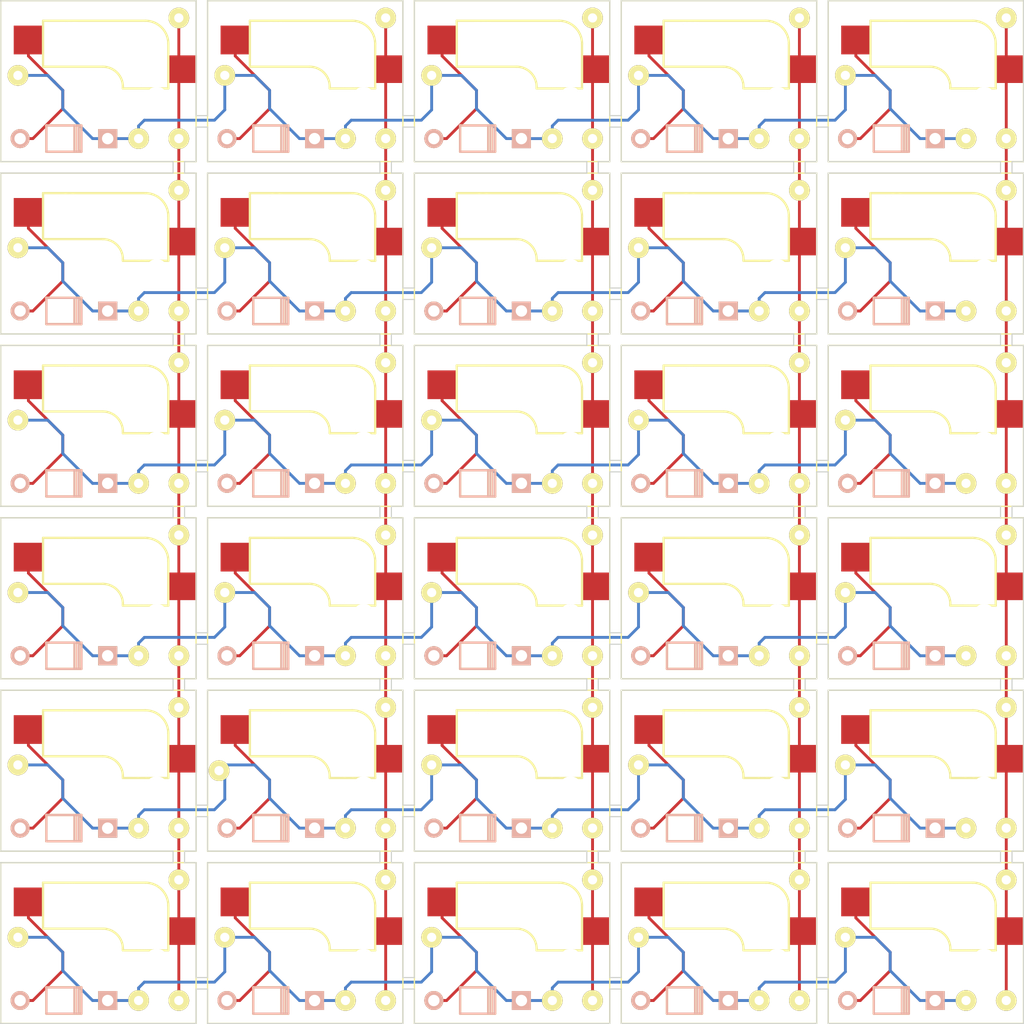
<source format=kicad_pcb>
(kicad_pcb (version 20171130) (host pcbnew 5.1.6)
  (layers (0 F.Cu signal) (31 B.Cu signal) (34 B.Paste user) (35 F.Paste user) (36 B.SilkS user) (37 F.SilkS user) (38 B.Mask user) (39 F.Mask user) (44 Edge.Cuts user))
  (net 0 "")
  (net 1 "Net-(diode1-Pad2)")
  (net 2 "Net-(diode2-Pad2)")
  (net 3 "Net-(diode3-Pad2)")
  (net 4 "Net-(diode4-Pad2)")
  (net 5 "Net-(diode5-Pad2)")
  (net 6 "Net-(diode6-Pad2)")
  (net 7 "Net-(diode7-Pad2)")
  (net 8 "Net-(diode8-Pad2)")
  (net 9 "Net-(diode9-Pad2)")
  (net 10 "Net-(diode10-Pad2)")
  (net 11 "Net-(diode11-Pad2)")
  (net 12 "Net-(diode12-Pad2)")
  (net 13 "Net-(diode13-Pad2)")
  (net 14 "Net-(diode14-Pad2)")
  (net 15 "Net-(diode15-Pad2)")
  (net 16 "Net-(diode16-Pad2)")
  (net 17 "Net-(diode17-Pad2)")
  (net 18 "Net-(diode18-Pad2)")
  (net 19 "Net-(diode19-Pad2)")
  (net 20 "Net-(diode20-Pad2)")
  (net 21 "Net-(diode21-Pad2)")
  (net 22 "Net-(diode22-Pad2)")
  (net 23 "Net-(diode23-Pad2)")
  (net 24 "Net-(diode24-Pad2)")
  (net 25 "Net-(diode25-Pad2)")
  (net 26 "Net-(diode26-Pad2)")
  (net 27 "Net-(diode27-Pad2)")
  (net 28 "Net-(diode28-Pad2)")
  (net 29 "Net-(diode29-Pad2)")
  (net 30 "Net-(diode30-Pad2)")
  (net 31 "Net-(J121-Pad1)")
  (net 32 "Net-(J123-Pad1)")
  (net 33 "Net-(J125-Pad1)")
  (net 34 "Net-(J127-Pad1)")
  (net 35 "Net-(J129-Pad1)")
  (net 36 "Net-(J171-Pad1)")
  (net 37 "Net-(J13-Pad1)")
  (net 38 "Net-(J37-Pad1)")
  (net 39 "Net-(J61-Pad1)")
  (net 40 "Net-(J85-Pad1)")
  (net 41 "Net-(J109-Pad1)")
  (module footprints:1u-socket-minimal-flipped (layer F.Cu) (at 112 40)
    (fp_text reference switch25 hide)
    (fp_text value switch hide)
    (pad 2 smd rect (at 7.36 -2.54) (size 2.4 2.4) (layers F.Cu F.Paste F.Mask) (net 41 "Net-(J109-Pad1)"))
    (pad 1 smd rect (at -6.09 -5.08) (size 2.55 2.5) (layers F.Cu F.Paste F.Mask) (net 25 "Net-(diode25-Pad2)"))
    (pad "" np_thru_hole circle (at -5.08 0) (size 2 2) (drill 2) (layers *.Cu *.Mask))
    (pad "" np_thru_hole circle (at 3.81 -2.54) (size 3 3) (drill 3) (layers *.Cu *.Mask))
    (pad "" np_thru_hole circle (at 0 0) (size 4 4) (drill 4) (layers *.Cu *.Mask))
    (pad "" np_thru_hole circle (at -2.54 -5.08) (size 3 3) (drill 3) (layers *.Cu *.Mask))
    (pad "" np_thru_hole circle (at 5.08 0) (size 2 2) (drill 2) (layers *.Cu *.Mask))
  )
  (module footprints:1u-socket-minimal-flipped (layer F.Cu) (at 112 115)
    (fp_text reference switch30 hide)
    (fp_text value switch hide)
    (pad 2 smd rect (at 7.36 -2.54) (size 2.4 2.4) (layers F.Cu F.Paste F.Mask) (net 41 "Net-(J109-Pad1)"))
    (pad 1 smd rect (at -6.09 -5.08) (size 2.55 2.5) (layers F.Cu F.Paste F.Mask) (net 30 "Net-(diode30-Pad2)"))
    (pad "" np_thru_hole circle (at -5.08 0) (size 2 2) (drill 2) (layers *.Cu *.Mask))
    (pad "" np_thru_hole circle (at 3.81 -2.54) (size 3 3) (drill 3) (layers *.Cu *.Mask))
    (pad "" np_thru_hole circle (at 0 0) (size 4 4) (drill 4) (layers *.Cu *.Mask))
    (pad "" np_thru_hole circle (at -2.54 -5.08) (size 3 3) (drill 3) (layers *.Cu *.Mask))
    (pad "" np_thru_hole circle (at 5.08 0) (size 2 2) (drill 2) (layers *.Cu *.Mask))
  )
  (module footprints:1u-socket-minimal-flipped (layer F.Cu) (at 112 100)
    (fp_text reference switch29 hide)
    (fp_text value switch hide)
    (pad 2 smd rect (at 7.36 -2.54) (size 2.4 2.4) (layers F.Cu F.Paste F.Mask) (net 41 "Net-(J109-Pad1)"))
    (pad 1 smd rect (at -6.09 -5.08) (size 2.55 2.5) (layers F.Cu F.Paste F.Mask) (net 29 "Net-(diode29-Pad2)"))
    (pad "" np_thru_hole circle (at -5.08 0) (size 2 2) (drill 2) (layers *.Cu *.Mask))
    (pad "" np_thru_hole circle (at 3.81 -2.54) (size 3 3) (drill 3) (layers *.Cu *.Mask))
    (pad "" np_thru_hole circle (at 0 0) (size 4 4) (drill 4) (layers *.Cu *.Mask))
    (pad "" np_thru_hole circle (at -2.54 -5.08) (size 3 3) (drill 3) (layers *.Cu *.Mask))
    (pad "" np_thru_hole circle (at 5.08 0) (size 2 2) (drill 2) (layers *.Cu *.Mask))
  )
  (module footprints:1u-socket-minimal-flipped (layer F.Cu) (at 112 85)
    (fp_text reference switch28 hide)
    (fp_text value switch hide)
    (pad 2 smd rect (at 7.36 -2.54) (size 2.4 2.4) (layers F.Cu F.Paste F.Mask) (net 41 "Net-(J109-Pad1)"))
    (pad 1 smd rect (at -6.09 -5.08) (size 2.55 2.5) (layers F.Cu F.Paste F.Mask) (net 28 "Net-(diode28-Pad2)"))
    (pad "" np_thru_hole circle (at -5.08 0) (size 2 2) (drill 2) (layers *.Cu *.Mask))
    (pad "" np_thru_hole circle (at 3.81 -2.54) (size 3 3) (drill 3) (layers *.Cu *.Mask))
    (pad "" np_thru_hole circle (at 0 0) (size 4 4) (drill 4) (layers *.Cu *.Mask))
    (pad "" np_thru_hole circle (at -2.54 -5.08) (size 3 3) (drill 3) (layers *.Cu *.Mask))
    (pad "" np_thru_hole circle (at 5.08 0) (size 2 2) (drill 2) (layers *.Cu *.Mask))
  )
  (module footprints:1u-socket-minimal-flipped (layer F.Cu) (at 112 70)
    (fp_text reference switch27 hide)
    (fp_text value switch hide)
    (pad 2 smd rect (at 7.36 -2.54) (size 2.4 2.4) (layers F.Cu F.Paste F.Mask) (net 41 "Net-(J109-Pad1)"))
    (pad 1 smd rect (at -6.09 -5.08) (size 2.55 2.5) (layers F.Cu F.Paste F.Mask) (net 27 "Net-(diode27-Pad2)"))
    (pad "" np_thru_hole circle (at -5.08 0) (size 2 2) (drill 2) (layers *.Cu *.Mask))
    (pad "" np_thru_hole circle (at 3.81 -2.54) (size 3 3) (drill 3) (layers *.Cu *.Mask))
    (pad "" np_thru_hole circle (at 0 0) (size 4 4) (drill 4) (layers *.Cu *.Mask))
    (pad "" np_thru_hole circle (at -2.54 -5.08) (size 3 3) (drill 3) (layers *.Cu *.Mask))
    (pad "" np_thru_hole circle (at 5.08 0) (size 2 2) (drill 2) (layers *.Cu *.Mask))
  )
  (module footprints:1u-socket-minimal-flipped (layer F.Cu) (at 112 55)
    (fp_text reference switch26 hide)
    (fp_text value switch hide)
    (pad 2 smd rect (at 7.36 -2.54) (size 2.4 2.4) (layers F.Cu F.Paste F.Mask) (net 41 "Net-(J109-Pad1)"))
    (pad 1 smd rect (at -6.09 -5.08) (size 2.55 2.5) (layers F.Cu F.Paste F.Mask) (net 26 "Net-(diode26-Pad2)"))
    (pad "" np_thru_hole circle (at -5.08 0) (size 2 2) (drill 2) (layers *.Cu *.Mask))
    (pad "" np_thru_hole circle (at 3.81 -2.54) (size 3 3) (drill 3) (layers *.Cu *.Mask))
    (pad "" np_thru_hole circle (at 0 0) (size 4 4) (drill 4) (layers *.Cu *.Mask))
    (pad "" np_thru_hole circle (at -2.54 -5.08) (size 3 3) (drill 3) (layers *.Cu *.Mask))
    (pad "" np_thru_hole circle (at 5.08 0) (size 2 2) (drill 2) (layers *.Cu *.Mask))
  )
  (module footprints:1u-socket-minimal-flipped (layer F.Cu) (at 94 115)
    (fp_text reference switch24 hide)
    (fp_text value switch hide)
    (pad 2 smd rect (at 7.36 -2.54) (size 2.4 2.4) (layers F.Cu F.Paste F.Mask) (net 40 "Net-(J85-Pad1)"))
    (pad 1 smd rect (at -6.09 -5.08) (size 2.55 2.5) (layers F.Cu F.Paste F.Mask) (net 24 "Net-(diode24-Pad2)"))
    (pad "" np_thru_hole circle (at -5.08 0) (size 2 2) (drill 2) (layers *.Cu *.Mask))
    (pad "" np_thru_hole circle (at 3.81 -2.54) (size 3 3) (drill 3) (layers *.Cu *.Mask))
    (pad "" np_thru_hole circle (at 0 0) (size 4 4) (drill 4) (layers *.Cu *.Mask))
    (pad "" np_thru_hole circle (at -2.54 -5.08) (size 3 3) (drill 3) (layers *.Cu *.Mask))
    (pad "" np_thru_hole circle (at 5.08 0) (size 2 2) (drill 2) (layers *.Cu *.Mask))
  )
  (module footprints:1u-socket-minimal-flipped (layer F.Cu) (at 94 100)
    (fp_text reference switch23 hide)
    (fp_text value switch hide)
    (pad 2 smd rect (at 7.36 -2.54) (size 2.4 2.4) (layers F.Cu F.Paste F.Mask) (net 40 "Net-(J85-Pad1)"))
    (pad 1 smd rect (at -6.09 -5.08) (size 2.55 2.5) (layers F.Cu F.Paste F.Mask) (net 23 "Net-(diode23-Pad2)"))
    (pad "" np_thru_hole circle (at -5.08 0) (size 2 2) (drill 2) (layers *.Cu *.Mask))
    (pad "" np_thru_hole circle (at 3.81 -2.54) (size 3 3) (drill 3) (layers *.Cu *.Mask))
    (pad "" np_thru_hole circle (at 0 0) (size 4 4) (drill 4) (layers *.Cu *.Mask))
    (pad "" np_thru_hole circle (at -2.54 -5.08) (size 3 3) (drill 3) (layers *.Cu *.Mask))
    (pad "" np_thru_hole circle (at 5.08 0) (size 2 2) (drill 2) (layers *.Cu *.Mask))
  )
  (module footprints:1u-socket-minimal-flipped (layer F.Cu) (at 94 85)
    (fp_text reference switch22 hide)
    (fp_text value switch hide)
    (pad 2 smd rect (at 7.36 -2.54) (size 2.4 2.4) (layers F.Cu F.Paste F.Mask) (net 40 "Net-(J85-Pad1)"))
    (pad 1 smd rect (at -6.09 -5.08) (size 2.55 2.5) (layers F.Cu F.Paste F.Mask) (net 22 "Net-(diode22-Pad2)"))
    (pad "" np_thru_hole circle (at -5.08 0) (size 2 2) (drill 2) (layers *.Cu *.Mask))
    (pad "" np_thru_hole circle (at 3.81 -2.54) (size 3 3) (drill 3) (layers *.Cu *.Mask))
    (pad "" np_thru_hole circle (at 0 0) (size 4 4) (drill 4) (layers *.Cu *.Mask))
    (pad "" np_thru_hole circle (at -2.54 -5.08) (size 3 3) (drill 3) (layers *.Cu *.Mask))
    (pad "" np_thru_hole circle (at 5.08 0) (size 2 2) (drill 2) (layers *.Cu *.Mask))
  )
  (module footprints:1u-socket-minimal-flipped (layer F.Cu) (at 94 70)
    (fp_text reference switch21 hide)
    (fp_text value switch hide)
    (pad 2 smd rect (at 7.36 -2.54) (size 2.4 2.4) (layers F.Cu F.Paste F.Mask) (net 40 "Net-(J85-Pad1)"))
    (pad 1 smd rect (at -6.09 -5.08) (size 2.55 2.5) (layers F.Cu F.Paste F.Mask) (net 21 "Net-(diode21-Pad2)"))
    (pad "" np_thru_hole circle (at -5.08 0) (size 2 2) (drill 2) (layers *.Cu *.Mask))
    (pad "" np_thru_hole circle (at 3.81 -2.54) (size 3 3) (drill 3) (layers *.Cu *.Mask))
    (pad "" np_thru_hole circle (at 0 0) (size 4 4) (drill 4) (layers *.Cu *.Mask))
    (pad "" np_thru_hole circle (at -2.54 -5.08) (size 3 3) (drill 3) (layers *.Cu *.Mask))
    (pad "" np_thru_hole circle (at 5.08 0) (size 2 2) (drill 2) (layers *.Cu *.Mask))
  )
  (module footprints:1u-socket-minimal-flipped (layer F.Cu) (at 94 55)
    (fp_text reference switch20 hide)
    (fp_text value switch hide)
    (pad 2 smd rect (at 7.36 -2.54) (size 2.4 2.4) (layers F.Cu F.Paste F.Mask) (net 40 "Net-(J85-Pad1)"))
    (pad 1 smd rect (at -6.09 -5.08) (size 2.55 2.5) (layers F.Cu F.Paste F.Mask) (net 20 "Net-(diode20-Pad2)"))
    (pad "" np_thru_hole circle (at -5.08 0) (size 2 2) (drill 2) (layers *.Cu *.Mask))
    (pad "" np_thru_hole circle (at 3.81 -2.54) (size 3 3) (drill 3) (layers *.Cu *.Mask))
    (pad "" np_thru_hole circle (at 0 0) (size 4 4) (drill 4) (layers *.Cu *.Mask))
    (pad "" np_thru_hole circle (at -2.54 -5.08) (size 3 3) (drill 3) (layers *.Cu *.Mask))
    (pad "" np_thru_hole circle (at 5.08 0) (size 2 2) (drill 2) (layers *.Cu *.Mask))
  )
  (module footprints:1u-socket-minimal-flipped (layer F.Cu) (at 94 40)
    (fp_text reference switch19 hide)
    (fp_text value switch hide)
    (pad 2 smd rect (at 7.36 -2.54) (size 2.4 2.4) (layers F.Cu F.Paste F.Mask) (net 40 "Net-(J85-Pad1)"))
    (pad 1 smd rect (at -6.09 -5.08) (size 2.55 2.5) (layers F.Cu F.Paste F.Mask) (net 19 "Net-(diode19-Pad2)"))
    (pad "" np_thru_hole circle (at -5.08 0) (size 2 2) (drill 2) (layers *.Cu *.Mask))
    (pad "" np_thru_hole circle (at 3.81 -2.54) (size 3 3) (drill 3) (layers *.Cu *.Mask))
    (pad "" np_thru_hole circle (at 0 0) (size 4 4) (drill 4) (layers *.Cu *.Mask))
    (pad "" np_thru_hole circle (at -2.54 -5.08) (size 3 3) (drill 3) (layers *.Cu *.Mask))
    (pad "" np_thru_hole circle (at 5.08 0) (size 2 2) (drill 2) (layers *.Cu *.Mask))
  )
  (module footprints:1u-socket-minimal-flipped (layer F.Cu) (at 76 115)
    (fp_text reference switch18 hide)
    (fp_text value switch hide)
    (pad 2 smd rect (at 7.36 -2.54) (size 2.4 2.4) (layers F.Cu F.Paste F.Mask) (net 39 "Net-(J61-Pad1)"))
    (pad 1 smd rect (at -6.09 -5.08) (size 2.55 2.5) (layers F.Cu F.Paste F.Mask) (net 18 "Net-(diode18-Pad2)"))
    (pad "" np_thru_hole circle (at -5.08 0) (size 2 2) (drill 2) (layers *.Cu *.Mask))
    (pad "" np_thru_hole circle (at 3.81 -2.54) (size 3 3) (drill 3) (layers *.Cu *.Mask))
    (pad "" np_thru_hole circle (at 0 0) (size 4 4) (drill 4) (layers *.Cu *.Mask))
    (pad "" np_thru_hole circle (at -2.54 -5.08) (size 3 3) (drill 3) (layers *.Cu *.Mask))
    (pad "" np_thru_hole circle (at 5.08 0) (size 2 2) (drill 2) (layers *.Cu *.Mask))
  )
  (module footprints:1u-socket-minimal-flipped (layer F.Cu) (at 76 100)
    (fp_text reference switch17 hide)
    (fp_text value switch hide)
    (pad 2 smd rect (at 7.36 -2.54) (size 2.4 2.4) (layers F.Cu F.Paste F.Mask) (net 39 "Net-(J61-Pad1)"))
    (pad 1 smd rect (at -6.09 -5.08) (size 2.55 2.5) (layers F.Cu F.Paste F.Mask) (net 17 "Net-(diode17-Pad2)"))
    (pad "" np_thru_hole circle (at -5.08 0) (size 2 2) (drill 2) (layers *.Cu *.Mask))
    (pad "" np_thru_hole circle (at 3.81 -2.54) (size 3 3) (drill 3) (layers *.Cu *.Mask))
    (pad "" np_thru_hole circle (at 0 0) (size 4 4) (drill 4) (layers *.Cu *.Mask))
    (pad "" np_thru_hole circle (at -2.54 -5.08) (size 3 3) (drill 3) (layers *.Cu *.Mask))
    (pad "" np_thru_hole circle (at 5.08 0) (size 2 2) (drill 2) (layers *.Cu *.Mask))
  )
  (module footprints:1u-socket-minimal-flipped (layer F.Cu) (at 76 85)
    (fp_text reference switch16 hide)
    (fp_text value switch hide)
    (pad 2 smd rect (at 7.36 -2.54) (size 2.4 2.4) (layers F.Cu F.Paste F.Mask) (net 39 "Net-(J61-Pad1)"))
    (pad 1 smd rect (at -6.09 -5.08) (size 2.55 2.5) (layers F.Cu F.Paste F.Mask) (net 16 "Net-(diode16-Pad2)"))
    (pad "" np_thru_hole circle (at -5.08 0) (size 2 2) (drill 2) (layers *.Cu *.Mask))
    (pad "" np_thru_hole circle (at 3.81 -2.54) (size 3 3) (drill 3) (layers *.Cu *.Mask))
    (pad "" np_thru_hole circle (at 0 0) (size 4 4) (drill 4) (layers *.Cu *.Mask))
    (pad "" np_thru_hole circle (at -2.54 -5.08) (size 3 3) (drill 3) (layers *.Cu *.Mask))
    (pad "" np_thru_hole circle (at 5.08 0) (size 2 2) (drill 2) (layers *.Cu *.Mask))
  )
  (module footprints:1u-socket-minimal-flipped (layer F.Cu) (at 76 70)
    (fp_text reference switch15 hide)
    (fp_text value switch hide)
    (pad 2 smd rect (at 7.36 -2.54) (size 2.4 2.4) (layers F.Cu F.Paste F.Mask) (net 39 "Net-(J61-Pad1)"))
    (pad 1 smd rect (at -6.09 -5.08) (size 2.55 2.5) (layers F.Cu F.Paste F.Mask) (net 15 "Net-(diode15-Pad2)"))
    (pad "" np_thru_hole circle (at -5.08 0) (size 2 2) (drill 2) (layers *.Cu *.Mask))
    (pad "" np_thru_hole circle (at 3.81 -2.54) (size 3 3) (drill 3) (layers *.Cu *.Mask))
    (pad "" np_thru_hole circle (at 0 0) (size 4 4) (drill 4) (layers *.Cu *.Mask))
    (pad "" np_thru_hole circle (at -2.54 -5.08) (size 3 3) (drill 3) (layers *.Cu *.Mask))
    (pad "" np_thru_hole circle (at 5.08 0) (size 2 2) (drill 2) (layers *.Cu *.Mask))
  )
  (module footprints:1u-socket-minimal-flipped (layer F.Cu) (at 76 55)
    (fp_text reference switch14 hide)
    (fp_text value switch hide)
    (pad 2 smd rect (at 7.36 -2.54) (size 2.4 2.4) (layers F.Cu F.Paste F.Mask) (net 39 "Net-(J61-Pad1)"))
    (pad 1 smd rect (at -6.09 -5.08) (size 2.55 2.5) (layers F.Cu F.Paste F.Mask) (net 14 "Net-(diode14-Pad2)"))
    (pad "" np_thru_hole circle (at -5.08 0) (size 2 2) (drill 2) (layers *.Cu *.Mask))
    (pad "" np_thru_hole circle (at 3.81 -2.54) (size 3 3) (drill 3) (layers *.Cu *.Mask))
    (pad "" np_thru_hole circle (at 0 0) (size 4 4) (drill 4) (layers *.Cu *.Mask))
    (pad "" np_thru_hole circle (at -2.54 -5.08) (size 3 3) (drill 3) (layers *.Cu *.Mask))
    (pad "" np_thru_hole circle (at 5.08 0) (size 2 2) (drill 2) (layers *.Cu *.Mask))
  )
  (module footprints:1u-socket-minimal-flipped (layer F.Cu) (at 76 40)
    (fp_text reference switch13 hide)
    (fp_text value switch hide)
    (pad 2 smd rect (at 7.36 -2.54) (size 2.4 2.4) (layers F.Cu F.Paste F.Mask) (net 39 "Net-(J61-Pad1)"))
    (pad 1 smd rect (at -6.09 -5.08) (size 2.55 2.5) (layers F.Cu F.Paste F.Mask) (net 13 "Net-(diode13-Pad2)"))
    (pad "" np_thru_hole circle (at -5.08 0) (size 2 2) (drill 2) (layers *.Cu *.Mask))
    (pad "" np_thru_hole circle (at 3.81 -2.54) (size 3 3) (drill 3) (layers *.Cu *.Mask))
    (pad "" np_thru_hole circle (at 0 0) (size 4 4) (drill 4) (layers *.Cu *.Mask))
    (pad "" np_thru_hole circle (at -2.54 -5.08) (size 3 3) (drill 3) (layers *.Cu *.Mask))
    (pad "" np_thru_hole circle (at 5.08 0) (size 2 2) (drill 2) (layers *.Cu *.Mask))
  )
  (module footprints:1u-socket-minimal-flipped (layer F.Cu) (at 58 115)
    (fp_text reference switch12 hide)
    (fp_text value switch hide)
    (pad 2 smd rect (at 7.36 -2.54) (size 2.4 2.4) (layers F.Cu F.Paste F.Mask) (net 38 "Net-(J37-Pad1)"))
    (pad 1 smd rect (at -6.09 -5.08) (size 2.55 2.5) (layers F.Cu F.Paste F.Mask) (net 12 "Net-(diode12-Pad2)"))
    (pad "" np_thru_hole circle (at -5.08 0) (size 2 2) (drill 2) (layers *.Cu *.Mask))
    (pad "" np_thru_hole circle (at 3.81 -2.54) (size 3 3) (drill 3) (layers *.Cu *.Mask))
    (pad "" np_thru_hole circle (at 0 0) (size 4 4) (drill 4) (layers *.Cu *.Mask))
    (pad "" np_thru_hole circle (at -2.54 -5.08) (size 3 3) (drill 3) (layers *.Cu *.Mask))
    (pad "" np_thru_hole circle (at 5.08 0) (size 2 2) (drill 2) (layers *.Cu *.Mask))
  )
  (module footprints:1u-socket-minimal-flipped (layer F.Cu) (at 58 100)
    (fp_text reference switch11 hide)
    (fp_text value switch hide)
    (pad 2 smd rect (at 7.36 -2.54) (size 2.4 2.4) (layers F.Cu F.Paste F.Mask) (net 38 "Net-(J37-Pad1)"))
    (pad 1 smd rect (at -6.09 -5.08) (size 2.55 2.5) (layers F.Cu F.Paste F.Mask) (net 11 "Net-(diode11-Pad2)"))
    (pad "" np_thru_hole circle (at -5.08 0) (size 2 2) (drill 2) (layers *.Cu *.Mask))
    (pad "" np_thru_hole circle (at 3.81 -2.54) (size 3 3) (drill 3) (layers *.Cu *.Mask))
    (pad "" np_thru_hole circle (at 0 0) (size 4 4) (drill 4) (layers *.Cu *.Mask))
    (pad "" np_thru_hole circle (at -2.54 -5.08) (size 3 3) (drill 3) (layers *.Cu *.Mask))
    (pad "" np_thru_hole circle (at 5.08 0) (size 2 2) (drill 2) (layers *.Cu *.Mask))
  )
  (module footprints:1u-socket-minimal-flipped (layer F.Cu) (at 58 85)
    (fp_text reference switch10 hide)
    (fp_text value switch hide)
    (pad 2 smd rect (at 7.36 -2.54) (size 2.4 2.4) (layers F.Cu F.Paste F.Mask) (net 38 "Net-(J37-Pad1)"))
    (pad 1 smd rect (at -6.09 -5.08) (size 2.55 2.5) (layers F.Cu F.Paste F.Mask) (net 10 "Net-(diode10-Pad2)"))
    (pad "" np_thru_hole circle (at -5.08 0) (size 2 2) (drill 2) (layers *.Cu *.Mask))
    (pad "" np_thru_hole circle (at 3.81 -2.54) (size 3 3) (drill 3) (layers *.Cu *.Mask))
    (pad "" np_thru_hole circle (at 0 0) (size 4 4) (drill 4) (layers *.Cu *.Mask))
    (pad "" np_thru_hole circle (at -2.54 -5.08) (size 3 3) (drill 3) (layers *.Cu *.Mask))
    (pad "" np_thru_hole circle (at 5.08 0) (size 2 2) (drill 2) (layers *.Cu *.Mask))
  )
  (module footprints:1u-socket-minimal-flipped (layer F.Cu) (at 58 70)
    (fp_text reference switch9 hide)
    (fp_text value switch hide)
    (pad 2 smd rect (at 7.36 -2.54) (size 2.4 2.4) (layers F.Cu F.Paste F.Mask) (net 38 "Net-(J37-Pad1)"))
    (pad 1 smd rect (at -6.09 -5.08) (size 2.55 2.5) (layers F.Cu F.Paste F.Mask) (net 9 "Net-(diode9-Pad2)"))
    (pad "" np_thru_hole circle (at -5.08 0) (size 2 2) (drill 2) (layers *.Cu *.Mask))
    (pad "" np_thru_hole circle (at 3.81 -2.54) (size 3 3) (drill 3) (layers *.Cu *.Mask))
    (pad "" np_thru_hole circle (at 0 0) (size 4 4) (drill 4) (layers *.Cu *.Mask))
    (pad "" np_thru_hole circle (at -2.54 -5.08) (size 3 3) (drill 3) (layers *.Cu *.Mask))
    (pad "" np_thru_hole circle (at 5.08 0) (size 2 2) (drill 2) (layers *.Cu *.Mask))
  )
  (module footprints:1u-socket-minimal-flipped (layer F.Cu) (at 58 55)
    (fp_text reference switch8 hide)
    (fp_text value switch hide)
    (pad 2 smd rect (at 7.36 -2.54) (size 2.4 2.4) (layers F.Cu F.Paste F.Mask) (net 38 "Net-(J37-Pad1)"))
    (pad 1 smd rect (at -6.09 -5.08) (size 2.55 2.5) (layers F.Cu F.Paste F.Mask) (net 8 "Net-(diode8-Pad2)"))
    (pad "" np_thru_hole circle (at -5.08 0) (size 2 2) (drill 2) (layers *.Cu *.Mask))
    (pad "" np_thru_hole circle (at 3.81 -2.54) (size 3 3) (drill 3) (layers *.Cu *.Mask))
    (pad "" np_thru_hole circle (at 0 0) (size 4 4) (drill 4) (layers *.Cu *.Mask))
    (pad "" np_thru_hole circle (at -2.54 -5.08) (size 3 3) (drill 3) (layers *.Cu *.Mask))
    (pad "" np_thru_hole circle (at 5.08 0) (size 2 2) (drill 2) (layers *.Cu *.Mask))
  )
  (module footprints:1u-socket-minimal-flipped (layer F.Cu) (at 58 40)
    (fp_text reference switch7 hide)
    (fp_text value switch hide)
    (pad 2 smd rect (at 7.36 -2.54) (size 2.4 2.4) (layers F.Cu F.Paste F.Mask) (net 38 "Net-(J37-Pad1)"))
    (pad 1 smd rect (at -6.09 -5.08) (size 2.55 2.5) (layers F.Cu F.Paste F.Mask) (net 7 "Net-(diode7-Pad2)"))
    (pad "" np_thru_hole circle (at -5.08 0) (size 2 2) (drill 2) (layers *.Cu *.Mask))
    (pad "" np_thru_hole circle (at 3.81 -2.54) (size 3 3) (drill 3) (layers *.Cu *.Mask))
    (pad "" np_thru_hole circle (at 0 0) (size 4 4) (drill 4) (layers *.Cu *.Mask))
    (pad "" np_thru_hole circle (at -2.54 -5.08) (size 3 3) (drill 3) (layers *.Cu *.Mask))
    (pad "" np_thru_hole circle (at 5.08 0) (size 2 2) (drill 2) (layers *.Cu *.Mask))
  )
  (module footprints:1u-socket-minimal-flipped (layer F.Cu) (at 40 115)
    (fp_text reference switch6 hide)
    (fp_text value switch hide)
    (pad 2 smd rect (at 7.36 -2.54) (size 2.4 2.4) (layers F.Cu F.Paste F.Mask) (net 37 "Net-(J13-Pad1)"))
    (pad 1 smd rect (at -6.09 -5.08) (size 2.55 2.5) (layers F.Cu F.Paste F.Mask) (net 6 "Net-(diode6-Pad2)"))
    (pad "" np_thru_hole circle (at -5.08 0) (size 2 2) (drill 2) (layers *.Cu *.Mask))
    (pad "" np_thru_hole circle (at 3.81 -2.54) (size 3 3) (drill 3) (layers *.Cu *.Mask))
    (pad "" np_thru_hole circle (at 0 0) (size 4 4) (drill 4) (layers *.Cu *.Mask))
    (pad "" np_thru_hole circle (at -2.54 -5.08) (size 3 3) (drill 3) (layers *.Cu *.Mask))
    (pad "" np_thru_hole circle (at 5.08 0) (size 2 2) (drill 2) (layers *.Cu *.Mask))
  )
  (module footprints:1u-socket-minimal-flipped (layer F.Cu) (at 40 100)
    (fp_text reference switch5 hide)
    (fp_text value switch hide)
    (pad 2 smd rect (at 7.36 -2.54) (size 2.4 2.4) (layers F.Cu F.Paste F.Mask) (net 37 "Net-(J13-Pad1)"))
    (pad 1 smd rect (at -6.09 -5.08) (size 2.55 2.5) (layers F.Cu F.Paste F.Mask) (net 5 "Net-(diode5-Pad2)"))
    (pad "" np_thru_hole circle (at -5.08 0) (size 2 2) (drill 2) (layers *.Cu *.Mask))
    (pad "" np_thru_hole circle (at 3.81 -2.54) (size 3 3) (drill 3) (layers *.Cu *.Mask))
    (pad "" np_thru_hole circle (at 0 0) (size 4 4) (drill 4) (layers *.Cu *.Mask))
    (pad "" np_thru_hole circle (at -2.54 -5.08) (size 3 3) (drill 3) (layers *.Cu *.Mask))
    (pad "" np_thru_hole circle (at 5.08 0) (size 2 2) (drill 2) (layers *.Cu *.Mask))
  )
  (module footprints:1u-socket-minimal-flipped (layer F.Cu) (at 40 85)
    (fp_text reference switch4 hide)
    (fp_text value switch hide)
    (pad 2 smd rect (at 7.36 -2.54) (size 2.4 2.4) (layers F.Cu F.Paste F.Mask) (net 37 "Net-(J13-Pad1)"))
    (pad 1 smd rect (at -6.09 -5.08) (size 2.55 2.5) (layers F.Cu F.Paste F.Mask) (net 4 "Net-(diode4-Pad2)"))
    (pad "" np_thru_hole circle (at -5.08 0) (size 2 2) (drill 2) (layers *.Cu *.Mask))
    (pad "" np_thru_hole circle (at 3.81 -2.54) (size 3 3) (drill 3) (layers *.Cu *.Mask))
    (pad "" np_thru_hole circle (at 0 0) (size 4 4) (drill 4) (layers *.Cu *.Mask))
    (pad "" np_thru_hole circle (at -2.54 -5.08) (size 3 3) (drill 3) (layers *.Cu *.Mask))
    (pad "" np_thru_hole circle (at 5.08 0) (size 2 2) (drill 2) (layers *.Cu *.Mask))
  )
  (module footprints:1u-socket-minimal-flipped (layer F.Cu) (at 40 70)
    (fp_text reference switch3 hide)
    (fp_text value switch hide)
    (pad 2 smd rect (at 7.36 -2.54) (size 2.4 2.4) (layers F.Cu F.Paste F.Mask) (net 37 "Net-(J13-Pad1)"))
    (pad 1 smd rect (at -6.09 -5.08) (size 2.55 2.5) (layers F.Cu F.Paste F.Mask) (net 3 "Net-(diode3-Pad2)"))
    (pad "" np_thru_hole circle (at -5.08 0) (size 2 2) (drill 2) (layers *.Cu *.Mask))
    (pad "" np_thru_hole circle (at 3.81 -2.54) (size 3 3) (drill 3) (layers *.Cu *.Mask))
    (pad "" np_thru_hole circle (at 0 0) (size 4 4) (drill 4) (layers *.Cu *.Mask))
    (pad "" np_thru_hole circle (at -2.54 -5.08) (size 3 3) (drill 3) (layers *.Cu *.Mask))
    (pad "" np_thru_hole circle (at 5.08 0) (size 2 2) (drill 2) (layers *.Cu *.Mask))
  )
  (module footprints:1u-socket-minimal-flipped (layer F.Cu) (at 40 55)
    (fp_text reference switch2 hide)
    (fp_text value switch hide)
    (pad 2 smd rect (at 7.36 -2.54) (size 2.4 2.4) (layers F.Cu F.Paste F.Mask) (net 37 "Net-(J13-Pad1)"))
    (pad 1 smd rect (at -6.09 -5.08) (size 2.55 2.5) (layers F.Cu F.Paste F.Mask) (net 2 "Net-(diode2-Pad2)"))
    (pad "" np_thru_hole circle (at -5.08 0) (size 2 2) (drill 2) (layers *.Cu *.Mask))
    (pad "" np_thru_hole circle (at 3.81 -2.54) (size 3 3) (drill 3) (layers *.Cu *.Mask))
    (pad "" np_thru_hole circle (at 0 0) (size 4 4) (drill 4) (layers *.Cu *.Mask))
    (pad "" np_thru_hole circle (at -2.54 -5.08) (size 3 3) (drill 3) (layers *.Cu *.Mask))
    (pad "" np_thru_hole circle (at 5.08 0) (size 2 2) (drill 2) (layers *.Cu *.Mask))
  )
  (module footprints:1u-socket-minimal-flipped (layer F.Cu) (at 40 40)
    (fp_text reference switch1 hide)
    (fp_text value switch hide)
    (pad 2 smd rect (at 7.36 -2.54) (size 2.4 2.4) (layers F.Cu F.Paste F.Mask) (net 37 "Net-(J13-Pad1)"))
    (pad 1 smd rect (at -6.09 -5.08) (size 2.55 2.5) (layers F.Cu F.Paste F.Mask) (net 1 "Net-(diode1-Pad2)"))
    (pad "" np_thru_hole circle (at -5.08 0) (size 2 2) (drill 2) (layers *.Cu *.Mask))
    (pad "" np_thru_hole circle (at 3.81 -2.54) (size 3 3) (drill 3) (layers *.Cu *.Mask))
    (pad "" np_thru_hole circle (at 0 0) (size 4 4) (drill 4) (layers *.Cu *.Mask))
    (pad "" np_thru_hole circle (at -2.54 -5.08) (size 3 3) (drill 3) (layers *.Cu *.Mask))
    (pad "" np_thru_hole circle (at 5.08 0) (size 2 2) (drill 2) (layers *.Cu *.Mask))
  )
  (module footprints:wirepad (layer F.Cu) (at 115.5 118.5)
    (fp_text reference J180 hide)
    (fp_text value Conn_01x01 hide)
    (pad 1 thru_hole circle (at 0 0) (size 1.8 1.8) (drill 0.8) (layers *.Cu *.Mask F.SilkS) (net 36 "Net-(J171-Pad1)"))
  )
  (module footprints:wirepad (layer F.Cu) (at 105 113)
    (fp_text reference J179 hide)
    (fp_text value Conn_01x01 hide)
    (pad 1 thru_hole circle (at 0 0) (size 1.8 1.8) (drill 0.8) (layers *.Cu *.Mask F.SilkS) (net 36 "Net-(J171-Pad1)"))
  )
  (module footprints:wirepad (layer F.Cu) (at 97.5 118.5)
    (fp_text reference J178 hide)
    (fp_text value Conn_01x01 hide)
    (pad 1 thru_hole circle (at 0 0) (size 1.8 1.8) (drill 0.8) (layers *.Cu *.Mask F.SilkS) (net 36 "Net-(J171-Pad1)"))
  )
  (module footprints:wirepad (layer F.Cu) (at 87 113)
    (fp_text reference J177 hide)
    (fp_text value Conn_01x01 hide)
    (pad 1 thru_hole circle (at 0 0) (size 1.8 1.8) (drill 0.8) (layers *.Cu *.Mask F.SilkS) (net 36 "Net-(J171-Pad1)"))
  )
  (module footprints:wirepad (layer F.Cu) (at 79.5 118.5)
    (fp_text reference J176 hide)
    (fp_text value Conn_01x01 hide)
    (pad 1 thru_hole circle (at 0 0) (size 1.8 1.8) (drill 0.8) (layers *.Cu *.Mask F.SilkS) (net 36 "Net-(J171-Pad1)"))
  )
  (module footprints:wirepad (layer F.Cu) (at 69 113)
    (fp_text reference J175 hide)
    (fp_text value Conn_01x01 hide)
    (pad 1 thru_hole circle (at 0 0) (size 1.8 1.8) (drill 0.8) (layers *.Cu *.Mask F.SilkS) (net 36 "Net-(J171-Pad1)"))
  )
  (module footprints:wirepad (layer F.Cu) (at 61.5 118.5)
    (fp_text reference J174 hide)
    (fp_text value Conn_01x01 hide)
    (pad 1 thru_hole circle (at 0 0) (size 1.8 1.8) (drill 0.8) (layers *.Cu *.Mask F.SilkS) (net 36 "Net-(J171-Pad1)"))
  )
  (module footprints:wirepad (layer F.Cu) (at 51 113)
    (fp_text reference J173 hide)
    (fp_text value Conn_01x01 hide)
    (pad 1 thru_hole circle (at 0 0) (size 1.8 1.8) (drill 0.8) (layers *.Cu *.Mask F.SilkS) (net 36 "Net-(J171-Pad1)"))
  )
  (module footprints:wirepad (layer F.Cu) (at 43.5 118.5)
    (fp_text reference J172 hide)
    (fp_text value Conn_01x01 hide)
    (pad 1 thru_hole circle (at 0 0) (size 1.8 1.8) (drill 0.8) (layers *.Cu *.Mask F.SilkS) (net 36 "Net-(J171-Pad1)"))
  )
  (module footprints:wirepad (layer F.Cu) (at 33 113)
    (fp_text reference J171 hide)
    (fp_text value Conn_01x01 hide)
    (pad 1 thru_hole circle (at 0 0) (size 1.8 1.8) (drill 0.8) (layers *.Cu *.Mask F.SilkS) (net 36 "Net-(J171-Pad1)"))
  )
  (module footprints:wirepad (layer F.Cu) (at 115.5 103.5)
    (fp_text reference J170 hide)
    (fp_text value Conn_01x01 hide)
    (pad 1 thru_hole circle (at 0 0) (size 1.8 1.8) (drill 0.8) (layers *.Cu *.Mask F.SilkS) (net 35 "Net-(J129-Pad1)"))
  )
  (module footprints:wirepad (layer F.Cu) (at 97.5 103.5)
    (fp_text reference J169 hide)
    (fp_text value Conn_01x01 hide)
    (pad 1 thru_hole circle (at 0 0) (size 1.8 1.8) (drill 0.8) (layers *.Cu *.Mask F.SilkS) (net 35 "Net-(J129-Pad1)"))
  )
  (module footprints:wirepad (layer F.Cu) (at 115.5 88.5)
    (fp_text reference J168 hide)
    (fp_text value Conn_01x01 hide)
    (pad 1 thru_hole circle (at 0 0) (size 1.8 1.8) (drill 0.8) (layers *.Cu *.Mask F.SilkS) (net 34 "Net-(J127-Pad1)"))
  )
  (module footprints:wirepad (layer F.Cu) (at 105 83)
    (fp_text reference J167 hide)
    (fp_text value Conn_01x01 hide)
    (pad 1 thru_hole circle (at 0 0) (size 1.8 1.8) (drill 0.8) (layers *.Cu *.Mask F.SilkS) (net 34 "Net-(J127-Pad1)"))
  )
  (module footprints:wirepad (layer F.Cu) (at 115.5 73.5)
    (fp_text reference J166 hide)
    (fp_text value Conn_01x01 hide)
    (pad 1 thru_hole circle (at 0 0) (size 1.8 1.8) (drill 0.8) (layers *.Cu *.Mask F.SilkS) (net 33 "Net-(J125-Pad1)"))
  )
  (module footprints:wirepad (layer F.Cu) (at 105 68)
    (fp_text reference J165 hide)
    (fp_text value Conn_01x01 hide)
    (pad 1 thru_hole circle (at 0 0) (size 1.8 1.8) (drill 0.8) (layers *.Cu *.Mask F.SilkS) (net 33 "Net-(J125-Pad1)"))
  )
  (module footprints:wirepad (layer F.Cu) (at 105 98)
    (fp_text reference J160 hide)
    (fp_text value Conn_01x01 hide)
    (pad 1 thru_hole circle (at 0 0) (size 1.8 1.8) (drill 0.8) (layers *.Cu *.Mask F.SilkS) (net 35 "Net-(J129-Pad1)"))
  )
  (module footprints:wirepad (layer F.Cu) (at 87 98)
    (fp_text reference J159 hide)
    (fp_text value Conn_01x01 hide)
    (pad 1 thru_hole circle (at 0 0) (size 1.8 1.8) (drill 0.8) (layers *.Cu *.Mask F.SilkS) (net 35 "Net-(J129-Pad1)"))
  )
  (module footprints:wirepad (layer F.Cu) (at 97.5 88.5)
    (fp_text reference J158 hide)
    (fp_text value Conn_01x01 hide)
    (pad 1 thru_hole circle (at 0 0) (size 1.8 1.8) (drill 0.8) (layers *.Cu *.Mask F.SilkS) (net 34 "Net-(J127-Pad1)"))
  )
  (module footprints:wirepad (layer F.Cu) (at 87 83)
    (fp_text reference J157 hide)
    (fp_text value Conn_01x01 hide)
    (pad 1 thru_hole circle (at 0 0) (size 1.8 1.8) (drill 0.8) (layers *.Cu *.Mask F.SilkS) (net 34 "Net-(J127-Pad1)"))
  )
  (module footprints:wirepad (layer F.Cu) (at 97.5 73.5)
    (fp_text reference J156 hide)
    (fp_text value Conn_01x01 hide)
    (pad 1 thru_hole circle (at 0 0) (size 1.8 1.8) (drill 0.8) (layers *.Cu *.Mask F.SilkS) (net 33 "Net-(J125-Pad1)"))
  )
  (module footprints:wirepad (layer F.Cu) (at 87 68)
    (fp_text reference J155 hide)
    (fp_text value Conn_01x01 hide)
    (pad 1 thru_hole circle (at 0 0) (size 1.8 1.8) (drill 0.8) (layers *.Cu *.Mask F.SilkS) (net 33 "Net-(J125-Pad1)"))
  )
  (module footprints:wirepad (layer F.Cu) (at 79.5 103.5)
    (fp_text reference J150 hide)
    (fp_text value Conn_01x01 hide)
    (pad 1 thru_hole circle (at 0 0) (size 1.8 1.8) (drill 0.8) (layers *.Cu *.Mask F.SilkS) (net 35 "Net-(J129-Pad1)"))
  )
  (module footprints:wirepad (layer F.Cu) (at 69 98)
    (fp_text reference J149 hide)
    (fp_text value Conn_01x01 hide)
    (pad 1 thru_hole circle (at 0 0) (size 1.8 1.8) (drill 0.8) (layers *.Cu *.Mask F.SilkS) (net 35 "Net-(J129-Pad1)"))
  )
  (module footprints:wirepad (layer F.Cu) (at 79.5 88.5)
    (fp_text reference J148 hide)
    (fp_text value Conn_01x01 hide)
    (pad 1 thru_hole circle (at 0 0) (size 1.8 1.8) (drill 0.8) (layers *.Cu *.Mask F.SilkS) (net 34 "Net-(J127-Pad1)"))
  )
  (module footprints:wirepad (layer F.Cu) (at 69 83)
    (fp_text reference J147 hide)
    (fp_text value Conn_01x01 hide)
    (pad 1 thru_hole circle (at 0 0) (size 1.8 1.8) (drill 0.8) (layers *.Cu *.Mask F.SilkS) (net 34 "Net-(J127-Pad1)"))
  )
  (module footprints:wirepad (layer F.Cu) (at 79.5 73.5)
    (fp_text reference J146 hide)
    (fp_text value Conn_01x01 hide)
    (pad 1 thru_hole circle (at 0 0) (size 1.8 1.8) (drill 0.8) (layers *.Cu *.Mask F.SilkS) (net 33 "Net-(J125-Pad1)"))
  )
  (module footprints:wirepad (layer F.Cu) (at 69 68)
    (fp_text reference J145 hide)
    (fp_text value Conn_01x01 hide)
    (pad 1 thru_hole circle (at 0 0) (size 1.8 1.8) (drill 0.8) (layers *.Cu *.Mask F.SilkS) (net 33 "Net-(J125-Pad1)"))
  )
  (module footprints:wirepad (layer F.Cu) (at 61.5 103.5)
    (fp_text reference J140 hide)
    (fp_text value Conn_01x01 hide)
    (pad 1 thru_hole circle (at 0 0) (size 1.8 1.8) (drill 0.8) (layers *.Cu *.Mask F.SilkS) (net 35 "Net-(J129-Pad1)"))
  )
  (module footprints:wirepad (layer F.Cu) (at 50.5 98.5)
    (fp_text reference J139 hide)
    (fp_text value Conn_01x01 hide)
    (pad 1 thru_hole circle (at 0 0) (size 1.8 1.8) (drill 0.8) (layers *.Cu *.Mask F.SilkS) (net 35 "Net-(J129-Pad1)"))
  )
  (module footprints:wirepad (layer F.Cu) (at 61.5 88.5)
    (fp_text reference J138 hide)
    (fp_text value Conn_01x01 hide)
    (pad 1 thru_hole circle (at 0 0) (size 1.8 1.8) (drill 0.8) (layers *.Cu *.Mask F.SilkS) (net 34 "Net-(J127-Pad1)"))
  )
  (module footprints:wirepad (layer F.Cu) (at 51 83)
    (fp_text reference J137 hide)
    (fp_text value Conn_01x01 hide)
    (pad 1 thru_hole circle (at 0 0) (size 1.8 1.8) (drill 0.8) (layers *.Cu *.Mask F.SilkS) (net 34 "Net-(J127-Pad1)"))
  )
  (module footprints:wirepad (layer F.Cu) (at 61.5 73.5)
    (fp_text reference J136 hide)
    (fp_text value Conn_01x01 hide)
    (pad 1 thru_hole circle (at 0 0) (size 1.8 1.8) (drill 0.8) (layers *.Cu *.Mask F.SilkS) (net 33 "Net-(J125-Pad1)"))
  )
  (module footprints:wirepad (layer F.Cu) (at 51 68)
    (fp_text reference J135 hide)
    (fp_text value Conn_01x01 hide)
    (pad 1 thru_hole circle (at 0 0) (size 1.8 1.8) (drill 0.8) (layers *.Cu *.Mask F.SilkS) (net 33 "Net-(J125-Pad1)"))
  )
  (module footprints:wirepad (layer F.Cu) (at 101 108)
    (fp_text reference J95 hide)
    (fp_text value Conn_01x01 hide)
    (pad 1 thru_hole circle (at 0 0) (size 1.8 1.8) (drill 0.8) (layers *.Cu *.Mask F.SilkS) (net 40 "Net-(J85-Pad1)"))
  )
  (module footprints:wirepad (layer F.Cu) (at 115.5 58.5)
    (fp_text reference J164 hide)
    (fp_text value Conn_01x01 hide)
    (pad 1 thru_hole circle (at 0 0) (size 1.8 1.8) (drill 0.8) (layers *.Cu *.Mask F.SilkS) (net 32 "Net-(J123-Pad1)"))
  )
  (module footprints:wirepad (layer F.Cu) (at 105 53)
    (fp_text reference J163 hide)
    (fp_text value Conn_01x01 hide)
    (pad 1 thru_hole circle (at 0 0) (size 1.8 1.8) (drill 0.8) (layers *.Cu *.Mask F.SilkS) (net 32 "Net-(J123-Pad1)"))
  )
  (module footprints:wirepad (layer F.Cu) (at 115.5 43.5)
    (fp_text reference J162 hide)
    (fp_text value Conn_01x01 hide)
    (pad 1 thru_hole circle (at 0 0) (size 1.8 1.8) (drill 0.8) (layers *.Cu *.Mask F.SilkS) (net 31 "Net-(J121-Pad1)"))
  )
  (module footprints:wirepad (layer F.Cu) (at 105 38)
    (fp_text reference J161 hide)
    (fp_text value Conn_01x01 hide)
    (pad 1 thru_hole circle (at 0 0) (size 1.8 1.8) (drill 0.8) (layers *.Cu *.Mask F.SilkS) (net 31 "Net-(J121-Pad1)"))
  )
  (module footprints:wirepad (layer F.Cu) (at 97.5 58.5)
    (fp_text reference J154 hide)
    (fp_text value Conn_01x01 hide)
    (pad 1 thru_hole circle (at 0 0) (size 1.8 1.8) (drill 0.8) (layers *.Cu *.Mask F.SilkS) (net 32 "Net-(J123-Pad1)"))
  )
  (module footprints:wirepad (layer F.Cu) (at 87 53)
    (fp_text reference J153 hide)
    (fp_text value Conn_01x01 hide)
    (pad 1 thru_hole circle (at 0 0) (size 1.8 1.8) (drill 0.8) (layers *.Cu *.Mask F.SilkS) (net 32 "Net-(J123-Pad1)"))
  )
  (module footprints:wirepad (layer F.Cu) (at 97.5 43.5)
    (fp_text reference J152 hide)
    (fp_text value Conn_01x01 hide)
    (pad 1 thru_hole circle (at 0 0) (size 1.8 1.8) (drill 0.8) (layers *.Cu *.Mask F.SilkS) (net 31 "Net-(J121-Pad1)"))
  )
  (module footprints:wirepad (layer F.Cu) (at 87 38)
    (fp_text reference J151 hide)
    (fp_text value Conn_01x01 hide)
    (pad 1 thru_hole circle (at 0 0) (size 1.8 1.8) (drill 0.8) (layers *.Cu *.Mask F.SilkS) (net 31 "Net-(J121-Pad1)"))
  )
  (module footprints:wirepad (layer F.Cu) (at 79.5 58.5)
    (fp_text reference J144 hide)
    (fp_text value Conn_01x01 hide)
    (pad 1 thru_hole circle (at 0 0) (size 1.8 1.8) (drill 0.8) (layers *.Cu *.Mask F.SilkS) (net 32 "Net-(J123-Pad1)"))
  )
  (module footprints:wirepad (layer F.Cu) (at 69 53)
    (fp_text reference J143 hide)
    (fp_text value Conn_01x01 hide)
    (pad 1 thru_hole circle (at 0 0) (size 1.8 1.8) (drill 0.8) (layers *.Cu *.Mask F.SilkS) (net 32 "Net-(J123-Pad1)"))
  )
  (module footprints:wirepad (layer F.Cu) (at 79.5 43.5)
    (fp_text reference J142 hide)
    (fp_text value Conn_01x01 hide)
    (pad 1 thru_hole circle (at 0 0) (size 1.8 1.8) (drill 0.8) (layers *.Cu *.Mask F.SilkS) (net 31 "Net-(J121-Pad1)"))
  )
  (module footprints:wirepad (layer F.Cu) (at 69 38)
    (fp_text reference J141 hide)
    (fp_text value Conn_01x01 hide)
    (pad 1 thru_hole circle (at 0 0) (size 1.8 1.8) (drill 0.8) (layers *.Cu *.Mask F.SilkS) (net 31 "Net-(J121-Pad1)"))
  )
  (module footprints:wirepad (layer F.Cu) (at 61.5 58.5)
    (fp_text reference J134 hide)
    (fp_text value Conn_01x01 hide)
    (pad 1 thru_hole circle (at 0 0) (size 1.8 1.8) (drill 0.8) (layers *.Cu *.Mask F.SilkS) (net 32 "Net-(J123-Pad1)"))
  )
  (module footprints:wirepad (layer F.Cu) (at 51 53)
    (fp_text reference J133 hide)
    (fp_text value Conn_01x01 hide)
    (pad 1 thru_hole circle (at 0 0) (size 1.8 1.8) (drill 0.8) (layers *.Cu *.Mask F.SilkS) (net 32 "Net-(J123-Pad1)"))
  )
  (module footprints:wirepad (layer F.Cu) (at 61.5 43.5)
    (fp_text reference J132 hide)
    (fp_text value Conn_01x01 hide)
    (pad 1 thru_hole circle (at 0 0) (size 1.8 1.8) (drill 0.8) (layers *.Cu *.Mask F.SilkS) (net 31 "Net-(J121-Pad1)"))
  )
  (module footprints:wirepad (layer F.Cu) (at 43.5 103.5)
    (fp_text reference J130 hide)
    (fp_text value Conn_01x01 hide)
    (pad 1 thru_hole circle (at 0 0) (size 1.8 1.8) (drill 0.8) (layers *.Cu *.Mask F.SilkS) (net 35 "Net-(J129-Pad1)"))
  )
  (module footprints:wirepad (layer F.Cu) (at 43.5 88.5)
    (fp_text reference J128 hide)
    (fp_text value Conn_01x01 hide)
    (pad 1 thru_hole circle (at 0 0) (size 1.8 1.8) (drill 0.8) (layers *.Cu *.Mask F.SilkS) (net 34 "Net-(J127-Pad1)"))
  )
  (module footprints:wirepad (layer F.Cu) (at 43.5 73.5)
    (fp_text reference J126 hide)
    (fp_text value Conn_01x01 hide)
    (pad 1 thru_hole circle (at 0 0) (size 1.8 1.8) (drill 0.8) (layers *.Cu *.Mask F.SilkS) (net 33 "Net-(J125-Pad1)"))
  )
  (module footprints:wirepad (layer F.Cu) (at 51 38)
    (fp_text reference J131 hide)
    (fp_text value Conn_01x01 hide)
    (pad 1 thru_hole circle (at 0 0) (size 1.8 1.8) (drill 0.8) (layers *.Cu *.Mask F.SilkS) (net 31 "Net-(J121-Pad1)"))
  )
  (module footprints:wirepad (layer F.Cu) (at 33 98)
    (fp_text reference J129 hide)
    (fp_text value Conn_01x01 hide)
    (pad 1 thru_hole circle (at 0 0) (size 1.8 1.8) (drill 0.8) (layers *.Cu *.Mask F.SilkS) (net 35 "Net-(J129-Pad1)"))
  )
  (module footprints:wirepad (layer F.Cu) (at 33 83)
    (fp_text reference J127 hide)
    (fp_text value Conn_01x01 hide)
    (pad 1 thru_hole circle (at 0 0) (size 1.8 1.8) (drill 0.8) (layers *.Cu *.Mask F.SilkS) (net 34 "Net-(J127-Pad1)"))
  )
  (module footprints:wirepad (layer F.Cu) (at 33 68)
    (fp_text reference J125 hide)
    (fp_text value Conn_01x01 hide)
    (pad 1 thru_hole circle (at 0 0) (size 1.8 1.8) (drill 0.8) (layers *.Cu *.Mask F.SilkS) (net 33 "Net-(J125-Pad1)"))
  )
  (module footprints:wirepad (layer F.Cu) (at 43.5 58.5)
    (fp_text reference J124 hide)
    (fp_text value Conn_01x01 hide)
    (pad 1 thru_hole circle (at 0 0) (size 1.8 1.8) (drill 0.8) (layers *.Cu *.Mask F.SilkS) (net 32 "Net-(J123-Pad1)"))
  )
  (module footprints:wirepad (layer F.Cu) (at 33 53)
    (fp_text reference J123 hide)
    (fp_text value Conn_01x01 hide)
    (pad 1 thru_hole circle (at 0 0) (size 1.8 1.8) (drill 0.8) (layers *.Cu *.Mask F.SilkS) (net 32 "Net-(J123-Pad1)"))
  )
  (module footprints:wirepad (layer F.Cu) (at 43.5 43.5)
    (fp_text reference J122 hide)
    (fp_text value Conn_01x01 hide)
    (pad 1 thru_hole circle (at 0 0) (size 1.8 1.8) (drill 0.8) (layers *.Cu *.Mask F.SilkS) (net 31 "Net-(J121-Pad1)"))
  )
  (module footprints:wirepad (layer F.Cu) (at 33 38)
    (fp_text reference J121 hide)
    (fp_text value Conn_01x01 hide)
    (pad 1 thru_hole circle (at 0 0) (size 1.8 1.8) (drill 0.8) (layers *.Cu *.Mask F.SilkS) (net 31 "Net-(J121-Pad1)"))
  )
  (module footprints:diode (layer F.Cu) (at 109 118.5)
    (fp_text reference diode30 hide)
    (fp_text value diode hide)
    (pad 1 thru_hole rect (at 3.81 0) (size 1.651 1.651) (drill 0.9906) (layers *.Cu *.SilkS *.Mask) (net 36 "Net-(J171-Pad1)"))
    (pad 2 thru_hole circle (at -3.81 0) (size 1.651 1.651) (drill 0.9906) (layers *.Cu *.SilkS *.Mask) (net 30 "Net-(diode30-Pad2)"))
  )
  (module footprints:diode (layer F.Cu) (at 109 103.5)
    (fp_text reference diode29 hide)
    (fp_text value diode hide)
    (pad 1 thru_hole rect (at 3.81 0) (size 1.651 1.651) (drill 0.9906) (layers *.Cu *.SilkS *.Mask) (net 35 "Net-(J129-Pad1)"))
    (pad 2 thru_hole circle (at -3.81 0) (size 1.651 1.651) (drill 0.9906) (layers *.Cu *.SilkS *.Mask) (net 29 "Net-(diode29-Pad2)"))
  )
  (module footprints:diode (layer F.Cu) (at 109 88.5)
    (fp_text reference diode28 hide)
    (fp_text value diode hide)
    (pad 1 thru_hole rect (at 3.81 0) (size 1.651 1.651) (drill 0.9906) (layers *.Cu *.SilkS *.Mask) (net 34 "Net-(J127-Pad1)"))
    (pad 2 thru_hole circle (at -3.81 0) (size 1.651 1.651) (drill 0.9906) (layers *.Cu *.SilkS *.Mask) (net 28 "Net-(diode28-Pad2)"))
  )
  (module footprints:diode (layer F.Cu) (at 109 73.5)
    (fp_text reference diode27 hide)
    (fp_text value diode hide)
    (pad 1 thru_hole rect (at 3.81 0) (size 1.651 1.651) (drill 0.9906) (layers *.Cu *.SilkS *.Mask) (net 33 "Net-(J125-Pad1)"))
    (pad 2 thru_hole circle (at -3.81 0) (size 1.651 1.651) (drill 0.9906) (layers *.Cu *.SilkS *.Mask) (net 27 "Net-(diode27-Pad2)"))
  )
  (module footprints:diode (layer F.Cu) (at 109 58.5)
    (fp_text reference diode26 hide)
    (fp_text value diode hide)
    (pad 1 thru_hole rect (at 3.81 0) (size 1.651 1.651) (drill 0.9906) (layers *.Cu *.SilkS *.Mask) (net 32 "Net-(J123-Pad1)"))
    (pad 2 thru_hole circle (at -3.81 0) (size 1.651 1.651) (drill 0.9906) (layers *.Cu *.SilkS *.Mask) (net 26 "Net-(diode26-Pad2)"))
  )
  (module footprints:diode (layer F.Cu) (at 109 43.5)
    (fp_text reference diode25 hide)
    (fp_text value diode hide)
    (pad 1 thru_hole rect (at 3.81 0) (size 1.651 1.651) (drill 0.9906) (layers *.Cu *.SilkS *.Mask) (net 31 "Net-(J121-Pad1)"))
    (pad 2 thru_hole circle (at -3.81 0) (size 1.651 1.651) (drill 0.9906) (layers *.Cu *.SilkS *.Mask) (net 25 "Net-(diode25-Pad2)"))
  )
  (module footprints:diode (layer F.Cu) (at 91 118.5)
    (fp_text reference diode24 hide)
    (fp_text value diode hide)
    (pad 1 thru_hole rect (at 3.81 0) (size 1.651 1.651) (drill 0.9906) (layers *.Cu *.SilkS *.Mask) (net 36 "Net-(J171-Pad1)"))
    (pad 2 thru_hole circle (at -3.81 0) (size 1.651 1.651) (drill 0.9906) (layers *.Cu *.SilkS *.Mask) (net 24 "Net-(diode24-Pad2)"))
  )
  (module footprints:diode (layer F.Cu) (at 91 103.5)
    (fp_text reference diode23 hide)
    (fp_text value diode hide)
    (pad 1 thru_hole rect (at 3.81 0) (size 1.651 1.651) (drill 0.9906) (layers *.Cu *.SilkS *.Mask) (net 35 "Net-(J129-Pad1)"))
    (pad 2 thru_hole circle (at -3.81 0) (size 1.651 1.651) (drill 0.9906) (layers *.Cu *.SilkS *.Mask) (net 23 "Net-(diode23-Pad2)"))
  )
  (module footprints:diode (layer F.Cu) (at 91 88.5)
    (fp_text reference diode22 hide)
    (fp_text value diode hide)
    (pad 1 thru_hole rect (at 3.81 0) (size 1.651 1.651) (drill 0.9906) (layers *.Cu *.SilkS *.Mask) (net 34 "Net-(J127-Pad1)"))
    (pad 2 thru_hole circle (at -3.81 0) (size 1.651 1.651) (drill 0.9906) (layers *.Cu *.SilkS *.Mask) (net 22 "Net-(diode22-Pad2)"))
  )
  (module footprints:diode (layer F.Cu) (at 91 73.5)
    (fp_text reference diode21 hide)
    (fp_text value diode hide)
    (pad 1 thru_hole rect (at 3.81 0) (size 1.651 1.651) (drill 0.9906) (layers *.Cu *.SilkS *.Mask) (net 33 "Net-(J125-Pad1)"))
    (pad 2 thru_hole circle (at -3.81 0) (size 1.651 1.651) (drill 0.9906) (layers *.Cu *.SilkS *.Mask) (net 21 "Net-(diode21-Pad2)"))
  )
  (module footprints:diode (layer F.Cu) (at 91 58.5)
    (fp_text reference diode20 hide)
    (fp_text value diode hide)
    (pad 1 thru_hole rect (at 3.81 0) (size 1.651 1.651) (drill 0.9906) (layers *.Cu *.SilkS *.Mask) (net 32 "Net-(J123-Pad1)"))
    (pad 2 thru_hole circle (at -3.81 0) (size 1.651 1.651) (drill 0.9906) (layers *.Cu *.SilkS *.Mask) (net 20 "Net-(diode20-Pad2)"))
  )
  (module footprints:diode (layer F.Cu) (at 91 43.5)
    (fp_text reference diode19 hide)
    (fp_text value diode hide)
    (pad 1 thru_hole rect (at 3.81 0) (size 1.651 1.651) (drill 0.9906) (layers *.Cu *.SilkS *.Mask) (net 31 "Net-(J121-Pad1)"))
    (pad 2 thru_hole circle (at -3.81 0) (size 1.651 1.651) (drill 0.9906) (layers *.Cu *.SilkS *.Mask) (net 19 "Net-(diode19-Pad2)"))
  )
  (module footprints:diode (layer F.Cu) (at 73 118.5)
    (fp_text reference diode18 hide)
    (fp_text value diode hide)
    (pad 1 thru_hole rect (at 3.81 0) (size 1.651 1.651) (drill 0.9906) (layers *.Cu *.SilkS *.Mask) (net 36 "Net-(J171-Pad1)"))
    (pad 2 thru_hole circle (at -3.81 0) (size 1.651 1.651) (drill 0.9906) (layers *.Cu *.SilkS *.Mask) (net 18 "Net-(diode18-Pad2)"))
  )
  (module footprints:diode (layer F.Cu) (at 73 103.5)
    (fp_text reference diode17 hide)
    (fp_text value diode hide)
    (pad 1 thru_hole rect (at 3.81 0) (size 1.651 1.651) (drill 0.9906) (layers *.Cu *.SilkS *.Mask) (net 35 "Net-(J129-Pad1)"))
    (pad 2 thru_hole circle (at -3.81 0) (size 1.651 1.651) (drill 0.9906) (layers *.Cu *.SilkS *.Mask) (net 17 "Net-(diode17-Pad2)"))
  )
  (module footprints:diode (layer F.Cu) (at 73 88.5)
    (fp_text reference diode16 hide)
    (fp_text value diode hide)
    (pad 1 thru_hole rect (at 3.81 0) (size 1.651 1.651) (drill 0.9906) (layers *.Cu *.SilkS *.Mask) (net 34 "Net-(J127-Pad1)"))
    (pad 2 thru_hole circle (at -3.81 0) (size 1.651 1.651) (drill 0.9906) (layers *.Cu *.SilkS *.Mask) (net 16 "Net-(diode16-Pad2)"))
  )
  (module footprints:diode (layer F.Cu) (at 73 73.5)
    (fp_text reference diode15 hide)
    (fp_text value diode hide)
    (pad 1 thru_hole rect (at 3.81 0) (size 1.651 1.651) (drill 0.9906) (layers *.Cu *.SilkS *.Mask) (net 33 "Net-(J125-Pad1)"))
    (pad 2 thru_hole circle (at -3.81 0) (size 1.651 1.651) (drill 0.9906) (layers *.Cu *.SilkS *.Mask) (net 15 "Net-(diode15-Pad2)"))
  )
  (module footprints:diode (layer F.Cu) (at 73 58.5)
    (fp_text reference diode14 hide)
    (fp_text value diode hide)
    (pad 1 thru_hole rect (at 3.81 0) (size 1.651 1.651) (drill 0.9906) (layers *.Cu *.SilkS *.Mask) (net 32 "Net-(J123-Pad1)"))
    (pad 2 thru_hole circle (at -3.81 0) (size 1.651 1.651) (drill 0.9906) (layers *.Cu *.SilkS *.Mask) (net 14 "Net-(diode14-Pad2)"))
  )
  (module footprints:diode (layer F.Cu) (at 73 43.5)
    (fp_text reference diode13 hide)
    (fp_text value diode hide)
    (pad 1 thru_hole rect (at 3.81 0) (size 1.651 1.651) (drill 0.9906) (layers *.Cu *.SilkS *.Mask) (net 31 "Net-(J121-Pad1)"))
    (pad 2 thru_hole circle (at -3.81 0) (size 1.651 1.651) (drill 0.9906) (layers *.Cu *.SilkS *.Mask) (net 13 "Net-(diode13-Pad2)"))
  )
  (module footprints:diode (layer F.Cu) (at 55 118.5)
    (fp_text reference diode12 hide)
    (fp_text value diode hide)
    (pad 1 thru_hole rect (at 3.81 0) (size 1.651 1.651) (drill 0.9906) (layers *.Cu *.SilkS *.Mask) (net 36 "Net-(J171-Pad1)"))
    (pad 2 thru_hole circle (at -3.81 0) (size 1.651 1.651) (drill 0.9906) (layers *.Cu *.SilkS *.Mask) (net 12 "Net-(diode12-Pad2)"))
  )
  (module footprints:diode (layer F.Cu) (at 55 103.5)
    (fp_text reference diode11 hide)
    (fp_text value diode hide)
    (pad 1 thru_hole rect (at 3.81 0) (size 1.651 1.651) (drill 0.9906) (layers *.Cu *.SilkS *.Mask) (net 35 "Net-(J129-Pad1)"))
    (pad 2 thru_hole circle (at -3.81 0) (size 1.651 1.651) (drill 0.9906) (layers *.Cu *.SilkS *.Mask) (net 11 "Net-(diode11-Pad2)"))
  )
  (module footprints:diode (layer F.Cu) (at 55 88.5)
    (fp_text reference diode10 hide)
    (fp_text value diode hide)
    (pad 1 thru_hole rect (at 3.81 0) (size 1.651 1.651) (drill 0.9906) (layers *.Cu *.SilkS *.Mask) (net 34 "Net-(J127-Pad1)"))
    (pad 2 thru_hole circle (at -3.81 0) (size 1.651 1.651) (drill 0.9906) (layers *.Cu *.SilkS *.Mask) (net 10 "Net-(diode10-Pad2)"))
  )
  (module footprints:diode (layer F.Cu) (at 55 73.5)
    (fp_text reference diode9 hide)
    (fp_text value diode hide)
    (pad 1 thru_hole rect (at 3.81 0) (size 1.651 1.651) (drill 0.9906) (layers *.Cu *.SilkS *.Mask) (net 33 "Net-(J125-Pad1)"))
    (pad 2 thru_hole circle (at -3.81 0) (size 1.651 1.651) (drill 0.9906) (layers *.Cu *.SilkS *.Mask) (net 9 "Net-(diode9-Pad2)"))
  )
  (module footprints:diode (layer F.Cu) (at 55 58.5)
    (fp_text reference diode8 hide)
    (fp_text value diode hide)
    (pad 1 thru_hole rect (at 3.81 0) (size 1.651 1.651) (drill 0.9906) (layers *.Cu *.SilkS *.Mask) (net 32 "Net-(J123-Pad1)"))
    (pad 2 thru_hole circle (at -3.81 0) (size 1.651 1.651) (drill 0.9906) (layers *.Cu *.SilkS *.Mask) (net 8 "Net-(diode8-Pad2)"))
  )
  (module footprints:diode (layer F.Cu) (at 55 43.5)
    (fp_text reference diode7 hide)
    (fp_text value diode hide)
    (pad 1 thru_hole rect (at 3.81 0) (size 1.651 1.651) (drill 0.9906) (layers *.Cu *.SilkS *.Mask) (net 31 "Net-(J121-Pad1)"))
    (pad 2 thru_hole circle (at -3.81 0) (size 1.651 1.651) (drill 0.9906) (layers *.Cu *.SilkS *.Mask) (net 7 "Net-(diode7-Pad2)"))
  )
  (module footprints:diode (layer F.Cu) (at 37 118.5)
    (fp_text reference diode6 hide)
    (fp_text value diode hide)
    (pad 1 thru_hole rect (at 3.81 0) (size 1.651 1.651) (drill 0.9906) (layers *.Cu *.SilkS *.Mask) (net 36 "Net-(J171-Pad1)"))
    (pad 2 thru_hole circle (at -3.81 0) (size 1.651 1.651) (drill 0.9906) (layers *.Cu *.SilkS *.Mask) (net 6 "Net-(diode6-Pad2)"))
  )
  (module footprints:diode (layer F.Cu) (at 37 103.5)
    (fp_text reference diode5 hide)
    (fp_text value diode hide)
    (pad 1 thru_hole rect (at 3.81 0) (size 1.651 1.651) (drill 0.9906) (layers *.Cu *.SilkS *.Mask) (net 35 "Net-(J129-Pad1)"))
    (pad 2 thru_hole circle (at -3.81 0) (size 1.651 1.651) (drill 0.9906) (layers *.Cu *.SilkS *.Mask) (net 5 "Net-(diode5-Pad2)"))
  )
  (module footprints:diode (layer F.Cu) (at 37 88.5)
    (fp_text reference diode4 hide)
    (fp_text value diode hide)
    (pad 1 thru_hole rect (at 3.81 0) (size 1.651 1.651) (drill 0.9906) (layers *.Cu *.SilkS *.Mask) (net 34 "Net-(J127-Pad1)"))
    (pad 2 thru_hole circle (at -3.81 0) (size 1.651 1.651) (drill 0.9906) (layers *.Cu *.SilkS *.Mask) (net 4 "Net-(diode4-Pad2)"))
  )
  (module footprints:diode (layer F.Cu) (at 37 73.5)
    (fp_text reference diode3 hide)
    (fp_text value diode hide)
    (pad 1 thru_hole rect (at 3.81 0) (size 1.651 1.651) (drill 0.9906) (layers *.Cu *.SilkS *.Mask) (net 33 "Net-(J125-Pad1)"))
    (pad 2 thru_hole circle (at -3.81 0) (size 1.651 1.651) (drill 0.9906) (layers *.Cu *.SilkS *.Mask) (net 3 "Net-(diode3-Pad2)"))
  )
  (module footprints:diode (layer F.Cu) (at 37 58.5)
    (fp_text reference diode2 hide)
    (fp_text value diode hide)
    (pad 1 thru_hole rect (at 3.81 0) (size 1.651 1.651) (drill 0.9906) (layers *.Cu *.SilkS *.Mask) (net 32 "Net-(J123-Pad1)"))
    (pad 2 thru_hole circle (at -3.81 0) (size 1.651 1.651) (drill 0.9906) (layers *.Cu *.SilkS *.Mask) (net 2 "Net-(diode2-Pad2)"))
  )
  (module footprints:diode (layer B.Cu) (at 37 43.5)
    (fp_text reference diode1 hide)
    (fp_text value diode hide)
    (pad 1 thru_hole rect (at 3.81 0) (size 1.651 1.651) (drill 0.9906) (layers *.Cu *.SilkS *.Mask) (net 31 "Net-(J121-Pad1)"))
    (pad 2 thru_hole circle (at -3.81 0) (size 1.651 1.651) (drill 0.9906) (layers *.Cu *.SilkS *.Mask) (net 1 "Net-(diode1-Pad2)"))
  )
  (module footprints:wirepad (layer F.Cu) (at 119 118.5)
    (fp_text reference J120 hide)
    (fp_text value Conn_01x01 hide)
    (pad 1 thru_hole circle (at 0 0) (size 1.8 1.8) (drill 0.8) (layers *.Cu *.Mask F.SilkS) (net 41 "Net-(J109-Pad1)"))
  )
  (module footprints:wirepad (layer F.Cu) (at 119 108)
    (fp_text reference J119 hide)
    (fp_text value Conn_01x01 hide)
    (pad 1 thru_hole circle (at 0 0) (size 1.8 1.8) (drill 0.8) (layers *.Cu *.Mask F.SilkS) (net 41 "Net-(J109-Pad1)"))
  )
  (module footprints:wirepad (layer F.Cu) (at 119 103.5)
    (fp_text reference J118 hide)
    (fp_text value Conn_01x01 hide)
    (pad 1 thru_hole circle (at 0 0) (size 1.8 1.8) (drill 0.8) (layers *.Cu *.Mask F.SilkS) (net 41 "Net-(J109-Pad1)"))
  )
  (module footprints:wirepad (layer F.Cu) (at 119 93)
    (fp_text reference J117 hide)
    (fp_text value Conn_01x01 hide)
    (pad 1 thru_hole circle (at 0 0) (size 1.8 1.8) (drill 0.8) (layers *.Cu *.Mask F.SilkS) (net 41 "Net-(J109-Pad1)"))
  )
  (module footprints:wirepad (layer F.Cu) (at 119 88.5)
    (fp_text reference J116 hide)
    (fp_text value Conn_01x01 hide)
    (pad 1 thru_hole circle (at 0 0) (size 1.8 1.8) (drill 0.8) (layers *.Cu *.Mask F.SilkS) (net 41 "Net-(J109-Pad1)"))
  )
  (module footprints:wirepad (layer F.Cu) (at 119 78)
    (fp_text reference J115 hide)
    (fp_text value Conn_01x01 hide)
    (pad 1 thru_hole circle (at 0 0) (size 1.8 1.8) (drill 0.8) (layers *.Cu *.Mask F.SilkS) (net 41 "Net-(J109-Pad1)"))
  )
  (module footprints:wirepad (layer F.Cu) (at 119 73.5)
    (fp_text reference J114 hide)
    (fp_text value Conn_01x01 hide)
    (pad 1 thru_hole circle (at 0 0) (size 1.8 1.8) (drill 0.8) (layers *.Cu *.Mask F.SilkS) (net 41 "Net-(J109-Pad1)"))
  )
  (module footprints:wirepad (layer F.Cu) (at 119 63)
    (fp_text reference J113 hide)
    (fp_text value Conn_01x01 hide)
    (pad 1 thru_hole circle (at 0 0) (size 1.8 1.8) (drill 0.8) (layers *.Cu *.Mask F.SilkS) (net 41 "Net-(J109-Pad1)"))
  )
  (module footprints:wirepad (layer F.Cu) (at 101 118.5)
    (fp_text reference J96 hide)
    (fp_text value Conn_01x01 hide)
    (pad 1 thru_hole circle (at 0 0) (size 1.8 1.8) (drill 0.8) (layers *.Cu *.Mask F.SilkS) (net 40 "Net-(J85-Pad1)"))
  )
  (module footprints:wirepad (layer F.Cu) (at 101 103.5)
    (fp_text reference J94 hide)
    (fp_text value Conn_01x01 hide)
    (pad 1 thru_hole circle (at 0 0) (size 1.8 1.8) (drill 0.8) (layers *.Cu *.Mask F.SilkS) (net 40 "Net-(J85-Pad1)"))
  )
  (module footprints:wirepad (layer F.Cu) (at 101 93)
    (fp_text reference J93 hide)
    (fp_text value Conn_01x01 hide)
    (pad 1 thru_hole circle (at 0 0) (size 1.8 1.8) (drill 0.8) (layers *.Cu *.Mask F.SilkS) (net 40 "Net-(J85-Pad1)"))
  )
  (module footprints:wirepad (layer F.Cu) (at 101 88.5)
    (fp_text reference J92 hide)
    (fp_text value Conn_01x01 hide)
    (pad 1 thru_hole circle (at 0 0) (size 1.8 1.8) (drill 0.8) (layers *.Cu *.Mask F.SilkS) (net 40 "Net-(J85-Pad1)"))
  )
  (module footprints:wirepad (layer F.Cu) (at 101 78)
    (fp_text reference J91 hide)
    (fp_text value Conn_01x01 hide)
    (pad 1 thru_hole circle (at 0 0) (size 1.8 1.8) (drill 0.8) (layers *.Cu *.Mask F.SilkS) (net 40 "Net-(J85-Pad1)"))
  )
  (module footprints:wirepad (layer F.Cu) (at 101 73.5)
    (fp_text reference J90 hide)
    (fp_text value Conn_01x01 hide)
    (pad 1 thru_hole circle (at 0 0) (size 1.8 1.8) (drill 0.8) (layers *.Cu *.Mask F.SilkS) (net 40 "Net-(J85-Pad1)"))
  )
  (module footprints:wirepad (layer F.Cu) (at 101 63)
    (fp_text reference J89 hide)
    (fp_text value Conn_01x01 hide)
    (pad 1 thru_hole circle (at 0 0) (size 1.8 1.8) (drill 0.8) (layers *.Cu *.Mask F.SilkS) (net 40 "Net-(J85-Pad1)"))
  )
  (module footprints:wirepad (layer F.Cu) (at 83 118.5)
    (fp_text reference J72 hide)
    (fp_text value Conn_01x01 hide)
    (pad 1 thru_hole circle (at 0 0) (size 1.8 1.8) (drill 0.8) (layers *.Cu *.Mask F.SilkS) (net 39 "Net-(J61-Pad1)"))
  )
  (module footprints:wirepad (layer F.Cu) (at 83 108)
    (fp_text reference J71 hide)
    (fp_text value Conn_01x01 hide)
    (pad 1 thru_hole circle (at 0 0) (size 1.8 1.8) (drill 0.8) (layers *.Cu *.Mask F.SilkS) (net 39 "Net-(J61-Pad1)"))
  )
  (module footprints:wirepad (layer F.Cu) (at 83 103.5)
    (fp_text reference J70 hide)
    (fp_text value Conn_01x01 hide)
    (pad 1 thru_hole circle (at 0 0) (size 1.8 1.8) (drill 0.8) (layers *.Cu *.Mask F.SilkS) (net 39 "Net-(J61-Pad1)"))
  )
  (module footprints:wirepad (layer F.Cu) (at 83 93)
    (fp_text reference J69 hide)
    (fp_text value Conn_01x01 hide)
    (pad 1 thru_hole circle (at 0 0) (size 1.8 1.8) (drill 0.8) (layers *.Cu *.Mask F.SilkS) (net 39 "Net-(J61-Pad1)"))
  )
  (module footprints:wirepad (layer F.Cu) (at 83 88.5)
    (fp_text reference J68 hide)
    (fp_text value Conn_01x01 hide)
    (pad 1 thru_hole circle (at 0 0) (size 1.8 1.8) (drill 0.8) (layers *.Cu *.Mask F.SilkS) (net 39 "Net-(J61-Pad1)"))
  )
  (module footprints:wirepad (layer F.Cu) (at 83 78)
    (fp_text reference J67 hide)
    (fp_text value Conn_01x01 hide)
    (pad 1 thru_hole circle (at 0 0) (size 1.8 1.8) (drill 0.8) (layers *.Cu *.Mask F.SilkS) (net 39 "Net-(J61-Pad1)"))
  )
  (module footprints:wirepad (layer F.Cu) (at 83 73.5)
    (fp_text reference J66 hide)
    (fp_text value Conn_01x01 hide)
    (pad 1 thru_hole circle (at 0 0) (size 1.8 1.8) (drill 0.8) (layers *.Cu *.Mask F.SilkS) (net 39 "Net-(J61-Pad1)"))
  )
  (module footprints:wirepad (layer F.Cu) (at 83 63)
    (fp_text reference J65 hide)
    (fp_text value Conn_01x01 hide)
    (pad 1 thru_hole circle (at 0 0) (size 1.8 1.8) (drill 0.8) (layers *.Cu *.Mask F.SilkS) (net 39 "Net-(J61-Pad1)"))
  )
  (module footprints:wirepad (layer F.Cu) (at 119 58.5)
    (fp_text reference J112 hide)
    (fp_text value Conn_01x01 hide)
    (pad 1 thru_hole circle (at 0 0) (size 1.8 1.8) (drill 0.8) (layers *.Cu *.Mask F.SilkS) (net 41 "Net-(J109-Pad1)"))
  )
  (module footprints:wirepad (layer F.Cu) (at 101 58.5)
    (fp_text reference J88 hide)
    (fp_text value Conn_01x01 hide)
    (pad 1 thru_hole circle (at 0 0) (size 1.8 1.8) (drill 0.8) (layers *.Cu *.Mask F.SilkS) (net 40 "Net-(J85-Pad1)"))
  )
  (module footprints:wirepad (layer F.Cu) (at 83 58.5)
    (fp_text reference J64 hide)
    (fp_text value Conn_01x01 hide)
    (pad 1 thru_hole circle (at 0 0) (size 1.8 1.8) (drill 0.8) (layers *.Cu *.Mask F.SilkS) (net 39 "Net-(J61-Pad1)"))
  )
  (module footprints:wirepad (layer F.Cu) (at 65 118.5)
    (fp_text reference J48 hide)
    (fp_text value Conn_01x01 hide)
    (pad 1 thru_hole circle (at 0 0) (size 1.8 1.8) (drill 0.8) (layers *.Cu *.Mask F.SilkS) (net 38 "Net-(J37-Pad1)"))
  )
  (module footprints:wirepad (layer F.Cu) (at 65 108)
    (fp_text reference J47 hide)
    (fp_text value Conn_01x01 hide)
    (pad 1 thru_hole circle (at 0 0) (size 1.8 1.8) (drill 0.8) (layers *.Cu *.Mask F.SilkS) (net 38 "Net-(J37-Pad1)"))
  )
  (module footprints:wirepad (layer F.Cu) (at 65 103.5)
    (fp_text reference J46 hide)
    (fp_text value Conn_01x01 hide)
    (pad 1 thru_hole circle (at 0 0) (size 1.8 1.8) (drill 0.8) (layers *.Cu *.Mask F.SilkS) (net 38 "Net-(J37-Pad1)"))
  )
  (module footprints:wirepad (layer F.Cu) (at 65 93)
    (fp_text reference J45 hide)
    (fp_text value Conn_01x01 hide)
    (pad 1 thru_hole circle (at 0 0) (size 1.8 1.8) (drill 0.8) (layers *.Cu *.Mask F.SilkS) (net 38 "Net-(J37-Pad1)"))
  )
  (module footprints:wirepad (layer F.Cu) (at 65 88.5)
    (fp_text reference J44 hide)
    (fp_text value Conn_01x01 hide)
    (pad 1 thru_hole circle (at 0 0) (size 1.8 1.8) (drill 0.8) (layers *.Cu *.Mask F.SilkS) (net 38 "Net-(J37-Pad1)"))
  )
  (module footprints:wirepad (layer F.Cu) (at 65 78)
    (fp_text reference J43 hide)
    (fp_text value Conn_01x01 hide)
    (pad 1 thru_hole circle (at 0 0) (size 1.8 1.8) (drill 0.8) (layers *.Cu *.Mask F.SilkS) (net 38 "Net-(J37-Pad1)"))
  )
  (module footprints:wirepad (layer F.Cu) (at 65 73.5)
    (fp_text reference J42 hide)
    (fp_text value Conn_01x01 hide)
    (pad 1 thru_hole circle (at 0 0) (size 1.8 1.8) (drill 0.8) (layers *.Cu *.Mask F.SilkS) (net 38 "Net-(J37-Pad1)"))
  )
  (module footprints:wirepad (layer F.Cu) (at 65 63)
    (fp_text reference J41 hide)
    (fp_text value Conn_01x01 hide)
    (pad 1 thru_hole circle (at 0 0) (size 1.8 1.8) (drill 0.8) (layers *.Cu *.Mask F.SilkS) (net 38 "Net-(J37-Pad1)"))
  )
  (module footprints:wirepad (layer F.Cu) (at 119 48)
    (fp_text reference J111 hide)
    (fp_text value Conn_01x01 hide)
    (pad 1 thru_hole circle (at 0 0) (size 1.8 1.8) (drill 0.8) (layers *.Cu *.Mask F.SilkS) (net 41 "Net-(J109-Pad1)"))
  )
  (module footprints:wirepad (layer F.Cu) (at 119 43.5)
    (fp_text reference J110 hide)
    (fp_text value Conn_01x01 hide)
    (pad 1 thru_hole circle (at 0 0) (size 1.8 1.8) (drill 0.8) (layers *.Cu *.Mask F.SilkS) (net 41 "Net-(J109-Pad1)"))
  )
  (module footprints:wirepad (layer F.Cu) (at 119 33)
    (fp_text reference J109 hide)
    (fp_text value Conn_01x01 hide)
    (pad 1 thru_hole circle (at 0 0) (size 1.8 1.8) (drill 0.8) (layers *.Cu *.Mask F.SilkS) (net 41 "Net-(J109-Pad1)"))
  )
  (module footprints:wirepad (layer F.Cu) (at 101 48)
    (fp_text reference J87 hide)
    (fp_text value Conn_01x01 hide)
    (pad 1 thru_hole circle (at 0 0) (size 1.8 1.8) (drill 0.8) (layers *.Cu *.Mask F.SilkS) (net 40 "Net-(J85-Pad1)"))
  )
  (module footprints:wirepad (layer F.Cu) (at 101 43.5)
    (fp_text reference J86 hide)
    (fp_text value Conn_01x01 hide)
    (pad 1 thru_hole circle (at 0 0) (size 1.8 1.8) (drill 0.8) (layers *.Cu *.Mask F.SilkS) (net 40 "Net-(J85-Pad1)"))
  )
  (module footprints:wirepad (layer F.Cu) (at 101 33)
    (fp_text reference J85 hide)
    (fp_text value Conn_01x01 hide)
    (pad 1 thru_hole circle (at 0 0) (size 1.8 1.8) (drill 0.8) (layers *.Cu *.Mask F.SilkS) (net 40 "Net-(J85-Pad1)"))
  )
  (module footprints:wirepad (layer F.Cu) (at 83 48)
    (fp_text reference J63 hide)
    (fp_text value Conn_01x01 hide)
    (pad 1 thru_hole circle (at 0 0) (size 1.8 1.8) (drill 0.8) (layers *.Cu *.Mask F.SilkS) (net 39 "Net-(J61-Pad1)"))
  )
  (module footprints:wirepad (layer F.Cu) (at 83 43.5)
    (fp_text reference J62 hide)
    (fp_text value Conn_01x01 hide)
    (pad 1 thru_hole circle (at 0 0) (size 1.8 1.8) (drill 0.8) (layers *.Cu *.Mask F.SilkS) (net 39 "Net-(J61-Pad1)"))
  )
  (module footprints:wirepad (layer F.Cu) (at 83 33)
    (fp_text reference J61 hide)
    (fp_text value Conn_01x01 hide)
    (pad 1 thru_hole circle (at 0 0) (size 1.8 1.8) (drill 0.8) (layers *.Cu *.Mask F.SilkS) (net 39 "Net-(J61-Pad1)"))
  )
  (module footprints:wirepad (layer F.Cu) (at 65 58.5)
    (fp_text reference J40 hide)
    (fp_text value Conn_01x01 hide)
    (pad 1 thru_hole circle (at 0 0) (size 1.8 1.8) (drill 0.8) (layers *.Cu *.Mask F.SilkS) (net 38 "Net-(J37-Pad1)"))
  )
  (module footprints:wirepad (layer F.Cu) (at 65 48)
    (fp_text reference J39 hide)
    (fp_text value Conn_01x01 hide)
    (pad 1 thru_hole circle (at 0 0) (size 1.8 1.8) (drill 0.8) (layers *.Cu *.Mask F.SilkS) (net 38 "Net-(J37-Pad1)"))
  )
  (module footprints:wirepad (layer F.Cu) (at 65 43.5)
    (fp_text reference J38 hide)
    (fp_text value Conn_01x01 hide)
    (pad 1 thru_hole circle (at 0 0) (size 1.8 1.8) (drill 0.8) (layers *.Cu *.Mask F.SilkS) (net 38 "Net-(J37-Pad1)"))
  )
  (module footprints:wirepad (layer F.Cu) (at 65 33)
    (fp_text reference J37 hide)
    (fp_text value Conn_01x01 hide)
    (pad 1 thru_hole circle (at 0 0) (size 1.8 1.8) (drill 0.8) (layers *.Cu *.Mask F.SilkS) (net 38 "Net-(J37-Pad1)"))
  )
  (module footprints:wirepad (layer F.Cu) (at 47 118.5)
    (fp_text reference J24 hide)
    (fp_text value Conn_01x01 hide)
    (pad 1 thru_hole circle (at 0 0) (size 1.8 1.8) (drill 0.8) (layers *.Cu *.Mask F.SilkS) (net 37 "Net-(J13-Pad1)"))
  )
  (module footprints:wirepad (layer F.Cu) (at 47 108)
    (fp_text reference J23 hide)
    (fp_text value Conn_01x01 hide)
    (pad 1 thru_hole circle (at 0 0) (size 1.8 1.8) (drill 0.8) (layers *.Cu *.Mask F.SilkS) (net 37 "Net-(J13-Pad1)"))
  )
  (module footprints:wirepad (layer F.Cu) (at 47 103.5)
    (fp_text reference J22 hide)
    (fp_text value Conn_01x01 hide)
    (pad 1 thru_hole circle (at 0 0) (size 1.8 1.8) (drill 0.8) (layers *.Cu *.Mask F.SilkS) (net 37 "Net-(J13-Pad1)"))
  )
  (module footprints:wirepad (layer F.Cu) (at 47 93)
    (fp_text reference J21 hide)
    (fp_text value Conn_01x01 hide)
    (pad 1 thru_hole circle (at 0 0) (size 1.8 1.8) (drill 0.8) (layers *.Cu *.Mask F.SilkS) (net 37 "Net-(J13-Pad1)"))
  )
  (module footprints:wirepad (layer F.Cu) (at 47 88.5)
    (fp_text reference J20 hide)
    (fp_text value Conn_01x01 hide)
    (pad 1 thru_hole circle (at 0 0) (size 1.8 1.8) (drill 0.8) (layers *.Cu *.Mask F.SilkS) (net 37 "Net-(J13-Pad1)"))
  )
  (module footprints:wirepad (layer F.Cu) (at 47 78)
    (fp_text reference J19 hide)
    (fp_text value Conn_01x01 hide)
    (pad 1 thru_hole circle (at 0 0) (size 1.8 1.8) (drill 0.8) (layers *.Cu *.Mask F.SilkS) (net 37 "Net-(J13-Pad1)"))
  )
  (module footprints:wirepad (layer F.Cu) (at 47 73.5)
    (fp_text reference J18 hide)
    (fp_text value Conn_01x01 hide)
    (pad 1 thru_hole circle (at 0 0) (size 1.8 1.8) (drill 0.8) (layers *.Cu *.Mask F.SilkS) (net 37 "Net-(J13-Pad1)"))
  )
  (module footprints:wirepad (layer F.Cu) (at 47 63)
    (fp_text reference J17 hide)
    (fp_text value Conn_01x01 hide)
    (pad 1 thru_hole circle (at 0 0) (size 1.8 1.8) (drill 0.8) (layers *.Cu *.Mask F.SilkS) (net 37 "Net-(J13-Pad1)"))
  )
  (module footprints:wirepad (layer F.Cu) (at 47 58.5)
    (fp_text reference J16 hide)
    (fp_text value Conn_01x01 hide)
    (pad 1 thru_hole circle (at 0 0) (size 1.8 1.8) (drill 0.8) (layers *.Cu *.Mask F.SilkS) (net 37 "Net-(J13-Pad1)"))
  )
  (module footprints:wirepad (layer F.Cu) (at 47 48)
    (fp_text reference J15 hide)
    (fp_text value Conn_01x01 hide)
    (pad 1 thru_hole circle (at 0 0) (size 1.8 1.8) (drill 0.8) (layers *.Cu *.Mask F.SilkS) (net 37 "Net-(J13-Pad1)"))
  )
  (module footprints:wirepad (layer F.Cu) (at 47 43.5)
    (fp_text reference J14 hide)
    (fp_text value Conn_01x01 hide)
    (pad 1 thru_hole circle (at 0 0) (size 1.8 1.8) (drill 0.8) (layers *.Cu *.Mask F.SilkS) (net 37 "Net-(J13-Pad1)"))
  )
  (module footprints:wirepad (layer F.Cu) (at 47 33)
    (fp_text reference J13 hide)
    (fp_text value Conn_01x01 hide)
    (pad 1 thru_hole circle (at 0 0) (size 1.8 1.8) (drill 0.8) (layers *.Cu *.Mask F.SilkS) (net 37 "Net-(J13-Pad1)"))
  )
  (gr_line (start 102.5 87.5) (end 103.5 87.5) (layer Edge.Cuts) (width 0.1))
  (gr_line (start 103.5 72.5) (end 103.5 75.5) (layer Edge.Cuts) (width 0.1))
  (gr_line (start 102.5 106.5) (end 102.5 116.5) (layer Edge.Cuts) (width 0.1))
  (gr_line (start 102.5 90.5) (end 102.5 87.5) (layer Edge.Cuts) (width 0.1))
  (gr_line (start 102.5 91.5) (end 102.5 101.5) (layer Edge.Cuts) (width 0.1))
  (gr_line (start 103.5 86.5) (end 103.5 76.5) (layer Edge.Cuts) (width 0.1))
  (gr_line (start 102.5 45.5) (end 102.5 42.5) (layer Edge.Cuts) (width 0.1))
  (gr_line (start 102.5 120.5) (end 102.5 117.5) (layer Edge.Cuts) (width 0.1))
  (gr_line (start 103.5 102.5) (end 103.5 105.5) (layer Edge.Cuts) (width 0.1))
  (gr_line (start 102.5 86.5) (end 103.5 86.5) (layer Edge.Cuts) (width 0.1))
  (gr_line (start 103.5 56.5) (end 103.5 46.5) (layer Edge.Cuts) (width 0.1))
  (gr_line (start 103.5 57.5) (end 103.5 60.5) (layer Edge.Cuts) (width 0.1))
  (gr_line (start 102.5 57.5) (end 103.5 57.5) (layer Edge.Cuts) (width 0.1))
  (gr_line (start 102.5 72.5) (end 103.5 72.5) (layer Edge.Cuts) (width 0.1))
  (gr_line (start 103.5 101.5) (end 103.5 91.5) (layer Edge.Cuts) (width 0.1))
  (gr_line (start 103.5 116.5) (end 103.5 106.5) (layer Edge.Cuts) (width 0.1))
  (gr_line (start 102.5 61.5) (end 102.5 71.5) (layer Edge.Cuts) (width 0.1))
  (gr_line (start 102.5 117.5) (end 103.5 117.5) (layer Edge.Cuts) (width 0.1))
  (gr_line (start 102.5 60.5) (end 102.5 57.5) (layer Edge.Cuts) (width 0.1))
  (gr_line (start 103.5 41.5) (end 103.5 31.5) (layer Edge.Cuts) (width 0.1))
  (gr_line (start 102.5 75.5) (end 102.5 72.5) (layer Edge.Cuts) (width 0.1))
  (gr_line (start 102.5 31.5) (end 102.5 41.5) (layer Edge.Cuts) (width 0.1))
  (gr_line (start 102.5 46.5) (end 102.5 56.5) (layer Edge.Cuts) (width 0.1))
  (gr_line (start 102.5 56.5) (end 103.5 56.5) (layer Edge.Cuts) (width 0.1))
  (gr_line (start 103.5 117.5) (end 103.5 120.5) (layer Edge.Cuts) (width 0.1))
  (gr_line (start 103.5 42.5) (end 103.5 45.5) (layer Edge.Cuts) (width 0.1))
  (gr_line (start 102.5 102.5) (end 103.5 102.5) (layer Edge.Cuts) (width 0.1))
  (gr_line (start 102.5 42.5) (end 103.5 42.5) (layer Edge.Cuts) (width 0.1))
  (gr_line (start 102.5 76.5) (end 102.5 86.5) (layer Edge.Cuts) (width 0.1))
  (gr_line (start 102.5 116.5) (end 103.5 116.5) (layer Edge.Cuts) (width 0.1))
  (gr_line (start 102.5 71.5) (end 103.5 71.5) (layer Edge.Cuts) (width 0.1))
  (gr_line (start 103.5 87.5) (end 103.5 90.5) (layer Edge.Cuts) (width 0.1))
  (gr_line (start 102.5 101.5) (end 103.5 101.5) (layer Edge.Cuts) (width 0.1))
  (gr_line (start 103.5 71.5) (end 103.5 61.5) (layer Edge.Cuts) (width 0.1))
  (gr_line (start 102.5 105.5) (end 102.5 102.5) (layer Edge.Cuts) (width 0.1))
  (gr_line (start 102.5 41.5) (end 103.5 41.5) (layer Edge.Cuts) (width 0.1))
  (gr_line (start 84.5 72.5) (end 85.5 72.5) (layer Edge.Cuts) (width 0.1))
  (gr_line (start 85.5 101.5) (end 85.5 91.5) (layer Edge.Cuts) (width 0.1))
  (gr_line (start 85.5 116.5) (end 85.5 106.5) (layer Edge.Cuts) (width 0.1))
  (gr_line (start 84.5 61.5) (end 84.5 71.5) (layer Edge.Cuts) (width 0.1))
  (gr_line (start 84.5 117.5) (end 85.5 117.5) (layer Edge.Cuts) (width 0.1))
  (gr_line (start 84.5 60.5) (end 84.5 57.5) (layer Edge.Cuts) (width 0.1))
  (gr_line (start 85.5 41.5) (end 85.5 31.5) (layer Edge.Cuts) (width 0.1))
  (gr_line (start 84.5 75.5) (end 84.5 72.5) (layer Edge.Cuts) (width 0.1))
  (gr_line (start 84.5 31.5) (end 84.5 41.5) (layer Edge.Cuts) (width 0.1))
  (gr_line (start 84.5 46.5) (end 84.5 56.5) (layer Edge.Cuts) (width 0.1))
  (gr_line (start 84.5 56.5) (end 85.5 56.5) (layer Edge.Cuts) (width 0.1))
  (gr_line (start 85.5 117.5) (end 85.5 120.5) (layer Edge.Cuts) (width 0.1))
  (gr_line (start 84.5 41.5) (end 85.5 41.5) (layer Edge.Cuts) (width 0.1))
  (gr_line (start 84.5 42.5) (end 85.5 42.5) (layer Edge.Cuts) (width 0.1))
  (gr_line (start 84.5 76.5) (end 84.5 86.5) (layer Edge.Cuts) (width 0.1))
  (gr_line (start 84.5 102.5) (end 85.5 102.5) (layer Edge.Cuts) (width 0.1))
  (gr_line (start 84.5 87.5) (end 85.5 87.5) (layer Edge.Cuts) (width 0.1))
  (gr_line (start 84.5 101.5) (end 85.5 101.5) (layer Edge.Cuts) (width 0.1))
  (gr_line (start 85.5 56.5) (end 85.5 46.5) (layer Edge.Cuts) (width 0.1))
  (gr_line (start 85.5 87.5) (end 85.5 90.5) (layer Edge.Cuts) (width 0.1))
  (gr_line (start 84.5 90.5) (end 84.5 87.5) (layer Edge.Cuts) (width 0.1))
  (gr_line (start 85.5 86.5) (end 85.5 76.5) (layer Edge.Cuts) (width 0.1))
  (gr_line (start 84.5 120.5) (end 84.5 117.5) (layer Edge.Cuts) (width 0.1))
  (gr_line (start 84.5 105.5) (end 84.5 102.5) (layer Edge.Cuts) (width 0.1))
  (gr_line (start 85.5 42.5) (end 85.5 45.5) (layer Edge.Cuts) (width 0.1))
  (gr_line (start 85.5 57.5) (end 85.5 60.5) (layer Edge.Cuts) (width 0.1))
  (gr_line (start 84.5 91.5) (end 84.5 101.5) (layer Edge.Cuts) (width 0.1))
  (gr_line (start 85.5 71.5) (end 85.5 61.5) (layer Edge.Cuts) (width 0.1))
  (gr_line (start 84.5 45.5) (end 84.5 42.5) (layer Edge.Cuts) (width 0.1))
  (gr_line (start 85.5 72.5) (end 85.5 75.5) (layer Edge.Cuts) (width 0.1))
  (gr_line (start 84.5 106.5) (end 84.5 116.5) (layer Edge.Cuts) (width 0.1))
  (gr_line (start 84.5 71.5) (end 85.5 71.5) (layer Edge.Cuts) (width 0.1))
  (gr_line (start 84.5 116.5) (end 85.5 116.5) (layer Edge.Cuts) (width 0.1))
  (gr_line (start 85.5 102.5) (end 85.5 105.5) (layer Edge.Cuts) (width 0.1))
  (gr_line (start 84.5 57.5) (end 85.5 57.5) (layer Edge.Cuts) (width 0.1))
  (gr_line (start 84.5 86.5) (end 85.5 86.5) (layer Edge.Cuts) (width 0.1))
  (gr_line (start 66.5 56.5) (end 67.5 56.5) (layer Edge.Cuts) (width 0.1))
  (gr_line (start 67.5 57.5) (end 67.5 60.5) (layer Edge.Cuts) (width 0.1))
  (gr_line (start 66.5 46.5) (end 66.5 56.5) (layer Edge.Cuts) (width 0.1))
  (gr_line (start 67.5 101.5) (end 67.5 91.5) (layer Edge.Cuts) (width 0.1))
  (gr_line (start 66.5 102.5) (end 67.5 102.5) (layer Edge.Cuts) (width 0.1))
  (gr_line (start 66.5 86.5) (end 67.5 86.5) (layer Edge.Cuts) (width 0.1))
  (gr_line (start 66.5 72.5) (end 67.5 72.5) (layer Edge.Cuts) (width 0.1))
  (gr_line (start 67.5 102.5) (end 67.5 105.5) (layer Edge.Cuts) (width 0.1))
  (gr_line (start 67.5 72.5) (end 67.5 75.5) (layer Edge.Cuts) (width 0.1))
  (gr_line (start 67.5 87.5) (end 67.5 90.5) (layer Edge.Cuts) (width 0.1))
  (gr_line (start 66.5 117.5) (end 67.5 117.5) (layer Edge.Cuts) (width 0.1))
  (gr_line (start 66.5 75.5) (end 66.5 72.5) (layer Edge.Cuts) (width 0.1))
  (gr_line (start 66.5 60.5) (end 66.5 57.5) (layer Edge.Cuts) (width 0.1))
  (gr_line (start 66.5 42.5) (end 67.5 42.5) (layer Edge.Cuts) (width 0.1))
  (gr_line (start 66.5 41.5) (end 67.5 41.5) (layer Edge.Cuts) (width 0.1))
  (gr_line (start 66.5 116.5) (end 67.5 116.5) (layer Edge.Cuts) (width 0.1))
  (gr_line (start 66.5 76.5) (end 66.5 86.5) (layer Edge.Cuts) (width 0.1))
  (gr_line (start 66.5 57.5) (end 67.5 57.5) (layer Edge.Cuts) (width 0.1))
  (gr_line (start 66.5 31.5) (end 66.5 41.5) (layer Edge.Cuts) (width 0.1))
  (gr_line (start 67.5 86.5) (end 67.5 76.5) (layer Edge.Cuts) (width 0.1))
  (gr_line (start 66.5 120.5) (end 66.5 117.5) (layer Edge.Cuts) (width 0.1))
  (gr_line (start 66.5 61.5) (end 66.5 71.5) (layer Edge.Cuts) (width 0.1))
  (gr_line (start 67.5 116.5) (end 67.5 106.5) (layer Edge.Cuts) (width 0.1))
  (gr_line (start 67.5 42.5) (end 67.5 45.5) (layer Edge.Cuts) (width 0.1))
  (gr_line (start 66.5 90.5) (end 66.5 87.5) (layer Edge.Cuts) (width 0.1))
  (gr_line (start 66.5 101.5) (end 67.5 101.5) (layer Edge.Cuts) (width 0.1))
  (gr_line (start 66.5 106.5) (end 66.5 116.5) (layer Edge.Cuts) (width 0.1))
  (gr_line (start 66.5 105.5) (end 66.5 102.5) (layer Edge.Cuts) (width 0.1))
  (gr_line (start 67.5 41.5) (end 67.5 31.5) (layer Edge.Cuts) (width 0.1))
  (gr_line (start 66.5 91.5) (end 66.5 101.5) (layer Edge.Cuts) (width 0.1))
  (gr_line (start 66.5 45.5) (end 66.5 42.5) (layer Edge.Cuts) (width 0.1))
  (gr_line (start 66.5 71.5) (end 67.5 71.5) (layer Edge.Cuts) (width 0.1))
  (gr_line (start 67.5 71.5) (end 67.5 61.5) (layer Edge.Cuts) (width 0.1))
  (gr_line (start 66.5 87.5) (end 67.5 87.5) (layer Edge.Cuts) (width 0.1))
  (gr_line (start 67.5 117.5) (end 67.5 120.5) (layer Edge.Cuts) (width 0.1))
  (gr_line (start 67.5 56.5) (end 67.5 46.5) (layer Edge.Cuts) (width 0.1))
  (gr_line (start 49.5 116.5) (end 49.5 106.5) (layer Edge.Cuts) (width 0.1))
  (gr_line (start 48.5 117.5) (end 49.5 117.5) (layer Edge.Cuts) (width 0.1))
  (gr_line (start 49.5 117.5) (end 49.5 120.5) (layer Edge.Cuts) (width 0.1))
  (gr_line (start 48.5 116.5) (end 49.5 116.5) (layer Edge.Cuts) (width 0.1))
  (gr_line (start 48.5 120.5) (end 48.5 117.5) (layer Edge.Cuts) (width 0.1))
  (gr_line (start 48.5 106.5) (end 48.5 116.5) (layer Edge.Cuts) (width 0.1))
  (gr_line (start 48.5 101.5) (end 49.5 101.5) (layer Edge.Cuts) (width 0.1))
  (gr_line (start 49.5 102.5) (end 49.5 105.5) (layer Edge.Cuts) (width 0.1))
  (gr_line (start 48.5 91.5) (end 48.5 101.5) (layer Edge.Cuts) (width 0.1))
  (gr_line (start 49.5 101.5) (end 49.5 91.5) (layer Edge.Cuts) (width 0.1))
  (gr_line (start 48.5 105.5) (end 48.5 102.5) (layer Edge.Cuts) (width 0.1))
  (gr_line (start 48.5 102.5) (end 49.5 102.5) (layer Edge.Cuts) (width 0.1))
  (gr_line (start 48.5 87.5) (end 49.5 87.5) (layer Edge.Cuts) (width 0.1))
  (gr_line (start 49.5 87.5) (end 49.5 90.5) (layer Edge.Cuts) (width 0.1))
  (gr_line (start 48.5 90.5) (end 48.5 87.5) (layer Edge.Cuts) (width 0.1))
  (gr_line (start 48.5 76.5) (end 48.5 86.5) (layer Edge.Cuts) (width 0.1))
  (gr_line (start 48.5 86.5) (end 49.5 86.5) (layer Edge.Cuts) (width 0.1))
  (gr_line (start 49.5 86.5) (end 49.5 76.5) (layer Edge.Cuts) (width 0.1))
  (gr_line (start 48.5 71.5) (end 49.5 71.5) (layer Edge.Cuts) (width 0.1))
  (gr_line (start 49.5 72.5) (end 49.5 75.5) (layer Edge.Cuts) (width 0.1))
  (gr_line (start 48.5 61.5) (end 48.5 71.5) (layer Edge.Cuts) (width 0.1))
  (gr_line (start 48.5 75.5) (end 48.5 72.5) (layer Edge.Cuts) (width 0.1))
  (gr_line (start 48.5 72.5) (end 49.5 72.5) (layer Edge.Cuts) (width 0.1))
  (gr_line (start 49.5 71.5) (end 49.5 61.5) (layer Edge.Cuts) (width 0.1))
  (gr_line (start 48.5 57.5) (end 49.5 57.5) (layer Edge.Cuts) (width 0.1))
  (gr_line (start 48.5 56.5) (end 49.5 56.5) (layer Edge.Cuts) (width 0.1))
  (gr_line (start 48.5 46.5) (end 48.5 56.5) (layer Edge.Cuts) (width 0.1))
  (gr_line (start 49.5 57.5) (end 49.5 60.5) (layer Edge.Cuts) (width 0.1))
  (gr_line (start 49.5 56.5) (end 49.5 46.5) (layer Edge.Cuts) (width 0.1))
  (gr_line (start 48.5 60.5) (end 48.5 57.5) (layer Edge.Cuts) (width 0.1))
  (gr_line (start 49.5 42.5) (end 49.5 45.5) (layer Edge.Cuts) (width 0.1))
  (gr_line (start 48.5 42.5) (end 49.5 42.5) (layer Edge.Cuts) (width 0.1))
  (gr_line (start 48.5 45.5) (end 48.5 42.5) (layer Edge.Cuts) (width 0.1))
  (gr_line (start 49.5 41.5) (end 49.5 31.5) (layer Edge.Cuts) (width 0.1))
  (gr_line (start 48.5 41.5) (end 49.5 41.5) (layer Edge.Cuts) (width 0.1))
  (gr_line (start 48.5 31.5) (end 48.5 41.5) (layer Edge.Cuts) (width 0.1))
  (gr_line (start 100.5 105.5) (end 100.5 106.5) (layer Edge.Cuts) (width 0.1))
  (gr_line (start 84.5 105.5) (end 83.5 105.5) (layer Edge.Cuts) (width 0.1))
  (gr_line (start 119.5 106.5) (end 120.5 106.5) (layer Edge.Cuts) (width 0.1))
  (gr_line (start 31.5 105.5) (end 46.5 105.5) (layer Edge.Cuts) (width 0.1))
  (gr_line (start 103.5 105.5) (end 118.5 105.5) (layer Edge.Cuts) (width 0.1))
  (gr_line (start 119.5 105.5) (end 119.5 106.5) (layer Edge.Cuts) (width 0.1))
  (gr_line (start 82.5 106.5) (end 67.5 106.5) (layer Edge.Cuts) (width 0.1))
  (gr_line (start 101.5 106.5) (end 102.5 106.5) (layer Edge.Cuts) (width 0.1))
  (gr_line (start 102.5 105.5) (end 101.5 105.5) (layer Edge.Cuts) (width 0.1))
  (gr_line (start 65.5 105.5) (end 65.5 106.5) (layer Edge.Cuts) (width 0.1))
  (gr_line (start 118.5 106.5) (end 103.5 106.5) (layer Edge.Cuts) (width 0.1))
  (gr_line (start 46.5 106.5) (end 31.5 106.5) (layer Edge.Cuts) (width 0.1))
  (gr_line (start 66.5 105.5) (end 65.5 105.5) (layer Edge.Cuts) (width 0.1))
  (gr_line (start 64.5 106.5) (end 49.5 106.5) (layer Edge.Cuts) (width 0.1))
  (gr_line (start 65.5 106.5) (end 66.5 106.5) (layer Edge.Cuts) (width 0.1))
  (gr_line (start 85.5 105.5) (end 100.5 105.5) (layer Edge.Cuts) (width 0.1))
  (gr_line (start 83.5 106.5) (end 84.5 106.5) (layer Edge.Cuts) (width 0.1))
  (gr_line (start 64.5 105.5) (end 64.5 106.5) (layer Edge.Cuts) (width 0.1))
  (gr_line (start 118.5 105.5) (end 118.5 106.5) (layer Edge.Cuts) (width 0.1))
  (gr_line (start 67.5 105.5) (end 82.5 105.5) (layer Edge.Cuts) (width 0.1))
  (gr_line (start 82.5 105.5) (end 82.5 106.5) (layer Edge.Cuts) (width 0.1))
  (gr_line (start 49.5 105.5) (end 64.5 105.5) (layer Edge.Cuts) (width 0.1))
  (gr_line (start 83.5 105.5) (end 83.5 106.5) (layer Edge.Cuts) (width 0.1))
  (gr_line (start 100.5 106.5) (end 85.5 106.5) (layer Edge.Cuts) (width 0.1))
  (gr_line (start 120.5 105.5) (end 119.5 105.5) (layer Edge.Cuts) (width 0.1))
  (gr_line (start 47.5 105.5) (end 47.5 106.5) (layer Edge.Cuts) (width 0.1))
  (gr_line (start 48.5 105.5) (end 47.5 105.5) (layer Edge.Cuts) (width 0.1))
  (gr_line (start 46.5 105.5) (end 46.5 106.5) (layer Edge.Cuts) (width 0.1))
  (gr_line (start 47.5 106.5) (end 48.5 106.5) (layer Edge.Cuts) (width 0.1))
  (gr_line (start 101.5 105.5) (end 101.5 106.5) (layer Edge.Cuts) (width 0.1))
  (gr_line (start 47.5 91.5) (end 48.5 91.5) (layer Edge.Cuts) (width 0.1))
  (gr_line (start 83.5 91.5) (end 84.5 91.5) (layer Edge.Cuts) (width 0.1))
  (gr_line (start 100.5 91.5) (end 85.5 91.5) (layer Edge.Cuts) (width 0.1))
  (gr_line (start 101.5 91.5) (end 102.5 91.5) (layer Edge.Cuts) (width 0.1))
  (gr_line (start 46.5 91.5) (end 31.5 91.5) (layer Edge.Cuts) (width 0.1))
  (gr_line (start 83.5 90.5) (end 83.5 91.5) (layer Edge.Cuts) (width 0.1))
  (gr_line (start 119.5 91.5) (end 120.5 91.5) (layer Edge.Cuts) (width 0.1))
  (gr_line (start 119.5 90.5) (end 119.5 91.5) (layer Edge.Cuts) (width 0.1))
  (gr_line (start 101.5 90.5) (end 101.5 91.5) (layer Edge.Cuts) (width 0.1))
  (gr_line (start 103.5 90.5) (end 118.5 90.5) (layer Edge.Cuts) (width 0.1))
  (gr_line (start 84.5 90.5) (end 83.5 90.5) (layer Edge.Cuts) (width 0.1))
  (gr_line (start 82.5 90.5) (end 82.5 91.5) (layer Edge.Cuts) (width 0.1))
  (gr_line (start 82.5 91.5) (end 67.5 91.5) (layer Edge.Cuts) (width 0.1))
  (gr_line (start 100.5 90.5) (end 100.5 91.5) (layer Edge.Cuts) (width 0.1))
  (gr_line (start 118.5 90.5) (end 118.5 91.5) (layer Edge.Cuts) (width 0.1))
  (gr_line (start 66.5 90.5) (end 65.5 90.5) (layer Edge.Cuts) (width 0.1))
  (gr_line (start 31.5 90.5) (end 46.5 90.5) (layer Edge.Cuts) (width 0.1))
  (gr_line (start 46.5 90.5) (end 46.5 91.5) (layer Edge.Cuts) (width 0.1))
  (gr_line (start 48.5 90.5) (end 47.5 90.5) (layer Edge.Cuts) (width 0.1))
  (gr_line (start 64.5 91.5) (end 49.5 91.5) (layer Edge.Cuts) (width 0.1))
  (gr_line (start 67.5 90.5) (end 82.5 90.5) (layer Edge.Cuts) (width 0.1))
  (gr_line (start 118.5 91.5) (end 103.5 91.5) (layer Edge.Cuts) (width 0.1))
  (gr_line (start 65.5 90.5) (end 65.5 91.5) (layer Edge.Cuts) (width 0.1))
  (gr_line (start 102.5 90.5) (end 101.5 90.5) (layer Edge.Cuts) (width 0.1))
  (gr_line (start 49.5 90.5) (end 64.5 90.5) (layer Edge.Cuts) (width 0.1))
  (gr_line (start 64.5 90.5) (end 64.5 91.5) (layer Edge.Cuts) (width 0.1))
  (gr_line (start 47.5 90.5) (end 47.5 91.5) (layer Edge.Cuts) (width 0.1))
  (gr_line (start 85.5 90.5) (end 100.5 90.5) (layer Edge.Cuts) (width 0.1))
  (gr_line (start 65.5 91.5) (end 66.5 91.5) (layer Edge.Cuts) (width 0.1))
  (gr_line (start 120.5 90.5) (end 119.5 90.5) (layer Edge.Cuts) (width 0.1))
  (gr_line (start 82.5 75.5) (end 82.5 76.5) (layer Edge.Cuts) (width 0.1))
  (gr_line (start 120.5 75.5) (end 119.5 75.5) (layer Edge.Cuts) (width 0.1))
  (gr_line (start 119.5 76.5) (end 120.5 76.5) (layer Edge.Cuts) (width 0.1))
  (gr_line (start 49.5 75.5) (end 64.5 75.5) (layer Edge.Cuts) (width 0.1))
  (gr_line (start 103.5 75.5) (end 118.5 75.5) (layer Edge.Cuts) (width 0.1))
  (gr_line (start 102.5 75.5) (end 101.5 75.5) (layer Edge.Cuts) (width 0.1))
  (gr_line (start 119.5 75.5) (end 119.5 76.5) (layer Edge.Cuts) (width 0.1))
  (gr_line (start 47.5 76.5) (end 48.5 76.5) (layer Edge.Cuts) (width 0.1))
  (gr_line (start 65.5 76.5) (end 66.5 76.5) (layer Edge.Cuts) (width 0.1))
  (gr_line (start 118.5 75.5) (end 118.5 76.5) (layer Edge.Cuts) (width 0.1))
  (gr_line (start 83.5 75.5) (end 83.5 76.5) (layer Edge.Cuts) (width 0.1))
  (gr_line (start 84.5 75.5) (end 83.5 75.5) (layer Edge.Cuts) (width 0.1))
  (gr_line (start 46.5 76.5) (end 31.5 76.5) (layer Edge.Cuts) (width 0.1))
  (gr_line (start 46.5 75.5) (end 46.5 76.5) (layer Edge.Cuts) (width 0.1))
  (gr_line (start 64.5 75.5) (end 64.5 76.5) (layer Edge.Cuts) (width 0.1))
  (gr_line (start 65.5 75.5) (end 65.5 76.5) (layer Edge.Cuts) (width 0.1))
  (gr_line (start 101.5 76.5) (end 102.5 76.5) (layer Edge.Cuts) (width 0.1))
  (gr_line (start 67.5 75.5) (end 82.5 75.5) (layer Edge.Cuts) (width 0.1))
  (gr_line (start 66.5 75.5) (end 65.5 75.5) (layer Edge.Cuts) (width 0.1))
  (gr_line (start 85.5 75.5) (end 100.5 75.5) (layer Edge.Cuts) (width 0.1))
  (gr_line (start 100.5 76.5) (end 85.5 76.5) (layer Edge.Cuts) (width 0.1))
  (gr_line (start 64.5 76.5) (end 49.5 76.5) (layer Edge.Cuts) (width 0.1))
  (gr_line (start 31.5 75.5) (end 46.5 75.5) (layer Edge.Cuts) (width 0.1))
  (gr_line (start 101.5 75.5) (end 101.5 76.5) (layer Edge.Cuts) (width 0.1))
  (gr_line (start 118.5 76.5) (end 103.5 76.5) (layer Edge.Cuts) (width 0.1))
  (gr_line (start 100.5 75.5) (end 100.5 76.5) (layer Edge.Cuts) (width 0.1))
  (gr_line (start 47.5 75.5) (end 47.5 76.5) (layer Edge.Cuts) (width 0.1))
  (gr_line (start 82.5 76.5) (end 67.5 76.5) (layer Edge.Cuts) (width 0.1))
  (gr_line (start 48.5 75.5) (end 47.5 75.5) (layer Edge.Cuts) (width 0.1))
  (gr_line (start 83.5 76.5) (end 84.5 76.5) (layer Edge.Cuts) (width 0.1))
  (gr_line (start 67.5 60.5) (end 82.5 60.5) (layer Edge.Cuts) (width 0.1))
  (gr_line (start 46.5 61.5) (end 31.5 61.5) (layer Edge.Cuts) (width 0.1))
  (gr_line (start 31.5 60.5) (end 46.5 60.5) (layer Edge.Cuts) (width 0.1))
  (gr_line (start 84.5 60.5) (end 83.5 60.5) (layer Edge.Cuts) (width 0.1))
  (gr_line (start 48.5 60.5) (end 47.5 60.5) (layer Edge.Cuts) (width 0.1))
  (gr_line (start 65.5 60.5) (end 65.5 61.5) (layer Edge.Cuts) (width 0.1))
  (gr_line (start 103.5 60.5) (end 118.5 60.5) (layer Edge.Cuts) (width 0.1))
  (gr_line (start 82.5 61.5) (end 67.5 61.5) (layer Edge.Cuts) (width 0.1))
  (gr_line (start 82.5 60.5) (end 82.5 61.5) (layer Edge.Cuts) (width 0.1))
  (gr_line (start 118.5 60.5) (end 118.5 61.5) (layer Edge.Cuts) (width 0.1))
  (gr_line (start 120.5 60.5) (end 119.5 60.5) (layer Edge.Cuts) (width 0.1))
  (gr_line (start 83.5 61.5) (end 84.5 61.5) (layer Edge.Cuts) (width 0.1))
  (gr_line (start 102.5 60.5) (end 101.5 60.5) (layer Edge.Cuts) (width 0.1))
  (gr_line (start 85.5 60.5) (end 100.5 60.5) (layer Edge.Cuts) (width 0.1))
  (gr_line (start 100.5 61.5) (end 85.5 61.5) (layer Edge.Cuts) (width 0.1))
  (gr_line (start 101.5 61.5) (end 102.5 61.5) (layer Edge.Cuts) (width 0.1))
  (gr_line (start 64.5 60.5) (end 64.5 61.5) (layer Edge.Cuts) (width 0.1))
  (gr_line (start 64.5 61.5) (end 49.5 61.5) (layer Edge.Cuts) (width 0.1))
  (gr_line (start 47.5 61.5) (end 48.5 61.5) (layer Edge.Cuts) (width 0.1))
  (gr_line (start 49.5 60.5) (end 64.5 60.5) (layer Edge.Cuts) (width 0.1))
  (gr_line (start 118.5 61.5) (end 103.5 61.5) (layer Edge.Cuts) (width 0.1))
  (gr_line (start 83.5 60.5) (end 83.5 61.5) (layer Edge.Cuts) (width 0.1))
  (gr_line (start 46.5 60.5) (end 46.5 61.5) (layer Edge.Cuts) (width 0.1))
  (gr_line (start 47.5 60.5) (end 47.5 61.5) (layer Edge.Cuts) (width 0.1))
  (gr_line (start 100.5 60.5) (end 100.5 61.5) (layer Edge.Cuts) (width 0.1))
  (gr_line (start 66.5 60.5) (end 65.5 60.5) (layer Edge.Cuts) (width 0.1))
  (gr_line (start 65.5 61.5) (end 66.5 61.5) (layer Edge.Cuts) (width 0.1))
  (gr_line (start 119.5 60.5) (end 119.5 61.5) (layer Edge.Cuts) (width 0.1))
  (gr_line (start 101.5 60.5) (end 101.5 61.5) (layer Edge.Cuts) (width 0.1))
  (gr_line (start 119.5 61.5) (end 120.5 61.5) (layer Edge.Cuts) (width 0.1))
  (gr_line (start 120.5 45.5) (end 119.5 45.5) (layer Edge.Cuts) (width 0.1))
  (gr_line (start 103.5 45.5) (end 118.5 45.5) (layer Edge.Cuts) (width 0.1))
  (gr_line (start 118.5 46.5) (end 103.5 46.5) (layer Edge.Cuts) (width 0.1))
  (gr_line (start 119.5 46.5) (end 120.5 46.5) (layer Edge.Cuts) (width 0.1))
  (gr_line (start 118.5 45.5) (end 118.5 46.5) (layer Edge.Cuts) (width 0.1))
  (gr_line (start 119.5 45.5) (end 119.5 46.5) (layer Edge.Cuts) (width 0.1))
  (gr_line (start 85.5 45.5) (end 100.5 45.5) (layer Edge.Cuts) (width 0.1))
  (gr_line (start 102.5 45.5) (end 101.5 45.5) (layer Edge.Cuts) (width 0.1))
  (gr_line (start 100.5 46.5) (end 85.5 46.5) (layer Edge.Cuts) (width 0.1))
  (gr_line (start 100.5 45.5) (end 100.5 46.5) (layer Edge.Cuts) (width 0.1))
  (gr_line (start 101.5 46.5) (end 102.5 46.5) (layer Edge.Cuts) (width 0.1))
  (gr_line (start 101.5 45.5) (end 101.5 46.5) (layer Edge.Cuts) (width 0.1))
  (gr_line (start 83.5 45.5) (end 83.5 46.5) (layer Edge.Cuts) (width 0.1))
  (gr_line (start 82.5 45.5) (end 82.5 46.5) (layer Edge.Cuts) (width 0.1))
  (gr_line (start 82.5 46.5) (end 67.5 46.5) (layer Edge.Cuts) (width 0.1))
  (gr_line (start 67.5 45.5) (end 82.5 45.5) (layer Edge.Cuts) (width 0.1))
  (gr_line (start 84.5 45.5) (end 83.5 45.5) (layer Edge.Cuts) (width 0.1))
  (gr_line (start 83.5 46.5) (end 84.5 46.5) (layer Edge.Cuts) (width 0.1))
  (gr_line (start 64.5 46.5) (end 49.5 46.5) (layer Edge.Cuts) (width 0.1))
  (gr_line (start 49.5 45.5) (end 64.5 45.5) (layer Edge.Cuts) (width 0.1))
  (gr_line (start 66.5 45.5) (end 65.5 45.5) (layer Edge.Cuts) (width 0.1))
  (gr_line (start 65.5 46.5) (end 66.5 46.5) (layer Edge.Cuts) (width 0.1))
  (gr_line (start 64.5 45.5) (end 64.5 46.5) (layer Edge.Cuts) (width 0.1))
  (gr_line (start 65.5 45.5) (end 65.5 46.5) (layer Edge.Cuts) (width 0.1))
  (gr_line (start 47.5 46.5) (end 48.5 46.5) (layer Edge.Cuts) (width 0.1))
  (gr_line (start 47.5 45.5) (end 47.5 46.5) (layer Edge.Cuts) (width 0.1))
  (gr_line (start 48.5 45.5) (end 47.5 45.5) (layer Edge.Cuts) (width 0.1))
  (gr_line (start 46.5 46.5) (end 31.5 46.5) (layer Edge.Cuts) (width 0.1))
  (gr_line (start 46.5 45.5) (end 46.5 46.5) (layer Edge.Cuts) (width 0.1))
  (gr_line (start 31.5 45.5) (end 46.5 45.5) (layer Edge.Cuts) (width 0.1))
  (gr_line (start 31.5 45.5) (end 31.5 31.5) (layer Edge.Cuts) (width 0.1))
  (gr_line (start 31.5 60.5) (end 31.5 46.5) (layer Edge.Cuts) (width 0.1))
  (gr_line (start 31.5 75.5) (end 31.5 61.5) (layer Edge.Cuts) (width 0.1))
  (gr_line (start 31.5 90.5) (end 31.5 76.5) (layer Edge.Cuts) (width 0.1))
  (gr_line (start 31.5 105.5) (end 31.5 91.5) (layer Edge.Cuts) (width 0.1))
  (gr_line (start 31.5 120.5) (end 31.5 106.5) (layer Edge.Cuts) (width 0.1))
  (gr_line (start 48.5 120.5) (end 31.5 120.5) (layer Edge.Cuts) (width 0.1))
  (gr_line (start 66.5 120.5) (end 49.5 120.5) (layer Edge.Cuts) (width 0.1))
  (gr_line (start 84.5 120.5) (end 67.5 120.5) (layer Edge.Cuts) (width 0.1))
  (gr_line (start 102.5 120.5) (end 85.5 120.5) (layer Edge.Cuts) (width 0.1))
  (gr_line (start 120.5 120.5) (end 103.5 120.5) (layer Edge.Cuts) (width 0.1))
  (gr_line (start 120.5 106.5) (end 120.5 120.5) (layer Edge.Cuts) (width 0.1))
  (gr_line (start 120.5 91.5) (end 120.5 105.5) (layer Edge.Cuts) (width 0.1))
  (gr_line (start 120.5 76.5) (end 120.5 90.5) (layer Edge.Cuts) (width 0.1))
  (gr_line (start 120.5 61.5) (end 120.5 75.5) (layer Edge.Cuts) (width 0.1))
  (gr_line (start 120.5 46.5) (end 120.5 60.5) (layer Edge.Cuts) (width 0.1))
  (gr_line (start 120.5 31.5) (end 120.5 45.5) (layer Edge.Cuts) (width 0.1))
  (gr_line (start 103.5 31.5) (end 120.5 31.5) (layer Edge.Cuts) (width 0.1))
  (gr_line (start 85.5 31.5) (end 102.5 31.5) (layer Edge.Cuts) (width 0.1))
  (gr_line (start 67.5 31.5) (end 84.5 31.5) (layer Edge.Cuts) (width 0.1))
  (gr_line (start 49.5 31.5) (end 66.5 31.5) (layer Edge.Cuts) (width 0.1))
  (gr_line (start 31.5 31.5) (end 48.5 31.5) (layer Edge.Cuts) (width 0.1))
  (segment (start 34.3 43.5) (end 33.19 43.5) (width 0.25) (layer F.Cu) (net 1))
  (segment (start 36.9 40.9) (end 34.3 43.5) (width 0.25) (layer F.Cu) (net 1))
  (segment (start 36.9 39.3) (end 36.9 40.9) (width 0.25) (layer F.Cu) (net 1))
  (segment (start 33.91 36.31) (end 36.9 39.3) (width 0.25) (layer F.Cu) (net 1))
  (segment (start 33.91 34.92) (end 33.91 36.31) (width 0.25) (layer F.Cu) (net 1))
  (segment (start 33.91 49.92) (end 33.91 51.31) (width 0.25) (layer F.Cu) (net 2))
  (segment (start 33.91 51.31) (end 36.9 54.3) (width 0.25) (layer F.Cu) (net 2))
  (segment (start 34.3 58.5) (end 33.19 58.5) (width 0.25) (layer F.Cu) (net 2))
  (segment (start 36.9 55.9) (end 34.3 58.5) (width 0.25) (layer F.Cu) (net 2))
  (segment (start 36.9 54.3) (end 36.9 55.9) (width 0.25) (layer F.Cu) (net 2))
  (segment (start 34.3 73.5) (end 33.19 73.5) (width 0.25) (layer F.Cu) (net 3))
  (segment (start 33.91 66.31) (end 36.9 69.3) (width 0.25) (layer F.Cu) (net 3))
  (segment (start 33.91 64.92) (end 33.91 66.31) (width 0.25) (layer F.Cu) (net 3))
  (segment (start 36.9 70.9) (end 34.3 73.5) (width 0.25) (layer F.Cu) (net 3))
  (segment (start 36.9 69.3) (end 36.9 70.9) (width 0.25) (layer F.Cu) (net 3))
  (segment (start 36.9 85.9) (end 34.3 88.5) (width 0.25) (layer F.Cu) (net 4))
  (segment (start 34.3 88.5) (end 33.19 88.5) (width 0.25) (layer F.Cu) (net 4))
  (segment (start 33.91 79.92) (end 33.91 81.31) (width 0.25) (layer F.Cu) (net 4))
  (segment (start 33.91 81.31) (end 36.9 84.3) (width 0.25) (layer F.Cu) (net 4))
  (segment (start 36.9 84.3) (end 36.9 85.9) (width 0.25) (layer F.Cu) (net 4))
  (segment (start 33.91 96.31) (end 36.9 99.3) (width 0.25) (layer F.Cu) (net 5))
  (segment (start 33.91 94.92) (end 33.91 96.31) (width 0.25) (layer F.Cu) (net 5))
  (segment (start 34.3 103.5) (end 33.19 103.5) (width 0.25) (layer F.Cu) (net 5))
  (segment (start 36.9 100.9) (end 34.3 103.5) (width 0.25) (layer F.Cu) (net 5))
  (segment (start 36.9 99.3) (end 36.9 100.9) (width 0.25) (layer F.Cu) (net 5))
  (segment (start 33.91 111.31) (end 36.9 114.3) (width 0.25) (layer F.Cu) (net 6))
  (segment (start 36.9 115.9) (end 34.3 118.5) (width 0.25) (layer F.Cu) (net 6))
  (segment (start 33.91 109.92) (end 33.91 111.31) (width 0.25) (layer F.Cu) (net 6))
  (segment (start 34.3 118.5) (end 33.19 118.5) (width 0.25) (layer F.Cu) (net 6))
  (segment (start 36.9 114.3) (end 36.9 115.9) (width 0.25) (layer F.Cu) (net 6))
  (segment (start 52.3 43.5) (end 51.19 43.5) (width 0.25) (layer F.Cu) (net 7))
  (segment (start 54.9 40.9) (end 52.3 43.5) (width 0.25) (layer F.Cu) (net 7))
  (segment (start 51.91 34.92) (end 51.91 36.31) (width 0.25) (layer F.Cu) (net 7))
  (segment (start 51.91 36.31) (end 54.9 39.3) (width 0.25) (layer F.Cu) (net 7))
  (segment (start 54.9 39.3) (end 54.9 40.9) (width 0.25) (layer F.Cu) (net 7))
  (segment (start 51.91 49.92) (end 51.91 51.31) (width 0.25) (layer F.Cu) (net 8))
  (segment (start 54.9 55.9) (end 52.3 58.5) (width 0.25) (layer F.Cu) (net 8))
  (segment (start 51.91 51.31) (end 54.9 54.3) (width 0.25) (layer F.Cu) (net 8))
  (segment (start 52.3 58.5) (end 51.19 58.5) (width 0.25) (layer F.Cu) (net 8))
  (segment (start 54.9 54.3) (end 54.9 55.9) (width 0.25) (layer F.Cu) (net 8))
  (segment (start 51.91 64.92) (end 51.91 66.31) (width 0.25) (layer F.Cu) (net 9))
  (segment (start 54.9 70.9) (end 52.3 73.5) (width 0.25) (layer F.Cu) (net 9))
  (segment (start 51.91 66.31) (end 54.9 69.3) (width 0.25) (layer F.Cu) (net 9))
  (segment (start 52.3 73.5) (end 51.19 73.5) (width 0.25) (layer F.Cu) (net 9))
  (segment (start 54.9 69.3) (end 54.9 70.9) (width 0.25) (layer F.Cu) (net 9))
  (segment (start 51.91 79.92) (end 51.91 81.31) (width 0.25) (layer F.Cu) (net 10))
  (segment (start 51.91 81.31) (end 54.9 84.3) (width 0.25) (layer F.Cu) (net 10))
  (segment (start 54.9 85.9) (end 52.3 88.5) (width 0.25) (layer F.Cu) (net 10))
  (segment (start 52.3 88.5) (end 51.19 88.5) (width 0.25) (layer F.Cu) (net 10))
  (segment (start 54.9 84.3) (end 54.9 85.9) (width 0.25) (layer F.Cu) (net 10))
  (segment (start 51.91 94.92) (end 51.91 96.31) (width 0.25) (layer F.Cu) (net 11))
  (segment (start 54.9 100.9) (end 52.3 103.5) (width 0.25) (layer F.Cu) (net 11))
  (segment (start 52.3 103.5) (end 51.19 103.5) (width 0.25) (layer F.Cu) (net 11))
  (segment (start 51.91 96.31) (end 54.9 99.3) (width 0.25) (layer F.Cu) (net 11))
  (segment (start 54.9 99.3) (end 54.9 100.9) (width 0.25) (layer F.Cu) (net 11))
  (segment (start 52.3 118.5) (end 51.19 118.5) (width 0.25) (layer F.Cu) (net 12))
  (segment (start 51.91 109.92) (end 51.91 111.31) (width 0.25) (layer F.Cu) (net 12))
  (segment (start 54.9 115.9) (end 52.3 118.5) (width 0.25) (layer F.Cu) (net 12))
  (segment (start 51.91 111.31) (end 54.9 114.3) (width 0.25) (layer F.Cu) (net 12))
  (segment (start 54.9 114.3) (end 54.9 115.9) (width 0.25) (layer F.Cu) (net 12))
  (segment (start 69.91 36.31) (end 72.9 39.3) (width 0.25) (layer F.Cu) (net 13))
  (segment (start 70.3 43.5) (end 69.19 43.5) (width 0.25) (layer F.Cu) (net 13))
  (segment (start 69.91 34.92) (end 69.91 36.31) (width 0.25) (layer F.Cu) (net 13))
  (segment (start 72.9 40.9) (end 70.3 43.5) (width 0.25) (layer F.Cu) (net 13))
  (segment (start 72.9 40.9) (end 72.9 39.3) (width 0.25) (layer F.Cu) (net 13))
  (segment (start 69.91 49.92) (end 69.91 51.31) (width 0.25) (layer F.Cu) (net 14))
  (segment (start 70.3 58.5) (end 69.19 58.5) (width 0.25) (layer F.Cu) (net 14))
  (segment (start 72.9 55.9) (end 70.3 58.5) (width 0.25) (layer F.Cu) (net 14))
  (segment (start 69.91 51.31) (end 72.9 54.3) (width 0.25) (layer F.Cu) (net 14))
  (segment (start 72.9 55.9) (end 72.9 54.3) (width 0.25) (layer F.Cu) (net 14))
  (segment (start 72.9 70.9) (end 70.3 73.5) (width 0.25) (layer F.Cu) (net 15))
  (segment (start 70.3 73.5) (end 69.19 73.5) (width 0.25) (layer F.Cu) (net 15))
  (segment (start 69.91 66.31) (end 72.9 69.3) (width 0.25) (layer F.Cu) (net 15))
  (segment (start 69.91 64.92) (end 69.91 66.31) (width 0.25) (layer F.Cu) (net 15))
  (segment (start 72.9 70.9) (end 72.9 69.3) (width 0.25) (layer F.Cu) (net 15))
  (segment (start 69.91 81.31) (end 72.9 84.3) (width 0.25) (layer F.Cu) (net 16))
  (segment (start 69.91 79.92) (end 69.91 81.31) (width 0.25) (layer F.Cu) (net 16))
  (segment (start 70.3 88.5) (end 69.19 88.5) (width 0.25) (layer F.Cu) (net 16))
  (segment (start 72.9 85.9) (end 70.3 88.5) (width 0.25) (layer F.Cu) (net 16))
  (segment (start 72.9 85.9) (end 72.9 84.3) (width 0.25) (layer F.Cu) (net 16))
  (segment (start 72.9 100.9) (end 70.3 103.5) (width 0.25) (layer F.Cu) (net 17))
  (segment (start 69.91 96.31) (end 72.9 99.3) (width 0.25) (layer F.Cu) (net 17))
  (segment (start 69.91 94.92) (end 69.91 96.31) (width 0.25) (layer F.Cu) (net 17))
  (segment (start 70.3 103.5) (end 69.19 103.5) (width 0.25) (layer F.Cu) (net 17))
  (segment (start 72.9 100.9) (end 72.9 99.3) (width 0.25) (layer F.Cu) (net 17))
  (segment (start 72.9 115.9) (end 70.3 118.5) (width 0.25) (layer F.Cu) (net 18))
  (segment (start 69.91 109.92) (end 69.91 111.31) (width 0.25) (layer F.Cu) (net 18))
  (segment (start 70.3 118.5) (end 69.19 118.5) (width 0.25) (layer F.Cu) (net 18))
  (segment (start 69.91 111.31) (end 72.9 114.3) (width 0.25) (layer F.Cu) (net 18))
  (segment (start 72.9 114.3) (end 72.9 115.9) (width 0.25) (layer F.Cu) (net 18))
  (segment (start 88.3 43.5) (end 87.19 43.5) (width 0.25) (layer F.Cu) (net 19))
  (segment (start 87.91 34.92) (end 87.91 36.31) (width 0.25) (layer F.Cu) (net 19))
  (segment (start 87.91 36.31) (end 90.9 39.3) (width 0.25) (layer F.Cu) (net 19))
  (segment (start 90.9 40.9) (end 88.3 43.5) (width 0.25) (layer F.Cu) (net 19))
  (segment (start 90.9 39.3) (end 90.9 40.9) (width 0.25) (layer F.Cu) (net 19))
  (segment (start 90.9 55.9) (end 88.3 58.5) (width 0.25) (layer F.Cu) (net 20))
  (segment (start 87.91 51.31) (end 90.9 54.3) (width 0.25) (layer F.Cu) (net 20))
  (segment (start 88.3 58.5) (end 87.19 58.5) (width 0.25) (layer F.Cu) (net 20))
  (segment (start 87.91 49.92) (end 87.91 51.31) (width 0.25) (layer F.Cu) (net 20))
  (segment (start 90.9 54.3) (end 90.9 55.9) (width 0.25) (layer F.Cu) (net 20))
  (segment (start 87.91 66.31) (end 90.9 69.3) (width 0.25) (layer F.Cu) (net 21))
  (segment (start 88.3 73.5) (end 87.19 73.5) (width 0.25) (layer F.Cu) (net 21))
  (segment (start 90.9 70.9) (end 88.3 73.5) (width 0.25) (layer F.Cu) (net 21))
  (segment (start 87.91 64.92) (end 87.91 66.31) (width 0.25) (layer F.Cu) (net 21))
  (segment (start 90.9 69.3) (end 90.9 70.9) (width 0.25) (layer F.Cu) (net 21))
  (segment (start 87.91 81.31) (end 90.9 84.3) (width 0.25) (layer F.Cu) (net 22))
  (segment (start 87.91 79.92) (end 87.91 81.31) (width 0.25) (layer F.Cu) (net 22))
  (segment (start 90.9 85.9) (end 88.3 88.5) (width 0.25) (layer F.Cu) (net 22))
  (segment (start 88.3 88.5) (end 87.19 88.5) (width 0.25) (layer F.Cu) (net 22))
  (segment (start 90.9 84.3) (end 90.9 85.9) (width 0.25) (layer F.Cu) (net 22))
  (segment (start 88.3 103.5) (end 87.19 103.5) (width 0.25) (layer F.Cu) (net 23))
  (segment (start 87.91 94.92) (end 87.91 96.31) (width 0.25) (layer F.Cu) (net 23))
  (segment (start 90.9 100.9) (end 88.3 103.5) (width 0.25) (layer F.Cu) (net 23))
  (segment (start 87.91 96.31) (end 90.9 99.3) (width 0.25) (layer F.Cu) (net 23))
  (segment (start 90.9 99.3) (end 90.9 100.9) (width 0.25) (layer F.Cu) (net 23))
  (segment (start 87.91 109.92) (end 87.91 111.31) (width 0.25) (layer F.Cu) (net 24))
  (segment (start 88.3 118.5) (end 87.19 118.5) (width 0.25) (layer F.Cu) (net 24))
  (segment (start 87.91 111.31) (end 90.9 114.3) (width 0.25) (layer F.Cu) (net 24))
  (segment (start 90.9 115.9) (end 88.3 118.5) (width 0.25) (layer F.Cu) (net 24))
  (segment (start 90.9 114.3) (end 90.9 115.9) (width 0.25) (layer F.Cu) (net 24))
  (segment (start 108.9 40.9) (end 106.3 43.5) (width 0.25) (layer F.Cu) (net 25))
  (segment (start 106.3 43.5) (end 105.19 43.5) (width 0.25) (layer F.Cu) (net 25))
  (segment (start 105.91 36.31) (end 108.9 39.3) (width 0.25) (layer F.Cu) (net 25))
  (segment (start 105.91 34.92) (end 105.91 36.31) (width 0.25) (layer F.Cu) (net 25))
  (segment (start 108.9 39.3) (end 108.9 40.9) (width 0.25) (layer F.Cu) (net 25))
  (segment (start 105.91 51.31) (end 108.9 54.3) (width 0.25) (layer F.Cu) (net 26))
  (segment (start 106.3 58.5) (end 105.19 58.5) (width 0.25) (layer F.Cu) (net 26))
  (segment (start 108.9 55.9) (end 106.3 58.5) (width 0.25) (layer F.Cu) (net 26))
  (segment (start 105.91 49.92) (end 105.91 51.31) (width 0.25) (layer F.Cu) (net 26))
  (segment (start 108.9 54.3) (end 108.9 55.9) (width 0.25) (layer F.Cu) (net 26))
  (segment (start 106.3 73.5) (end 105.19 73.5) (width 0.25) (layer F.Cu) (net 27))
  (segment (start 105.91 64.92) (end 105.91 66.31) (width 0.25) (layer F.Cu) (net 27))
  (segment (start 105.91 66.31) (end 108.9 69.3) (width 0.25) (layer F.Cu) (net 27))
  (segment (start 108.9 70.9) (end 106.3 73.5) (width 0.25) (layer F.Cu) (net 27))
  (segment (start 108.9 69.3) (end 108.9 70.9) (width 0.25) (layer F.Cu) (net 27))
  (segment (start 105.91 81.31) (end 108.9 84.3) (width 0.25) (layer F.Cu) (net 28))
  (segment (start 108.9 85.9) (end 106.3 88.5) (width 0.25) (layer F.Cu) (net 28))
  (segment (start 105.91 79.92) (end 105.91 81.31) (width 0.25) (layer F.Cu) (net 28))
  (segment (start 106.3 88.5) (end 105.19 88.5) (width 0.25) (layer F.Cu) (net 28))
  (segment (start 108.9 84.3) (end 108.9 85.9) (width 0.25) (layer F.Cu) (net 28))
  (segment (start 105.91 96.31) (end 108.9 99.3) (width 0.25) (layer F.Cu) (net 29))
  (segment (start 108.9 100.9) (end 106.3 103.5) (width 0.25) (layer F.Cu) (net 29))
  (segment (start 106.3 103.5) (end 105.19 103.5) (width 0.25) (layer F.Cu) (net 29))
  (segment (start 105.91 94.92) (end 105.91 96.31) (width 0.25) (layer F.Cu) (net 29))
  (segment (start 108.9 99.3) (end 108.9 100.9) (width 0.25) (layer F.Cu) (net 29))
  (segment (start 108.9 115.9) (end 106.3 118.5) (width 0.25) (layer F.Cu) (net 30))
  (segment (start 105.91 109.92) (end 105.91 111.31) (width 0.25) (layer F.Cu) (net 30))
  (segment (start 106.3 118.5) (end 105.19 118.5) (width 0.25) (layer F.Cu) (net 30))
  (segment (start 105.91 111.31) (end 108.9 114.3) (width 0.25) (layer F.Cu) (net 30))
  (segment (start 108.9 114.3) (end 108.9 115.9) (width 0.25) (layer F.Cu) (net 30))
  (segment (start 39.5 43.5) (end 40.81 43.5) (width 0.25) (layer B.Cu) (net 31))
  (segment (start 36.9 40.9) (end 39.5 43.5) (width 0.25) (layer B.Cu) (net 31))
  (segment (start 36.9 39.3) (end 36.9 40.9) (width 0.25) (layer B.Cu) (net 31))
  (segment (start 40.81 43.5) (end 43.5 43.5) (width 0.25) (layer B.Cu) (net 31))
  (segment (start 44 41.9) (end 50.1 41.9) (width 0.25) (layer B.Cu) (net 31))
  (segment (start 50.1 41.9) (end 51 41) (width 0.25) (layer B.Cu) (net 31))
  (segment (start 43.5 42.4) (end 44 41.9) (width 0.25) (layer B.Cu) (net 31))
  (segment (start 43.5 43.5) (end 43.5 42.4) (width 0.25) (layer B.Cu) (net 31))
  (segment (start 35.6 38) (end 36.2 38.6) (width 0.25) (layer B.Cu) (net 31))
  (segment (start 33 38) (end 35.6 38) (width 0.25) (layer B.Cu) (net 31))
  (segment (start 36.2 38.6) (end 36.9 39.3) (width 0.25) (layer B.Cu) (net 31))
  (segment (start 36.1 38.5) (end 36.2 38.6) (width 0.25) (layer B.Cu) (net 31))
  (segment (start 51 38) (end 51 41) (width 0.25) (layer B.Cu) (net 31))
  (segment (start 108.2 38.6) (end 108.9 39.3) (width 0.25) (layer B.Cu) (net 31))
  (segment (start 108.9 40.9) (end 111.5 43.5) (width 0.25) (layer B.Cu) (net 31))
  (segment (start 108.9 39.3) (end 108.9 40.9) (width 0.25) (layer B.Cu) (net 31))
  (segment (start 111.5 43.5) (end 112.81 43.5) (width 0.25) (layer B.Cu) (net 31))
  (segment (start 107.6 38) (end 108.2 38.6) (width 0.25) (layer B.Cu) (net 31))
  (segment (start 112.81 43.5) (end 115.5 43.5) (width 0.25) (layer B.Cu) (net 31))
  (segment (start 105 38) (end 107.6 38) (width 0.25) (layer B.Cu) (net 31))
  (segment (start 89.6 38) (end 90.2 38.6) (width 0.25) (layer B.Cu) (net 31))
  (segment (start 98 41.9) (end 104.1 41.9) (width 0.25) (layer B.Cu) (net 31))
  (segment (start 94.81 43.5) (end 97.5 43.5) (width 0.25) (layer B.Cu) (net 31))
  (segment (start 87 38) (end 89.6 38) (width 0.25) (layer B.Cu) (net 31))
  (segment (start 90.9 40.9) (end 93.5 43.5) (width 0.25) (layer B.Cu) (net 31))
  (segment (start 93.5 43.5) (end 94.81 43.5) (width 0.25) (layer B.Cu) (net 31))
  (segment (start 90.9 39.3) (end 90.9 40.9) (width 0.25) (layer B.Cu) (net 31))
  (segment (start 97.5 42.4) (end 98 41.9) (width 0.25) (layer B.Cu) (net 31))
  (segment (start 97.5 43.5) (end 97.5 42.4) (width 0.25) (layer B.Cu) (net 31))
  (segment (start 90.2 38.6) (end 90.9 39.3) (width 0.25) (layer B.Cu) (net 31))
  (segment (start 104.1 41.9) (end 105 41) (width 0.25) (layer B.Cu) (net 31))
  (segment (start 105 38) (end 105 41) (width 0.25) (layer B.Cu) (net 31))
  (segment (start 72.9 40.9) (end 75.5 43.5) (width 0.25) (layer B.Cu) (net 31))
  (segment (start 75.5 43.5) (end 76.81 43.5) (width 0.25) (layer B.Cu) (net 31))
  (segment (start 72.9 39.3) (end 72.9 40.9) (width 0.25) (layer B.Cu) (net 31))
  (segment (start 79.5 43.5) (end 79.5 42.4) (width 0.25) (layer B.Cu) (net 31))
  (segment (start 79.5 42.4) (end 80 41.9) (width 0.25) (layer B.Cu) (net 31))
  (segment (start 71.6 38) (end 72.2 38.6) (width 0.25) (layer B.Cu) (net 31))
  (segment (start 80 41.9) (end 86.1 41.9) (width 0.25) (layer B.Cu) (net 31))
  (segment (start 76.81 43.5) (end 79.5 43.5) (width 0.25) (layer B.Cu) (net 31))
  (segment (start 69 38) (end 71.6 38) (width 0.25) (layer B.Cu) (net 31))
  (segment (start 87 38) (end 87 41) (width 0.25) (layer B.Cu) (net 31))
  (segment (start 72.2 38.6) (end 72.9 39.3) (width 0.25) (layer B.Cu) (net 31))
  (segment (start 86.1 41.9) (end 87 41) (width 0.25) (layer B.Cu) (net 31))
  (segment (start 53.6 38) (end 54.2 38.6) (width 0.25) (layer B.Cu) (net 31))
  (segment (start 69 38) (end 69 41) (width 0.25) (layer B.Cu) (net 31))
  (segment (start 61.5 43.5) (end 61.5 42.4) (width 0.25) (layer B.Cu) (net 31))
  (segment (start 58.81 43.5) (end 61.5 43.5) (width 0.25) (layer B.Cu) (net 31))
  (segment (start 54.2 38.6) (end 54.9 39.3) (width 0.25) (layer B.Cu) (net 31))
  (segment (start 68.1 41.9) (end 69 41) (width 0.25) (layer B.Cu) (net 31))
  (segment (start 54.9 39.3) (end 54.9 40.9) (width 0.25) (layer B.Cu) (net 31))
  (segment (start 54.9 40.9) (end 57.5 43.5) (width 0.25) (layer B.Cu) (net 31))
  (segment (start 62 41.9) (end 68.1 41.9) (width 0.25) (layer B.Cu) (net 31))
  (segment (start 57.5 43.5) (end 58.81 43.5) (width 0.25) (layer B.Cu) (net 31))
  (segment (start 61.5 42.4) (end 62 41.9) (width 0.25) (layer B.Cu) (net 31))
  (segment (start 51 38) (end 53.6 38) (width 0.25) (layer B.Cu) (net 31))
  (segment (start 36.9 55.9) (end 39.5 58.5) (width 0.25) (layer B.Cu) (net 32))
  (segment (start 40.81 58.5) (end 43.5 58.5) (width 0.25) (layer B.Cu) (net 32))
  (segment (start 44 56.9) (end 50.1 56.9) (width 0.25) (layer B.Cu) (net 32))
  (segment (start 35.6 53) (end 36.2 53.6) (width 0.25) (layer B.Cu) (net 32))
  (segment (start 43.5 58.5) (end 43.5 57.4) (width 0.25) (layer B.Cu) (net 32))
  (segment (start 33 53) (end 35.6 53) (width 0.25) (layer B.Cu) (net 32))
  (segment (start 51 53) (end 51 56) (width 0.25) (layer B.Cu) (net 32))
  (segment (start 36.2 53.6) (end 36.9 54.3) (width 0.25) (layer B.Cu) (net 32))
  (segment (start 39.5 58.5) (end 40.81 58.5) (width 0.25) (layer B.Cu) (net 32))
  (segment (start 50.1 56.9) (end 51 56) (width 0.25) (layer B.Cu) (net 32))
  (segment (start 43.5 57.4) (end 44 56.9) (width 0.25) (layer B.Cu) (net 32))
  (segment (start 36.9 54.3) (end 36.9 55.9) (width 0.25) (layer B.Cu) (net 32))
  (segment (start 112.81 58.5) (end 115.5 58.5) (width 0.25) (layer B.Cu) (net 32))
  (segment (start 108.2 53.6) (end 108.9 54.3) (width 0.25) (layer B.Cu) (net 32))
  (segment (start 108.9 54.3) (end 108.9 55.9) (width 0.25) (layer B.Cu) (net 32))
  (segment (start 108.9 55.9) (end 111.5 58.5) (width 0.25) (layer B.Cu) (net 32))
  (segment (start 105 53) (end 107.6 53) (width 0.25) (layer B.Cu) (net 32))
  (segment (start 107.6 53) (end 108.2 53.6) (width 0.25) (layer B.Cu) (net 32))
  (segment (start 111.5 58.5) (end 112.81 58.5) (width 0.25) (layer B.Cu) (net 32))
  (segment (start 57.5 58.5) (end 58.81 58.5) (width 0.25) (layer B.Cu) (net 32))
  (segment (start 53.6 53) (end 54.2 53.6) (width 0.25) (layer B.Cu) (net 32))
  (segment (start 58.81 58.5) (end 61.5 58.5) (width 0.25) (layer B.Cu) (net 32))
  (segment (start 54.9 54.3) (end 54.9 55.9) (width 0.25) (layer B.Cu) (net 32))
  (segment (start 54.2 53.6) (end 54.9 54.3) (width 0.25) (layer B.Cu) (net 32))
  (segment (start 54.9 55.9) (end 57.5 58.5) (width 0.25) (layer B.Cu) (net 32))
  (segment (start 68.1 56.9) (end 69 56) (width 0.25) (layer B.Cu) (net 32))
  (segment (start 61.5 57.4) (end 62 56.9) (width 0.25) (layer B.Cu) (net 32))
  (segment (start 51 53) (end 53.6 53) (width 0.25) (layer B.Cu) (net 32))
  (segment (start 62 56.9) (end 68.1 56.9) (width 0.25) (layer B.Cu) (net 32))
  (segment (start 69 53) (end 69 56) (width 0.25) (layer B.Cu) (net 32))
  (segment (start 61.5 58.5) (end 61.5 57.4) (width 0.25) (layer B.Cu) (net 32))
  (segment (start 105 53) (end 105 56) (width 0.25) (layer B.Cu) (net 32))
  (segment (start 97.5 58.5) (end 97.5 57.4) (width 0.25) (layer B.Cu) (net 32))
  (segment (start 104.1 56.9) (end 105 56) (width 0.25) (layer B.Cu) (net 32))
  (segment (start 90.9 55.9) (end 93.5 58.5) (width 0.25) (layer B.Cu) (net 32))
  (segment (start 98 56.9) (end 104.1 56.9) (width 0.25) (layer B.Cu) (net 32))
  (segment (start 93.5 58.5) (end 94.81 58.5) (width 0.25) (layer B.Cu) (net 32))
  (segment (start 94.81 58.5) (end 97.5 58.5) (width 0.25) (layer B.Cu) (net 32))
  (segment (start 87 53) (end 89.6 53) (width 0.25) (layer B.Cu) (net 32))
  (segment (start 97.5 57.4) (end 98 56.9) (width 0.25) (layer B.Cu) (net 32))
  (segment (start 90.9 54.3) (end 90.9 55.9) (width 0.25) (layer B.Cu) (net 32))
  (segment (start 90.2 53.6) (end 90.9 54.3) (width 0.25) (layer B.Cu) (net 32))
  (segment (start 89.6 53) (end 90.2 53.6) (width 0.25) (layer B.Cu) (net 32))
  (segment (start 80 56.9) (end 86.1 56.9) (width 0.25) (layer B.Cu) (net 32))
  (segment (start 75.5 58.5) (end 76.81 58.5) (width 0.25) (layer B.Cu) (net 32))
  (segment (start 79.5 57.4) (end 80 56.9) (width 0.25) (layer B.Cu) (net 32))
  (segment (start 87 53) (end 87 56) (width 0.25) (layer B.Cu) (net 32))
  (segment (start 86.1 56.9) (end 87 56) (width 0.25) (layer B.Cu) (net 32))
  (segment (start 72.9 55.9) (end 75.5 58.5) (width 0.25) (layer B.Cu) (net 32))
  (segment (start 72.9 54.3) (end 72.9 55.9) (width 0.25) (layer B.Cu) (net 32))
  (segment (start 72.2 53.6) (end 72.9 54.3) (width 0.25) (layer B.Cu) (net 32))
  (segment (start 79.5 58.5) (end 79.5 57.4) (width 0.25) (layer B.Cu) (net 32))
  (segment (start 76.81 58.5) (end 79.5 58.5) (width 0.25) (layer B.Cu) (net 32))
  (segment (start 71.6 53) (end 72.2 53.6) (width 0.25) (layer B.Cu) (net 32))
  (segment (start 69 53) (end 71.6 53) (width 0.25) (layer B.Cu) (net 32))
  (segment (start 43.5 72.4) (end 44 71.9) (width 0.25) (layer B.Cu) (net 33))
  (segment (start 36.9 69.3) (end 36.9 70.9) (width 0.25) (layer B.Cu) (net 33))
  (segment (start 43.5 73.5) (end 43.5 72.4) (width 0.25) (layer B.Cu) (net 33))
  (segment (start 33 68) (end 35.6 68) (width 0.25) (layer B.Cu) (net 33))
  (segment (start 51 68) (end 51 71) (width 0.25) (layer B.Cu) (net 33))
  (segment (start 36.2 68.6) (end 36.9 69.3) (width 0.25) (layer B.Cu) (net 33))
  (segment (start 39.5 73.5) (end 40.81 73.5) (width 0.25) (layer B.Cu) (net 33))
  (segment (start 50.1 71.9) (end 51 71) (width 0.25) (layer B.Cu) (net 33))
  (segment (start 40.81 73.5) (end 43.5 73.5) (width 0.25) (layer B.Cu) (net 33))
  (segment (start 35.6 68) (end 36.2 68.6) (width 0.25) (layer B.Cu) (net 33))
  (segment (start 36.9 70.9) (end 39.5 73.5) (width 0.25) (layer B.Cu) (net 33))
  (segment (start 44 71.9) (end 50.1 71.9) (width 0.25) (layer B.Cu) (net 33))
  (segment (start 108.9 69.3) (end 108.9 70.9) (width 0.25) (layer B.Cu) (net 33))
  (segment (start 112.81 73.5) (end 115.5 73.5) (width 0.25) (layer B.Cu) (net 33))
  (segment (start 108.2 68.6) (end 108.9 69.3) (width 0.25) (layer B.Cu) (net 33))
  (segment (start 108.9 70.9) (end 111.5 73.5) (width 0.25) (layer B.Cu) (net 33))
  (segment (start 105 68) (end 107.6 68) (width 0.25) (layer B.Cu) (net 33))
  (segment (start 111.5 73.5) (end 112.81 73.5) (width 0.25) (layer B.Cu) (net 33))
  (segment (start 107.6 68) (end 108.2 68.6) (width 0.25) (layer B.Cu) (net 33))
  (segment (start 54.9 70.9) (end 57.5 73.5) (width 0.25) (layer B.Cu) (net 33))
  (segment (start 61.5 72.4) (end 62 71.9) (width 0.25) (layer B.Cu) (net 33))
  (segment (start 53.6 68) (end 54.2 68.6) (width 0.25) (layer B.Cu) (net 33))
  (segment (start 69 68) (end 69 71) (width 0.25) (layer B.Cu) (net 33))
  (segment (start 54.2 68.6) (end 54.9 69.3) (width 0.25) (layer B.Cu) (net 33))
  (segment (start 61.5 73.5) (end 61.5 72.4) (width 0.25) (layer B.Cu) (net 33))
  (segment (start 62 71.9) (end 68.1 71.9) (width 0.25) (layer B.Cu) (net 33))
  (segment (start 57.5 73.5) (end 58.81 73.5) (width 0.25) (layer B.Cu) (net 33))
  (segment (start 54.9 69.3) (end 54.9 70.9) (width 0.25) (layer B.Cu) (net 33))
  (segment (start 68.1 71.9) (end 69 71) (width 0.25) (layer B.Cu) (net 33))
  (segment (start 51 68) (end 53.6 68) (width 0.25) (layer B.Cu) (net 33))
  (segment (start 58.81 73.5) (end 61.5 73.5) (width 0.25) (layer B.Cu) (net 33))
  (segment (start 94.81 73.5) (end 97.5 73.5) (width 0.25) (layer B.Cu) (net 33))
  (segment (start 97.5 72.4) (end 98 71.9) (width 0.25) (layer B.Cu) (net 33))
  (segment (start 97.5 73.5) (end 97.5 72.4) (width 0.25) (layer B.Cu) (net 33))
  (segment (start 89.6 68) (end 90.2 68.6) (width 0.25) (layer B.Cu) (net 33))
  (segment (start 98 71.9) (end 104.1 71.9) (width 0.25) (layer B.Cu) (net 33))
  (segment (start 90.9 69.3) (end 90.9 70.9) (width 0.25) (layer B.Cu) (net 33))
  (segment (start 105 68) (end 105 71) (width 0.25) (layer B.Cu) (net 33))
  (segment (start 90.2 68.6) (end 90.9 69.3) (width 0.25) (layer B.Cu) (net 33))
  (segment (start 87 68) (end 89.6 68) (width 0.25) (layer B.Cu) (net 33))
  (segment (start 93.5 73.5) (end 94.81 73.5) (width 0.25) (layer B.Cu) (net 33))
  (segment (start 104.1 71.9) (end 105 71) (width 0.25) (layer B.Cu) (net 33))
  (segment (start 90.9 70.9) (end 93.5 73.5) (width 0.25) (layer B.Cu) (net 33))
  (segment (start 72.9 70.9) (end 75.5 73.5) (width 0.25) (layer B.Cu) (net 33))
  (segment (start 72.9 69.3) (end 72.9 70.9) (width 0.25) (layer B.Cu) (net 33))
  (segment (start 80 71.9) (end 86.1 71.9) (width 0.25) (layer B.Cu) (net 33))
  (segment (start 76.81 73.5) (end 79.5 73.5) (width 0.25) (layer B.Cu) (net 33))
  (segment (start 71.6 68) (end 72.2 68.6) (width 0.25) (layer B.Cu) (net 33))
  (segment (start 86.1 71.9) (end 87 71) (width 0.25) (layer B.Cu) (net 33))
  (segment (start 72.2 68.6) (end 72.9 69.3) (width 0.25) (layer B.Cu) (net 33))
  (segment (start 79.5 73.5) (end 79.5 72.4) (width 0.25) (layer B.Cu) (net 33))
  (segment (start 79.5 72.4) (end 80 71.9) (width 0.25) (layer B.Cu) (net 33))
  (segment (start 75.5 73.5) (end 76.81 73.5) (width 0.25) (layer B.Cu) (net 33))
  (segment (start 87 68) (end 87 71) (width 0.25) (layer B.Cu) (net 33))
  (segment (start 69 68) (end 71.6 68) (width 0.25) (layer B.Cu) (net 33))
  (segment (start 39.5 88.5) (end 40.81 88.5) (width 0.25) (layer B.Cu) (net 34))
  (segment (start 36.9 85.9) (end 39.5 88.5) (width 0.25) (layer B.Cu) (net 34))
  (segment (start 44 86.9) (end 50.1 86.9) (width 0.25) (layer B.Cu) (net 34))
  (segment (start 35.6 83) (end 36.2 83.6) (width 0.25) (layer B.Cu) (net 34))
  (segment (start 50.1 86.9) (end 51 86) (width 0.25) (layer B.Cu) (net 34))
  (segment (start 51 83) (end 51 86) (width 0.25) (layer B.Cu) (net 34))
  (segment (start 33 83) (end 35.6 83) (width 0.25) (layer B.Cu) (net 34))
  (segment (start 36.9 84.3) (end 36.9 85.9) (width 0.25) (layer B.Cu) (net 34))
  (segment (start 40.81 88.5) (end 43.5 88.5) (width 0.25) (layer B.Cu) (net 34))
  (segment (start 43.5 87.4) (end 44 86.9) (width 0.25) (layer B.Cu) (net 34))
  (segment (start 43.5 88.5) (end 43.5 87.4) (width 0.25) (layer B.Cu) (net 34))
  (segment (start 36.2 83.6) (end 36.9 84.3) (width 0.25) (layer B.Cu) (net 34))
  (segment (start 107.6 83) (end 108.2 83.6) (width 0.25) (layer B.Cu) (net 34))
  (segment (start 108.2 83.6) (end 108.9 84.3) (width 0.25) (layer B.Cu) (net 34))
  (segment (start 111.5 88.5) (end 112.81 88.5) (width 0.25) (layer B.Cu) (net 34))
  (segment (start 108.9 85.9) (end 111.5 88.5) (width 0.25) (layer B.Cu) (net 34))
  (segment (start 105 83) (end 107.6 83) (width 0.25) (layer B.Cu) (net 34))
  (segment (start 108.9 84.3) (end 108.9 85.9) (width 0.25) (layer B.Cu) (net 34))
  (segment (start 112.81 88.5) (end 115.5 88.5) (width 0.25) (layer B.Cu) (net 34))
  (segment (start 53.6 83) (end 54.2 83.6) (width 0.25) (layer B.Cu) (net 34))
  (segment (start 61.5 88.5) (end 61.5 87.4) (width 0.25) (layer B.Cu) (net 34))
  (segment (start 61.5 87.4) (end 62 86.9) (width 0.25) (layer B.Cu) (net 34))
  (segment (start 68.1 86.9) (end 69 86) (width 0.25) (layer B.Cu) (net 34))
  (segment (start 54.9 85.9) (end 57.5 88.5) (width 0.25) (layer B.Cu) (net 34))
  (segment (start 54.9 84.3) (end 54.9 85.9) (width 0.25) (layer B.Cu) (net 34))
  (segment (start 51 83) (end 53.6 83) (width 0.25) (layer B.Cu) (net 34))
  (segment (start 69 83) (end 69 86) (width 0.25) (layer B.Cu) (net 34))
  (segment (start 62 86.9) (end 68.1 86.9) (width 0.25) (layer B.Cu) (net 34))
  (segment (start 57.5 88.5) (end 58.81 88.5) (width 0.25) (layer B.Cu) (net 34))
  (segment (start 58.81 88.5) (end 61.5 88.5) (width 0.25) (layer B.Cu) (net 34))
  (segment (start 54.2 83.6) (end 54.9 84.3) (width 0.25) (layer B.Cu) (net 34))
  (segment (start 105 83) (end 105 86) (width 0.25) (layer B.Cu) (net 34))
  (segment (start 94.81 88.5) (end 97.5 88.5) (width 0.25) (layer B.Cu) (net 34))
  (segment (start 104.1 86.9) (end 105 86) (width 0.25) (layer B.Cu) (net 34))
  (segment (start 90.2 83.6) (end 90.9 84.3) (width 0.25) (layer B.Cu) (net 34))
  (segment (start 87 83) (end 89.6 83) (width 0.25) (layer B.Cu) (net 34))
  (segment (start 90.9 84.3) (end 90.9 85.9) (width 0.25) (layer B.Cu) (net 34))
  (segment (start 97.5 88.5) (end 97.5 87.4) (width 0.25) (layer B.Cu) (net 34))
  (segment (start 90.9 85.9) (end 93.5 88.5) (width 0.25) (layer B.Cu) (net 34))
  (segment (start 98 86.9) (end 104.1 86.9) (width 0.25) (layer B.Cu) (net 34))
  (segment (start 97.5 87.4) (end 98 86.9) (width 0.25) (layer B.Cu) (net 34))
  (segment (start 93.5 88.5) (end 94.81 88.5) (width 0.25) (layer B.Cu) (net 34))
  (segment (start 89.6 83) (end 90.2 83.6) (width 0.25) (layer B.Cu) (net 34))
  (segment (start 76.81 88.5) (end 79.5 88.5) (width 0.25) (layer B.Cu) (net 34))
  (segment (start 80 86.9) (end 86.1 86.9) (width 0.25) (layer B.Cu) (net 34))
  (segment (start 69 83) (end 71.6 83) (width 0.25) (layer B.Cu) (net 34))
  (segment (start 75.5 88.5) (end 76.81 88.5) (width 0.25) (layer B.Cu) (net 34))
  (segment (start 87 83) (end 87 86) (width 0.25) (layer B.Cu) (net 34))
  (segment (start 86.1 86.9) (end 87 86) (width 0.25) (layer B.Cu) (net 34))
  (segment (start 72.9 84.3) (end 72.9 85.9) (width 0.25) (layer B.Cu) (net 34))
  (segment (start 72.9 85.9) (end 75.5 88.5) (width 0.25) (layer B.Cu) (net 34))
  (segment (start 72.2 83.6) (end 72.9 84.3) (width 0.25) (layer B.Cu) (net 34))
  (segment (start 79.5 88.5) (end 79.5 87.4) (width 0.25) (layer B.Cu) (net 34))
  (segment (start 79.5 87.4) (end 80 86.9) (width 0.25) (layer B.Cu) (net 34))
  (segment (start 71.6 83) (end 72.2 83.6) (width 0.25) (layer B.Cu) (net 34))
  (segment (start 36.9 100.9) (end 39.5 103.5) (width 0.25) (layer B.Cu) (net 35))
  (segment (start 51 98) (end 51 101) (width 0.25) (layer B.Cu) (net 35))
  (segment (start 33 98) (end 35.6 98) (width 0.25) (layer B.Cu) (net 35))
  (segment (start 40.81 103.5) (end 43.5 103.5) (width 0.25) (layer B.Cu) (net 35))
  (segment (start 50.1 101.9) (end 51 101) (width 0.25) (layer B.Cu) (net 35))
  (segment (start 43.5 102.4) (end 44 101.9) (width 0.25) (layer B.Cu) (net 35))
  (segment (start 35.6 98) (end 36.2 98.6) (width 0.25) (layer B.Cu) (net 35))
  (segment (start 44 101.9) (end 50.1 101.9) (width 0.25) (layer B.Cu) (net 35))
  (segment (start 43.5 103.5) (end 43.5 102.4) (width 0.25) (layer B.Cu) (net 35))
  (segment (start 36.2 98.6) (end 36.9 99.3) (width 0.25) (layer B.Cu) (net 35))
  (segment (start 39.5 103.5) (end 40.81 103.5) (width 0.25) (layer B.Cu) (net 35))
  (segment (start 36.9 99.3) (end 36.9 100.9) (width 0.25) (layer B.Cu) (net 35))
  (segment (start 112.81 103.5) (end 115.5 103.5) (width 0.25) (layer B.Cu) (net 35))
  (segment (start 108.2 98.6) (end 108.9 99.3) (width 0.25) (layer B.Cu) (net 35))
  (segment (start 108.9 99.3) (end 108.9 100.9) (width 0.25) (layer B.Cu) (net 35))
  (segment (start 111.5 103.5) (end 112.81 103.5) (width 0.25) (layer B.Cu) (net 35))
  (segment (start 108.9 100.9) (end 111.5 103.5) (width 0.25) (layer B.Cu) (net 35))
  (segment (start 105 98) (end 107.6 98) (width 0.25) (layer B.Cu) (net 35))
  (segment (start 107.6 98) (end 108.2 98.6) (width 0.25) (layer B.Cu) (net 35))
  (segment (start 58.81 103.5) (end 61.5 103.5) (width 0.25) (layer B.Cu) (net 35))
  (segment (start 54.2 98.6) (end 54.9 99.3) (width 0.25) (layer B.Cu) (net 35))
  (segment (start 51 98) (end 53.6 98) (width 0.25) (layer B.Cu) (net 35))
  (segment (start 69 98) (end 69 101) (width 0.25) (layer B.Cu) (net 35))
  (segment (start 61.5 102.4) (end 62 101.9) (width 0.25) (layer B.Cu) (net 35))
  (segment (start 61.5 103.5) (end 61.5 102.4) (width 0.25) (layer B.Cu) (net 35))
  (segment (start 54.9 100.9) (end 57.5 103.5) (width 0.25) (layer B.Cu) (net 35))
  (segment (start 53.6 98) (end 54.2 98.6) (width 0.25) (layer B.Cu) (net 35))
  (segment (start 54.9 99.3) (end 54.9 100.9) (width 0.25) (layer B.Cu) (net 35))
  (segment (start 62 101.9) (end 68.1 101.9) (width 0.25) (layer B.Cu) (net 35))
  (segment (start 57.5 103.5) (end 58.81 103.5) (width 0.25) (layer B.Cu) (net 35))
  (segment (start 68.1 101.9) (end 69 101) (width 0.25) (layer B.Cu) (net 35))
  (segment (start 79.5 103.5) (end 79.5 102.4) (width 0.25) (layer B.Cu) (net 35))
  (segment (start 71.6 98) (end 72.2 98.6) (width 0.25) (layer B.Cu) (net 35))
  (segment (start 76.81 103.5) (end 79.5 103.5) (width 0.25) (layer B.Cu) (net 35))
  (segment (start 87 98) (end 87 101) (width 0.25) (layer B.Cu) (net 35))
  (segment (start 79.5 102.4) (end 80 101.9) (width 0.25) (layer B.Cu) (net 35))
  (segment (start 86.1 101.9) (end 87 101) (width 0.25) (layer B.Cu) (net 35))
  (segment (start 80 101.9) (end 86.1 101.9) (width 0.25) (layer B.Cu) (net 35))
  (segment (start 75.5 103.5) (end 76.81 103.5) (width 0.25) (layer B.Cu) (net 35))
  (segment (start 72.9 99.3) (end 72.9 100.9) (width 0.25) (layer B.Cu) (net 35))
  (segment (start 72.2 98.6) (end 72.9 99.3) (width 0.25) (layer B.Cu) (net 35))
  (segment (start 72.9 100.9) (end 75.5 103.5) (width 0.25) (layer B.Cu) (net 35))
  (segment (start 69 98) (end 71.6 98) (width 0.25) (layer B.Cu) (net 35))
  (segment (start 104.1 101.9) (end 105 101) (width 0.25) (layer B.Cu) (net 35))
  (segment (start 105 98) (end 105 101) (width 0.25) (layer B.Cu) (net 35))
  (segment (start 93.5 103.5) (end 94.81 103.5) (width 0.25) (layer B.Cu) (net 35))
  (segment (start 90.2 98.6) (end 90.9 99.3) (width 0.25) (layer B.Cu) (net 35))
  (segment (start 97.5 103.5) (end 97.5 102.4) (width 0.25) (layer B.Cu) (net 35))
  (segment (start 87 98) (end 89.6 98) (width 0.25) (layer B.Cu) (net 35))
  (segment (start 90.9 100.9) (end 93.5 103.5) (width 0.25) (layer B.Cu) (net 35))
  (segment (start 97.5 102.4) (end 98 101.9) (width 0.25) (layer B.Cu) (net 35))
  (segment (start 98 101.9) (end 104.1 101.9) (width 0.25) (layer B.Cu) (net 35))
  (segment (start 90.9 99.3) (end 90.9 100.9) (width 0.25) (layer B.Cu) (net 35))
  (segment (start 89.6 98) (end 90.2 98.6) (width 0.25) (layer B.Cu) (net 35))
  (segment (start 94.81 103.5) (end 97.5 103.5) (width 0.25) (layer B.Cu) (net 35))
  (segment (start 36.2 113.6) (end 36.9 114.3) (width 0.25) (layer B.Cu) (net 36))
  (segment (start 39.5 118.5) (end 40.81 118.5) (width 0.25) (layer B.Cu) (net 36))
  (segment (start 40.81 118.5) (end 43.5 118.5) (width 0.25) (layer B.Cu) (net 36))
  (segment (start 50.1 116.9) (end 51 116) (width 0.25) (layer B.Cu) (net 36))
  (segment (start 36.9 115.9) (end 39.5 118.5) (width 0.25) (layer B.Cu) (net 36))
  (segment (start 35.6 113) (end 36.2 113.6) (width 0.25) (layer B.Cu) (net 36))
  (segment (start 43.5 118.5) (end 43.5 117.4) (width 0.25) (layer B.Cu) (net 36))
  (segment (start 36.9 114.3) (end 36.9 115.9) (width 0.25) (layer B.Cu) (net 36))
  (segment (start 51 113) (end 51 116) (width 0.25) (layer B.Cu) (net 36))
  (segment (start 44 116.9) (end 50.1 116.9) (width 0.25) (layer B.Cu) (net 36))
  (segment (start 43.5 117.4) (end 44 116.9) (width 0.25) (layer B.Cu) (net 36))
  (segment (start 33 113) (end 35.6 113) (width 0.25) (layer B.Cu) (net 36))
  (segment (start 61.5 118.5) (end 61.5 117.4) (width 0.25) (layer B.Cu) (net 36))
  (segment (start 61.5 117.4) (end 62 116.9) (width 0.25) (layer B.Cu) (net 36))
  (segment (start 51 113) (end 53.6 113) (width 0.25) (layer B.Cu) (net 36))
  (segment (start 69 113) (end 69 116) (width 0.25) (layer B.Cu) (net 36))
  (segment (start 62 116.9) (end 68.1 116.9) (width 0.25) (layer B.Cu) (net 36))
  (segment (start 54.9 114.3) (end 54.9 115.9) (width 0.25) (layer B.Cu) (net 36))
  (segment (start 53.6 113) (end 54.2 113.6) (width 0.25) (layer B.Cu) (net 36))
  (segment (start 58.81 118.5) (end 61.5 118.5) (width 0.25) (layer B.Cu) (net 36))
  (segment (start 68.1 116.9) (end 69 116) (width 0.25) (layer B.Cu) (net 36))
  (segment (start 54.9 115.9) (end 57.5 118.5) (width 0.25) (layer B.Cu) (net 36))
  (segment (start 54.2 113.6) (end 54.9 114.3) (width 0.25) (layer B.Cu) (net 36))
  (segment (start 57.5 118.5) (end 58.81 118.5) (width 0.25) (layer B.Cu) (net 36))
  (segment (start 80 116.9) (end 86.1 116.9) (width 0.25) (layer B.Cu) (net 36))
  (segment (start 79.5 118.5) (end 79.5 117.4) (width 0.25) (layer B.Cu) (net 36))
  (segment (start 75.5 118.5) (end 76.81 118.5) (width 0.25) (layer B.Cu) (net 36))
  (segment (start 71.6 113) (end 72.2 113.6) (width 0.25) (layer B.Cu) (net 36))
  (segment (start 76.81 118.5) (end 79.5 118.5) (width 0.25) (layer B.Cu) (net 36))
  (segment (start 79.5 117.4) (end 80 116.9) (width 0.25) (layer B.Cu) (net 36))
  (segment (start 72.2 113.6) (end 72.9 114.3) (width 0.25) (layer B.Cu) (net 36))
  (segment (start 87 113) (end 87 116) (width 0.25) (layer B.Cu) (net 36))
  (segment (start 72.9 114.3) (end 72.9 115.9) (width 0.25) (layer B.Cu) (net 36))
  (segment (start 69 113) (end 71.6 113) (width 0.25) (layer B.Cu) (net 36))
  (segment (start 86.1 116.9) (end 87 116) (width 0.25) (layer B.Cu) (net 36))
  (segment (start 72.9 115.9) (end 75.5 118.5) (width 0.25) (layer B.Cu) (net 36))
  (segment (start 98 116.9) (end 104.1 116.9) (width 0.25) (layer B.Cu) (net 36))
  (segment (start 90.2 113.6) (end 90.9 114.3) (width 0.25) (layer B.Cu) (net 36))
  (segment (start 97.5 117.4) (end 98 116.9) (width 0.25) (layer B.Cu) (net 36))
  (segment (start 87 113) (end 89.6 113) (width 0.25) (layer B.Cu) (net 36))
  (segment (start 90.9 115.9) (end 93.5 118.5) (width 0.25) (layer B.Cu) (net 36))
  (segment (start 93.5 118.5) (end 94.81 118.5) (width 0.25) (layer B.Cu) (net 36))
  (segment (start 94.81 118.5) (end 97.5 118.5) (width 0.25) (layer B.Cu) (net 36))
  (segment (start 89.6 113) (end 90.2 113.6) (width 0.25) (layer B.Cu) (net 36))
  (segment (start 104.1 116.9) (end 105 116) (width 0.25) (layer B.Cu) (net 36))
  (segment (start 90.9 114.3) (end 90.9 115.9) (width 0.25) (layer B.Cu) (net 36))
  (segment (start 97.5 118.5) (end 97.5 117.4) (width 0.25) (layer B.Cu) (net 36))
  (segment (start 105 113) (end 105 116) (width 0.25) (layer B.Cu) (net 36))
  (segment (start 105 113) (end 107.6 113) (width 0.25) (layer B.Cu) (net 36))
  (segment (start 108.9 115.9) (end 111.5 118.5) (width 0.25) (layer B.Cu) (net 36))
  (segment (start 108.2 113.6) (end 108.9 114.3) (width 0.25) (layer B.Cu) (net 36))
  (segment (start 111.5 118.5) (end 112.81 118.5) (width 0.25) (layer B.Cu) (net 36))
  (segment (start 107.6 113) (end 108.2 113.6) (width 0.25) (layer B.Cu) (net 36))
  (segment (start 108.9 114.3) (end 108.9 115.9) (width 0.25) (layer B.Cu) (net 36))
  (segment (start 112.81 118.5) (end 115.5 118.5) (width 0.25) (layer B.Cu) (net 36))
  (segment (start 47 43.5) (end 47 48) (width 0.25) (layer F.Cu) (net 37))
  (segment (start 47 58.5) (end 47 63) (width 0.25) (layer F.Cu) (net 37))
  (segment (start 47 73.5) (end 47 78) (width 0.25) (layer F.Cu) (net 37))
  (segment (start 47 88.5) (end 47 93) (width 0.25) (layer F.Cu) (net 37))
  (segment (start 47 103.5) (end 47 108) (width 0.25) (layer F.Cu) (net 37))
  (segment (start 47 37.1) (end 47.36 37.46) (width 0.25) (layer F.Cu) (net 37))
  (segment (start 47 33) (end 47 37.1) (width 0.25) (layer F.Cu) (net 37))
  (segment (start 47 37.82) (end 47.36 37.46) (width 0.25) (layer F.Cu) (net 37))
  (segment (start 47 43.5) (end 47 37.82) (width 0.25) (layer F.Cu) (net 37))
  (segment (start 47 58.5) (end 47 52.82) (width 0.25) (layer F.Cu) (net 37))
  (segment (start 47 52.1) (end 47.36 52.46) (width 0.25) (layer F.Cu) (net 37))
  (segment (start 47 52.82) (end 47.36 52.46) (width 0.25) (layer F.Cu) (net 37))
  (segment (start 47 48) (end 47 52.1) (width 0.25) (layer F.Cu) (net 37))
  (segment (start 47 67.82) (end 47.36 67.46) (width 0.25) (layer F.Cu) (net 37))
  (segment (start 47 63) (end 47 67.1) (width 0.25) (layer F.Cu) (net 37))
  (segment (start 47 67.1) (end 47.36 67.46) (width 0.25) (layer F.Cu) (net 37))
  (segment (start 47 73.5) (end 47 67.82) (width 0.25) (layer F.Cu) (net 37))
  (segment (start 47 88.5) (end 47 82.82) (width 0.25) (layer F.Cu) (net 37))
  (segment (start 47 82.82) (end 47.36 82.46) (width 0.25) (layer F.Cu) (net 37))
  (segment (start 47 82.1) (end 47.36 82.46) (width 0.25) (layer F.Cu) (net 37))
  (segment (start 47 78) (end 47 82.1) (width 0.25) (layer F.Cu) (net 37))
  (segment (start 47 103.5) (end 47 97.82) (width 0.25) (layer F.Cu) (net 37))
  (segment (start 47 97.1) (end 47.36 97.46) (width 0.25) (layer F.Cu) (net 37))
  (segment (start 47 97.82) (end 47.36 97.46) (width 0.25) (layer F.Cu) (net 37))
  (segment (start 47 93) (end 47 97.1) (width 0.25) (layer F.Cu) (net 37))
  (segment (start 47 112.82) (end 47.36 112.46) (width 0.25) (layer F.Cu) (net 37))
  (segment (start 47 118.5) (end 47 112.82) (width 0.25) (layer F.Cu) (net 37))
  (segment (start 47 112.1) (end 47.36 112.46) (width 0.25) (layer F.Cu) (net 37))
  (segment (start 47 108) (end 47 112.1) (width 0.25) (layer F.Cu) (net 37))
  (segment (start 65 112.1) (end 65.36 112.46) (width 0.25) (layer F.Cu) (net 38))
  (segment (start 65 112.82) (end 65.36 112.46) (width 0.25) (layer F.Cu) (net 38))
  (segment (start 65 108) (end 65 112.1) (width 0.25) (layer F.Cu) (net 38))
  (segment (start 65 118.5) (end 65 112.82) (width 0.25) (layer F.Cu) (net 38))
  (segment (start 65 43.5) (end 65 48) (width 0.25) (layer F.Cu) (net 38))
  (segment (start 65 58.5) (end 65 63) (width 0.25) (layer F.Cu) (net 38))
  (segment (start 65 73.5) (end 65 78) (width 0.25) (layer F.Cu) (net 38))
  (segment (start 65 88.5) (end 65 93) (width 0.25) (layer F.Cu) (net 38))
  (segment (start 65 103.5) (end 65 108) (width 0.25) (layer F.Cu) (net 38))
  (segment (start 65 97.82) (end 65.36 97.46) (width 0.25) (layer F.Cu) (net 38))
  (segment (start 65 93) (end 65 97.1) (width 0.25) (layer F.Cu) (net 38))
  (segment (start 65 103.5) (end 65 97.82) (width 0.25) (layer F.Cu) (net 38))
  (segment (start 65 97.1) (end 65.36 97.46) (width 0.25) (layer F.Cu) (net 38))
  (segment (start 65 82.1) (end 65.36 82.46) (width 0.25) (layer F.Cu) (net 38))
  (segment (start 65 82.82) (end 65.36 82.46) (width 0.25) (layer F.Cu) (net 38))
  (segment (start 65 88.5) (end 65 82.82) (width 0.25) (layer F.Cu) (net 38))
  (segment (start 65 78) (end 65 82.1) (width 0.25) (layer F.Cu) (net 38))
  (segment (start 65 67.82) (end 65.36 67.46) (width 0.25) (layer F.Cu) (net 38))
  (segment (start 65 67.1) (end 65.36 67.46) (width 0.25) (layer F.Cu) (net 38))
  (segment (start 65 73.5) (end 65 67.82) (width 0.25) (layer F.Cu) (net 38))
  (segment (start 65 63) (end 65 67.1) (width 0.25) (layer F.Cu) (net 38))
  (segment (start 65 52.82) (end 65.36 52.46) (width 0.25) (layer F.Cu) (net 38))
  (segment (start 65 48) (end 65 52.1) (width 0.25) (layer F.Cu) (net 38))
  (segment (start 65 52.1) (end 65.36 52.46) (width 0.25) (layer F.Cu) (net 38))
  (segment (start 65 58.5) (end 65 52.82) (width 0.25) (layer F.Cu) (net 38))
  (segment (start 65 33) (end 65 37.1) (width 0.25) (layer F.Cu) (net 38))
  (segment (start 65 43.5) (end 65 37.82) (width 0.25) (layer F.Cu) (net 38))
  (segment (start 65 37.1) (end 65.36 37.46) (width 0.25) (layer F.Cu) (net 38))
  (segment (start 65 37.82) (end 65.36 37.46) (width 0.25) (layer F.Cu) (net 38))
  (segment (start 83 43.5) (end 83 48) (width 0.25) (layer F.Cu) (net 39))
  (segment (start 83 112.82) (end 83.36 112.46) (width 0.25) (layer F.Cu) (net 39))
  (segment (start 83 108) (end 83 112.1) (width 0.25) (layer F.Cu) (net 39))
  (segment (start 83 112.1) (end 83.36 112.46) (width 0.25) (layer F.Cu) (net 39))
  (segment (start 83 118.5) (end 83 112.82) (width 0.25) (layer F.Cu) (net 39))
  (segment (start 83 103.5) (end 83 108) (width 0.25) (layer F.Cu) (net 39))
  (segment (start 83 58.5) (end 83 63) (width 0.25) (layer F.Cu) (net 39))
  (segment (start 83 73.5) (end 83 78) (width 0.25) (layer F.Cu) (net 39))
  (segment (start 83 88.5) (end 83 93) (width 0.25) (layer F.Cu) (net 39))
  (segment (start 83 97.82) (end 83.36 97.46) (width 0.25) (layer F.Cu) (net 39))
  (segment (start 83 103.5) (end 83 97.82) (width 0.25) (layer F.Cu) (net 39))
  (segment (start 83 97.1) (end 83.36 97.46) (width 0.25) (layer F.Cu) (net 39))
  (segment (start 83 93) (end 83 97.1) (width 0.25) (layer F.Cu) (net 39))
  (segment (start 83 33) (end 83 37.1) (width 0.25) (layer F.Cu) (net 39))
  (segment (start 83 37.82) (end 83.36 37.46) (width 0.25) (layer F.Cu) (net 39))
  (segment (start 83 43.5) (end 83 37.82) (width 0.25) (layer F.Cu) (net 39))
  (segment (start 83 37.1) (end 83.36 37.46) (width 0.25) (layer F.Cu) (net 39))
  (segment (start 83 58.5) (end 83 52.82) (width 0.25) (layer F.Cu) (net 39))
  (segment (start 83 52.82) (end 83.36 52.46) (width 0.25) (layer F.Cu) (net 39))
  (segment (start 83 52.1) (end 83.36 52.46) (width 0.25) (layer F.Cu) (net 39))
  (segment (start 83 48) (end 83 52.1) (width 0.25) (layer F.Cu) (net 39))
  (segment (start 83 73.5) (end 83 67.82) (width 0.25) (layer F.Cu) (net 39))
  (segment (start 83 67.82) (end 83.36 67.46) (width 0.25) (layer F.Cu) (net 39))
  (segment (start 83 67.1) (end 83.36 67.46) (width 0.25) (layer F.Cu) (net 39))
  (segment (start 83 63) (end 83 67.1) (width 0.25) (layer F.Cu) (net 39))
  (segment (start 83 82.1) (end 83.36 82.46) (width 0.25) (layer F.Cu) (net 39))
  (segment (start 83 82.82) (end 83.36 82.46) (width 0.25) (layer F.Cu) (net 39))
  (segment (start 83 88.5) (end 83 82.82) (width 0.25) (layer F.Cu) (net 39))
  (segment (start 83 78) (end 83 82.1) (width 0.25) (layer F.Cu) (net 39))
  (segment (start 101 43.5) (end 101 48) (width 0.25) (layer F.Cu) (net 40))
  (segment (start 101 103.5) (end 101 108) (width 0.25) (layer F.Cu) (net 40))
  (segment (start 101 88.5) (end 101 93) (width 0.25) (layer F.Cu) (net 40))
  (segment (start 101 73.5) (end 101 78) (width 0.25) (layer F.Cu) (net 40))
  (segment (start 101 58.5) (end 101 63) (width 0.25) (layer F.Cu) (net 40))
  (segment (start 101 118.5) (end 101 112.82) (width 0.25) (layer F.Cu) (net 40))
  (segment (start 101 108) (end 101 112.1) (width 0.25) (layer F.Cu) (net 40))
  (segment (start 101 112.1) (end 101.36 112.46) (width 0.25) (layer F.Cu) (net 40))
  (segment (start 101 112.82) (end 101.36 112.46) (width 0.25) (layer F.Cu) (net 40))
  (segment (start 101 43.5) (end 101 37.82) (width 0.25) (layer F.Cu) (net 40))
  (segment (start 101 33) (end 101 37.1) (width 0.25) (layer F.Cu) (net 40))
  (segment (start 101 37.1) (end 101.36 37.46) (width 0.25) (layer F.Cu) (net 40))
  (segment (start 101 37.82) (end 101.36 37.46) (width 0.25) (layer F.Cu) (net 40))
  (segment (start 101 48) (end 101 52.1) (width 0.25) (layer F.Cu) (net 40))
  (segment (start 101 52.82) (end 101.36 52.46) (width 0.25) (layer F.Cu) (net 40))
  (segment (start 101 52.1) (end 101.36 52.46) (width 0.25) (layer F.Cu) (net 40))
  (segment (start 101 58.5) (end 101 52.82) (width 0.25) (layer F.Cu) (net 40))
  (segment (start 101 97.1) (end 101.36 97.46) (width 0.25) (layer F.Cu) (net 40))
  (segment (start 101 93) (end 101 97.1) (width 0.25) (layer F.Cu) (net 40))
  (segment (start 101 97.82) (end 101.36 97.46) (width 0.25) (layer F.Cu) (net 40))
  (segment (start 101 103.5) (end 101 97.82) (width 0.25) (layer F.Cu) (net 40))
  (segment (start 101 67.1) (end 101.36 67.46) (width 0.25) (layer F.Cu) (net 40))
  (segment (start 101 63) (end 101 67.1) (width 0.25) (layer F.Cu) (net 40))
  (segment (start 101 67.82) (end 101.36 67.46) (width 0.25) (layer F.Cu) (net 40))
  (segment (start 101 73.5) (end 101 67.82) (width 0.25) (layer F.Cu) (net 40))
  (segment (start 101 82.82) (end 101.36 82.46) (width 0.25) (layer F.Cu) (net 40))
  (segment (start 101 88.5) (end 101 82.82) (width 0.25) (layer F.Cu) (net 40))
  (segment (start 101 82.1) (end 101.36 82.46) (width 0.25) (layer F.Cu) (net 40))
  (segment (start 101 78) (end 101 82.1) (width 0.25) (layer F.Cu) (net 40))
  (segment (start 119 103.5) (end 119 108) (width 0.25) (layer F.Cu) (net 41))
  (segment (start 119 88.5) (end 119 93) (width 0.25) (layer F.Cu) (net 41))
  (segment (start 119 73.5) (end 119 78) (width 0.25) (layer F.Cu) (net 41))
  (segment (start 119 58.5) (end 119 63) (width 0.25) (layer F.Cu) (net 41))
  (segment (start 119 43.5) (end 119 48) (width 0.25) (layer F.Cu) (net 41))
  (segment (start 119 112.82) (end 119.36 112.46) (width 0.25) (layer F.Cu) (net 41))
  (segment (start 119 108) (end 119 112.1) (width 0.25) (layer F.Cu) (net 41))
  (segment (start 119 118.5) (end 119 112.82) (width 0.25) (layer F.Cu) (net 41))
  (segment (start 119 112.1) (end 119.36 112.46) (width 0.25) (layer F.Cu) (net 41))
  (segment (start 119 103.5) (end 119 97.82) (width 0.25) (layer F.Cu) (net 41))
  (segment (start 119 93) (end 119 97.1) (width 0.25) (layer F.Cu) (net 41))
  (segment (start 119 97.1) (end 119.36 97.46) (width 0.25) (layer F.Cu) (net 41))
  (segment (start 119 97.82) (end 119.36 97.46) (width 0.25) (layer F.Cu) (net 41))
  (segment (start 119 82.82) (end 119.36 82.46) (width 0.25) (layer F.Cu) (net 41))
  (segment (start 119 82.1) (end 119.36 82.46) (width 0.25) (layer F.Cu) (net 41))
  (segment (start 119 88.5) (end 119 82.82) (width 0.25) (layer F.Cu) (net 41))
  (segment (start 119 78) (end 119 82.1) (width 0.25) (layer F.Cu) (net 41))
  (segment (start 119 48) (end 119 52.1) (width 0.25) (layer F.Cu) (net 41))
  (segment (start 119 52.1) (end 119.36 52.46) (width 0.25) (layer F.Cu) (net 41))
  (segment (start 119 52.82) (end 119.36 52.46) (width 0.25) (layer F.Cu) (net 41))
  (segment (start 119 58.5) (end 119 52.82) (width 0.25) (layer F.Cu) (net 41))
  (segment (start 119 33) (end 119 37.1) (width 0.25) (layer F.Cu) (net 41))
  (segment (start 119 43.5) (end 119 37.82) (width 0.25) (layer F.Cu) (net 41))
  (segment (start 119 37.82) (end 119.36 37.46) (width 0.25) (layer F.Cu) (net 41))
  (segment (start 119 37.1) (end 119.36 37.46) (width 0.25) (layer F.Cu) (net 41))
  (segment (start 119 63) (end 119 67.1) (width 0.25) (layer F.Cu) (net 41))
  (segment (start 119 67.1) (end 119.36 67.46) (width 0.25) (layer F.Cu) (net 41))
  (segment (start 119 67.82) (end 119.36 67.46) (width 0.25) (layer F.Cu) (net 41))
  (segment (start 119 73.5) (end 119 67.82) (width 0.25) (layer F.Cu) (net 41))
)
</source>
